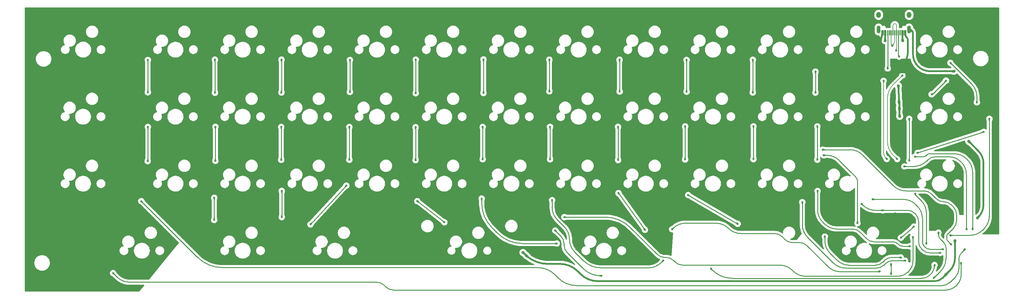
<source format=gbr>
%TF.GenerationSoftware,KiCad,Pcbnew,8.0.3*%
%TF.CreationDate,2024-06-22T11:54:46+09:00*%
%TF.ProjectId,Sherie,53686572-6965-42e6-9b69-6361645f7063,1.0*%
%TF.SameCoordinates,Original*%
%TF.FileFunction,Copper,L1,Top*%
%TF.FilePolarity,Positive*%
%FSLAX46Y46*%
G04 Gerber Fmt 4.6, Leading zero omitted, Abs format (unit mm)*
G04 Created by KiCad (PCBNEW 8.0.3) date 2024-06-22 11:54:46*
%MOMM*%
%LPD*%
G01*
G04 APERTURE LIST*
G04 Aperture macros list*
%AMRoundRect*
0 Rectangle with rounded corners*
0 $1 Rounding radius*
0 $2 $3 $4 $5 $6 $7 $8 $9 X,Y pos of 4 corners*
0 Add a 4 corners polygon primitive as box body*
4,1,4,$2,$3,$4,$5,$6,$7,$8,$9,$2,$3,0*
0 Add four circle primitives for the rounded corners*
1,1,$1+$1,$2,$3*
1,1,$1+$1,$4,$5*
1,1,$1+$1,$6,$7*
1,1,$1+$1,$8,$9*
0 Add four rect primitives between the rounded corners*
20,1,$1+$1,$2,$3,$4,$5,0*
20,1,$1+$1,$4,$5,$6,$7,0*
20,1,$1+$1,$6,$7,$8,$9,0*
20,1,$1+$1,$8,$9,$2,$3,0*%
G04 Aperture macros list end*
%TA.AperFunction,SMDPad,CuDef*%
%ADD10RoundRect,0.060000X0.240000X0.665000X-0.240000X0.665000X-0.240000X-0.665000X0.240000X-0.665000X0*%
%TD*%
%TA.AperFunction,SMDPad,CuDef*%
%ADD11RoundRect,0.060000X0.090000X0.665000X-0.090000X0.665000X-0.090000X-0.665000X0.090000X-0.665000X0*%
%TD*%
%TA.AperFunction,ComponentPad*%
%ADD12O,1.100000X2.200000*%
%TD*%
%TA.AperFunction,ComponentPad*%
%ADD13O,1.300000X1.700000*%
%TD*%
%TA.AperFunction,ViaPad*%
%ADD14C,0.600000*%
%TD*%
%TA.AperFunction,ViaPad*%
%ADD15C,0.800000*%
%TD*%
%TA.AperFunction,Conductor*%
%ADD16C,0.250000*%
%TD*%
%TA.AperFunction,Conductor*%
%ADD17C,0.500000*%
%TD*%
%TA.AperFunction,Conductor*%
%ADD18C,0.200000*%
%TD*%
G04 APERTURE END LIST*
D10*
%TO.P,J1,A1,GND*%
%TO.N,GND*%
X330585000Y-102670000D03*
%TO.P,J1,A4,VBUS*%
%TO.N,VBUS*%
X329810000Y-102670000D03*
D11*
%TO.P,J1,A5,CC1*%
%TO.N,Net-(J1-CC1)*%
X328610000Y-102670000D03*
%TO.P,J1,A6,D+*%
%TO.N,D+*%
X327610000Y-102670000D03*
%TO.P,J1,A7,D-*%
%TO.N,D-*%
X327110000Y-102670000D03*
%TO.P,J1,A8,SBU1*%
%TO.N,unconnected-(J1-SBU1-PadA8)*%
X326110000Y-102670000D03*
D10*
%TO.P,J1,B1,GND*%
%TO.N,GND*%
X324135000Y-102670000D03*
%TO.P,J1,B4,VBUS*%
%TO.N,VBUS*%
X324910000Y-102670000D03*
D11*
%TO.P,J1,B5,CC2*%
%TO.N,Net-(J1-CC2)*%
X325610000Y-102670000D03*
%TO.P,J1,B6,D+*%
%TO.N,D+*%
X326610000Y-102670000D03*
%TO.P,J1,B7,D-*%
%TO.N,D-*%
X328110000Y-102670000D03*
%TO.P,J1,B8,SBU2*%
%TO.N,unconnected-(J1-SBU2-PadB8)*%
X329110000Y-102670000D03*
D12*
%TO.P,J1,S1,SHIELD*%
%TO.N,GNDPWR*%
X331680000Y-101755000D03*
D13*
X331680000Y-97575000D03*
D12*
X323040000Y-101755000D03*
D13*
X323040000Y-97575000D03*
%TD*%
D14*
%TO.N,Net-(D13-A)*%
X343380000Y-111230000D03*
X350880000Y-122470000D03*
%TO.N,Net-(D47-A)*%
X326570000Y-168490000D03*
X326570000Y-171260000D03*
%TO.N,col1*%
X115800000Y-139180000D03*
X115840000Y-110390000D03*
X347520000Y-164190000D03*
X113980000Y-150550000D03*
X115840000Y-119610000D03*
X115850000Y-129430000D03*
%TO.N,col2*%
X134670000Y-149600000D03*
X134880000Y-119720000D03*
X135000000Y-129400000D03*
X134990000Y-139080000D03*
X346420000Y-168110000D03*
X105990000Y-170990000D03*
X134860000Y-110290000D03*
X134650000Y-155880000D03*
%TO.N,col3*%
X153730000Y-110300000D03*
X153810000Y-147610000D03*
X153820000Y-155090000D03*
X332760000Y-160790000D03*
X233910000Y-155090000D03*
X153720000Y-119670000D03*
X153660000Y-138790000D03*
X153660000Y-129420000D03*
%TO.N,col4*%
X173140000Y-119490000D03*
X172970000Y-129430000D03*
X173140000Y-110400000D03*
X343630000Y-162890000D03*
X307220000Y-135910000D03*
X172980000Y-138770000D03*
X172140000Y-146100000D03*
X161950000Y-157140000D03*
%TO.N,col5*%
X317040000Y-156800000D03*
X191800000Y-110300000D03*
X191750000Y-138880000D03*
X192240000Y-150540000D03*
X307440000Y-137510000D03*
X199900000Y-156560000D03*
X191740000Y-129510000D03*
X191790000Y-119860000D03*
%TO.N,col6*%
X307790000Y-160610000D03*
X211000000Y-110260000D03*
X210770000Y-138630000D03*
X329340000Y-166560000D03*
X231780000Y-162590000D03*
X329360000Y-160920000D03*
X333020000Y-157770000D03*
X210490000Y-149800000D03*
X210770000Y-129430000D03*
X211000000Y-119810000D03*
%TO.N,col7*%
X261950000Y-167420000D03*
X229880000Y-138660000D03*
X230460000Y-150240000D03*
X264500000Y-158530000D03*
X229680000Y-119320000D03*
X229870000Y-129400000D03*
X323340000Y-170530000D03*
X229680000Y-110320000D03*
%TO.N,col8*%
X249570000Y-110330000D03*
X275500000Y-169750000D03*
X249280000Y-148240000D03*
X338890000Y-168690000D03*
X249165000Y-138855000D03*
X249620000Y-119380000D03*
X256780000Y-158680000D03*
X249150000Y-129400000D03*
%TO.N,col9*%
X283070000Y-156990000D03*
X268180000Y-129290000D03*
X268590000Y-119430000D03*
X268170000Y-138690000D03*
X269020000Y-148810000D03*
X268580000Y-110380000D03*
%TO.N,col10*%
X330530000Y-167460000D03*
X287350000Y-119650000D03*
X287540000Y-129260000D03*
X287530000Y-138610000D03*
X287370000Y-110340000D03*
X301410000Y-150820000D03*
%TO.N,col11*%
X305650000Y-138760000D03*
X305130000Y-113710000D03*
X305660000Y-129290000D03*
X305130000Y-119700000D03*
X331907500Y-163387500D03*
X305720000Y-147650000D03*
%TO.N,col12*%
X331730000Y-139030000D03*
X333420000Y-148390000D03*
X342140000Y-116270000D03*
X336570000Y-162600000D03*
X338045272Y-120155272D03*
X331700000Y-127130000D03*
%TO.N,GND*%
X171000000Y-136000000D03*
X247000000Y-140000000D03*
X133000000Y-117000000D03*
D15*
X343250000Y-157750000D03*
D14*
X346500000Y-153000000D03*
D15*
X328240000Y-159800000D03*
D14*
X340000000Y-141000000D03*
X354000000Y-98000000D03*
X195000000Y-112000000D03*
X356000000Y-149000000D03*
D15*
X335560000Y-116100000D03*
D14*
X356000000Y-158000000D03*
X329000000Y-131000000D03*
X291000000Y-112000000D03*
X85000000Y-136000000D03*
X244000000Y-159500000D03*
X253000000Y-112000000D03*
D15*
X351070000Y-152161334D03*
D14*
X331000000Y-166000000D03*
X128000000Y-159000000D03*
X179600000Y-140800000D03*
X214000000Y-131000000D03*
X313000000Y-98000000D03*
X190000000Y-117000000D03*
X235000000Y-149900000D03*
X196000000Y-131000000D03*
X177000000Y-112000000D03*
X123500000Y-162000000D03*
X315000000Y-133000000D03*
X228000000Y-140000000D03*
X228000000Y-117000000D03*
X209000000Y-140000000D03*
X83343750Y-100012500D03*
D15*
X334830000Y-167230000D03*
D14*
X176000000Y-131000000D03*
D15*
X337950000Y-158210000D03*
D14*
X95000000Y-102500000D03*
X199050000Y-140650000D03*
X252000000Y-167500000D03*
X272000000Y-112000000D03*
D15*
X334810000Y-171360000D03*
D14*
X133000000Y-136000000D03*
X114000000Y-117000000D03*
X340000000Y-98000000D03*
X152000000Y-117000000D03*
D15*
X327730000Y-154140000D03*
D14*
X85000000Y-153250000D03*
D15*
X335500000Y-119520000D03*
D14*
X271000000Y-131000000D03*
X314000000Y-114000000D03*
X85000000Y-117000000D03*
X101000000Y-165250000D03*
X118000000Y-149500000D03*
X138000000Y-112000000D03*
X228500000Y-154000000D03*
X266000000Y-140000000D03*
X215350000Y-149850000D03*
X252000000Y-131000000D03*
X355000000Y-117000000D03*
X101675000Y-105600000D03*
X189000000Y-163000000D03*
X335000000Y-128950000D03*
X110000000Y-169500000D03*
X216000000Y-166500000D03*
X233000000Y-131000000D03*
X148000000Y-154000000D03*
X286000000Y-140000000D03*
X214000000Y-112000000D03*
X209000000Y-117000000D03*
X171000000Y-117000000D03*
X206000000Y-160500000D03*
D15*
X317140000Y-111320000D03*
D14*
X331500000Y-162000000D03*
X118000000Y-112000000D03*
X316000000Y-167000000D03*
X114000000Y-136000000D03*
X247000000Y-117000000D03*
X157000000Y-163000000D03*
X236350000Y-140125000D03*
X232500000Y-166000000D03*
X327000000Y-120000000D03*
X218075000Y-140725000D03*
X255650000Y-140300000D03*
X94000000Y-169000000D03*
D15*
X327580000Y-113960000D03*
D14*
X233000000Y-112000000D03*
X157000000Y-112000000D03*
X152000000Y-136000000D03*
D15*
X347320000Y-135390000D03*
D14*
X274675000Y-140200000D03*
D15*
%TO.N,+5V*%
X344660000Y-161800000D03*
X328827007Y-122370000D03*
X222195000Y-165125000D03*
X351060000Y-155310000D03*
X328904365Y-124190000D03*
X329000000Y-126440000D03*
X223194222Y-166065778D03*
X342100000Y-171420000D03*
X328630000Y-117735000D03*
X348560000Y-133520000D03*
D14*
%TO.N,Net-(U1-XTAL2)*%
X341318750Y-164220000D03*
X321330000Y-150035000D03*
%TO.N,Net-(U1-XTAL1)*%
X340518750Y-165258750D03*
X318210000Y-151330000D03*
X324180000Y-153140000D03*
%TO.N,row0*%
X354430000Y-127120000D03*
X343350000Y-160268750D03*
%TO.N,row1*%
X352850000Y-130840000D03*
X334050000Y-136830000D03*
%TO.N,row3*%
X340000000Y-159490000D03*
X338690000Y-172390000D03*
D15*
%TO.N,VBUS*%
X324885000Y-104930000D03*
X329830000Y-104940000D03*
%TO.N,GNDPWR*%
X344410000Y-113610000D03*
D14*
%TO.N,Net-(J1-CC2)*%
X325610000Y-112850000D03*
%TO.N,Net-(J1-CC1)*%
X328820000Y-109460000D03*
%TO.N,D+*%
X326900000Y-106430000D03*
X324450000Y-116320000D03*
X325350000Y-138560000D03*
%TO.N,D-*%
X329780000Y-114820000D03*
X328290000Y-138590000D03*
X327970000Y-107750000D03*
%TO.N,Net-(U1-D+)*%
X349680000Y-158520000D03*
X333310000Y-137910000D03*
%TO.N,Net-(U1-D-)*%
X347980000Y-158590000D03*
X330320000Y-140670000D03*
%TO.N,Net-(U1-~{RESET})*%
X244470000Y-171780000D03*
X231340000Y-158890000D03*
%TD*%
D16*
%TO.N,Net-(D13-A)*%
X350880000Y-122470000D02*
X350880000Y-120801068D01*
X349415534Y-117265534D02*
X343380000Y-111230000D01*
X350880000Y-120801068D02*
G75*
G03*
X349415518Y-117265550I-5000000J-32D01*
G01*
%TO.N,Net-(D47-A)*%
X326570000Y-168490000D02*
X326570000Y-171260000D01*
%TO.N,col1*%
X345760000Y-169867359D02*
X345760000Y-167192641D01*
X343228680Y-173641320D02*
X344881321Y-171988679D01*
X113980000Y-150550000D02*
X129931068Y-166501068D01*
X231300252Y-171480252D02*
X232289747Y-172469747D01*
X115800000Y-139180000D02*
X115850000Y-139130000D01*
X115840000Y-119610000D02*
X115840000Y-110390000D01*
X237239495Y-174520000D02*
X341107359Y-174520000D01*
X346638680Y-165071320D02*
X347520000Y-164190000D01*
X115850000Y-139130000D02*
X115850000Y-129430000D01*
X137002136Y-169430000D02*
X226350505Y-169430000D01*
X226350505Y-169430000D02*
G75*
G02*
X231300249Y-171480255I-5J-7000000D01*
G01*
X129931068Y-166501068D02*
G75*
G03*
X137002136Y-169429975I7071032J7071068D01*
G01*
X345760000Y-169867359D02*
G75*
G02*
X344881341Y-171988699I-3000000J-41D01*
G01*
X232289747Y-172469747D02*
G75*
G03*
X237239495Y-174520004I4949753J4949747D01*
G01*
X345760000Y-167192641D02*
G75*
G02*
X346638660Y-165071300I3000000J41D01*
G01*
X341107359Y-174520000D02*
G75*
G03*
X343228700Y-173641340I41J3000000D01*
G01*
%TO.N,col2*%
X134860000Y-110290000D02*
X134860000Y-119700000D01*
X135000000Y-139070000D02*
X134990000Y-139080000D01*
X180697359Y-173570000D02*
X110641068Y-173570000D01*
X135000000Y-129400000D02*
X135000000Y-139070000D01*
X346420000Y-168110000D02*
X346420000Y-171493146D01*
X134860000Y-119700000D02*
X134880000Y-119720000D01*
X345248427Y-174321573D02*
X344941573Y-174628427D01*
X134660000Y-149590000D02*
X134670000Y-149600000D01*
X107105534Y-172105534D02*
X105990000Y-170990000D01*
X342113146Y-175800000D02*
X185412641Y-175800000D01*
X134650000Y-155880000D02*
X134650000Y-149620000D01*
X183291320Y-174921320D02*
X182818679Y-174448679D01*
X110641068Y-173570000D02*
G75*
G02*
X107105550Y-172105518I32J5000000D01*
G01*
X344941573Y-174628427D02*
G75*
G02*
X342113146Y-175800032I-2828473J2828427D01*
G01*
X180697359Y-173570000D02*
G75*
G02*
X182818699Y-174448659I41J-3000000D01*
G01*
X346420000Y-171493146D02*
G75*
G02*
X345248404Y-174321550I-4000000J46D01*
G01*
X134650000Y-149620000D02*
G75*
G02*
X134670000Y-149600000I20000J0D01*
G01*
X185412641Y-175800000D02*
G75*
G02*
X183291300Y-174921340I-41J3000000D01*
G01*
%TO.N,col3*%
X262362641Y-166540000D02*
X262777359Y-166540000D01*
X264898680Y-167418680D02*
X265331321Y-167851321D01*
X153820000Y-155090000D02*
X153820000Y-147620000D01*
X153730000Y-110300000D02*
X153730000Y-119660000D01*
X331286573Y-170713427D02*
X331588427Y-170411573D01*
X153660000Y-138790000D02*
X153660000Y-129420000D01*
X298539466Y-170194466D02*
X298765534Y-170420534D01*
X267452641Y-168730000D02*
X295003932Y-168730000D01*
X332760000Y-167583146D02*
X332760000Y-160790000D01*
X233910000Y-155090000D02*
X245527864Y-155090000D01*
X302301068Y-171885000D02*
X328458146Y-171885000D01*
X153730000Y-119660000D02*
X153720000Y-119670000D01*
X252598932Y-158018932D02*
X260241321Y-165661321D01*
X153820000Y-147620000D02*
X153810000Y-147610000D01*
X328458146Y-171885000D02*
G75*
G03*
X331286550Y-170713404I-46J4000000D01*
G01*
X298539466Y-170194466D02*
G75*
G03*
X295003932Y-168729977I-3535566J-3535534D01*
G01*
X302301068Y-171885000D02*
G75*
G02*
X298765550Y-170420518I32J5000000D01*
G01*
X260241321Y-165661321D02*
G75*
G03*
X262362641Y-166539971I2121279J2121321D01*
G01*
X262777359Y-166540000D02*
G75*
G02*
X264898700Y-167418660I41J-3000000D01*
G01*
X265331321Y-167851321D02*
G75*
G03*
X267452641Y-168729971I2121279J2121321D01*
G01*
X245527864Y-155090000D02*
G75*
G02*
X252598950Y-158018914I36J-10000000D01*
G01*
X331588427Y-170411573D02*
G75*
G03*
X332760032Y-167583146I-2828427J2828473D01*
G01*
%TO.N,col4*%
X172970000Y-129430000D02*
X172970000Y-138760000D01*
X338003680Y-148503680D02*
X339321321Y-149821321D01*
X330746068Y-147625000D02*
X335882359Y-147625000D01*
X341442641Y-150700000D02*
X341467359Y-150700000D01*
X307220000Y-135910000D02*
X314888932Y-135910000D01*
X162040000Y-157050000D02*
X172140000Y-146100000D01*
X342627893Y-161887893D02*
X343630000Y-162890000D01*
X161950000Y-157140000D02*
X162040000Y-157050000D01*
X173140000Y-119490000D02*
X173140000Y-110400000D01*
X343588680Y-151578680D02*
X344251321Y-152241321D01*
X342335000Y-160549214D02*
X342335000Y-161180786D01*
X345130000Y-154362641D02*
X345130000Y-156097359D01*
X344251320Y-158218680D02*
X342627893Y-159842107D01*
X172970000Y-138760000D02*
X172980000Y-138770000D01*
X318424466Y-137374466D02*
X327210534Y-146160534D01*
X318424466Y-137374466D02*
G75*
G03*
X314888932Y-135909977I-3535566J-3535534D01*
G01*
X345130000Y-154362641D02*
G75*
G03*
X344251341Y-152241301I-3000000J41D01*
G01*
X344251320Y-158218680D02*
G75*
G03*
X345129971Y-156097359I-2121320J2121280D01*
G01*
X341467359Y-150700000D02*
G75*
G02*
X343588700Y-151578660I41J-3000000D01*
G01*
X341442641Y-150700000D02*
G75*
G02*
X339321301Y-149821341I-41J3000000D01*
G01*
X338003680Y-148503680D02*
G75*
G03*
X335882359Y-147625029I-2121280J-2121320D01*
G01*
X327210534Y-146160534D02*
G75*
G03*
X330746068Y-147625023I3535566J3535534D01*
G01*
X342335000Y-161180786D02*
G75*
G03*
X342627886Y-161887900I1000000J-14D01*
G01*
X342627893Y-159842107D02*
G75*
G03*
X342335010Y-160549214I707107J-707093D01*
G01*
%TO.N,col5*%
X317040000Y-156800000D02*
X317040000Y-144968427D01*
X191790000Y-119860000D02*
X191800000Y-119850000D01*
X191800000Y-119850000D02*
X191800000Y-110300000D01*
X315080000Y-142180000D02*
X311874466Y-138974466D01*
X308338932Y-137510000D02*
X307440000Y-137510000D01*
X316454213Y-143554213D02*
X315080000Y-142180000D01*
X199900000Y-156560000D02*
X192240000Y-150540000D01*
X191750000Y-138880000D02*
X191740000Y-138870000D01*
X191740000Y-138870000D02*
X191740000Y-129510000D01*
X308338932Y-137510000D02*
G75*
G02*
X311874450Y-138974482I-32J-5000000D01*
G01*
X317040000Y-144968427D02*
G75*
G03*
X316454227Y-143554199I-2000000J27D01*
G01*
%TO.N,col6*%
X211000000Y-110260000D02*
X211000000Y-119810000D01*
X310150000Y-166240000D02*
X311205534Y-167295534D01*
X329290000Y-166510000D02*
X329340000Y-166560000D01*
X309254466Y-165344466D02*
X310150000Y-166240000D01*
X319710000Y-168760000D02*
X322107359Y-168760000D01*
X326842641Y-166510000D02*
X329290000Y-166510000D01*
X324228680Y-167881320D02*
X324721321Y-167388679D01*
X210770000Y-138630000D02*
X210770000Y-129430000D01*
X214991068Y-159661068D02*
X213418932Y-158088932D01*
X307790000Y-160610000D02*
X307790000Y-161808932D01*
X314741068Y-168760000D02*
X319710000Y-168760000D01*
X210490000Y-151017864D02*
X210490000Y-149800000D01*
X231780000Y-162590000D02*
X222062136Y-162590000D01*
X329360000Y-160920000D02*
X333020000Y-157770000D01*
X322107359Y-168760000D02*
G75*
G03*
X324228700Y-167881340I41J3000000D01*
G01*
X307790000Y-161808932D02*
G75*
G03*
X309254482Y-165344450I5000000J32D01*
G01*
X222062136Y-162590000D02*
G75*
G02*
X214991050Y-159661086I-36J10000000D01*
G01*
X311205534Y-167295534D02*
G75*
G03*
X314741068Y-168760023I3535566J3535534D01*
G01*
X213418932Y-158088932D02*
G75*
G02*
X210490025Y-151017864I7071068J7071032D01*
G01*
X324721321Y-167388679D02*
G75*
G02*
X326842641Y-166510029I2121279J-2121321D01*
G01*
%TO.N,col7*%
X323260000Y-170610000D02*
X323340000Y-170530000D01*
X229880000Y-138660000D02*
X229870000Y-138650000D01*
X264500000Y-158530000D02*
X264755534Y-158274466D01*
X295628680Y-160618680D02*
X296441321Y-161431321D01*
X257798932Y-169500000D02*
X244269495Y-169500000D01*
X268291068Y-156810000D02*
X273900000Y-156810000D01*
X298562641Y-162310000D02*
X300597359Y-162310000D01*
X283991068Y-159740000D02*
X293507359Y-159740000D01*
X239319747Y-167449747D02*
X236844466Y-164974466D01*
X302718680Y-163188680D02*
X308675534Y-169145534D01*
X229870000Y-138650000D02*
X229870000Y-129400000D01*
X235380000Y-161438932D02*
X235380000Y-161371068D01*
X280454466Y-158274466D02*
X280455534Y-158275534D01*
X230460000Y-152308932D02*
X230460000Y-150240000D01*
X312211068Y-170610000D02*
X323260000Y-170610000D01*
X273900000Y-156810000D02*
X276918932Y-156810000D01*
X233915534Y-157835534D02*
X231924466Y-155844466D01*
X261950000Y-167420000D02*
X261334466Y-168035534D01*
X229680000Y-119320000D02*
X229680000Y-110320000D01*
X230460000Y-152308932D02*
G75*
G03*
X231924482Y-155844450I5000000J32D01*
G01*
X264755534Y-158274466D02*
G75*
G02*
X268291068Y-156809977I3535566J-3535534D01*
G01*
X296441321Y-161431321D02*
G75*
G03*
X298562641Y-162309971I2121279J2121321D01*
G01*
X239319747Y-167449747D02*
G75*
G03*
X244269495Y-169500004I4949753J4949747D01*
G01*
X235380000Y-161371068D02*
G75*
G03*
X233915518Y-157835550I-5000000J-32D01*
G01*
X302718680Y-163188680D02*
G75*
G03*
X300597359Y-162310029I-2121280J-2121320D01*
G01*
X283991068Y-159740000D02*
G75*
G02*
X280455550Y-158275518I32J5000000D01*
G01*
X261334466Y-168035534D02*
G75*
G02*
X257798932Y-169500023I-3535566J3535534D01*
G01*
X308675534Y-169145534D02*
G75*
G03*
X312211068Y-170610023I3535566J3535534D01*
G01*
X280454466Y-158274466D02*
G75*
G03*
X276918932Y-156809977I-3535566J-3535534D01*
G01*
X235380000Y-161438932D02*
G75*
G03*
X236844482Y-164974450I5000000J32D01*
G01*
X295628680Y-160618680D02*
G75*
G03*
X293507359Y-159740029I-2121280J-2121320D01*
G01*
%TO.N,col8*%
X275500000Y-169750000D02*
X275886854Y-170136854D01*
X281543708Y-172480000D02*
X311870000Y-172480000D01*
X249165000Y-138855000D02*
X249150000Y-138840000D01*
X249150000Y-138840000D02*
X249150000Y-129400000D01*
X256780000Y-158680000D02*
X249280000Y-148240000D01*
X311870000Y-172480000D02*
X335100000Y-172480000D01*
X249570000Y-110330000D02*
X249570000Y-119330000D01*
X249570000Y-119330000D02*
X249620000Y-119380000D01*
X335100000Y-172480000D02*
G75*
G03*
X338890000Y-168690000I0J3790000D01*
G01*
X281543708Y-172480000D02*
G75*
G02*
X275886850Y-170136858I-8J8000000D01*
G01*
%TO.N,col9*%
X268170000Y-138690000D02*
X268180000Y-138680000D01*
X268580000Y-110380000D02*
X268580000Y-119420000D01*
X269020000Y-148810000D02*
X283070000Y-156990000D01*
X268180000Y-138680000D02*
X268180000Y-129290000D01*
X268580000Y-119420000D02*
X268590000Y-119430000D01*
%TO.N,col10*%
X313721068Y-169580000D02*
X322417359Y-169580000D01*
X287540000Y-138600000D02*
X287530000Y-138610000D01*
X302874466Y-160804466D02*
X310185534Y-168115534D01*
X301410000Y-150820000D02*
X301410000Y-157268932D01*
X287370000Y-119630000D02*
X287350000Y-119650000D01*
X287540000Y-129260000D02*
X287540000Y-138600000D01*
X287370000Y-110340000D02*
X287370000Y-119630000D01*
X327022641Y-167460000D02*
X330530000Y-167460000D01*
X324538680Y-168701320D02*
X324901321Y-168338679D01*
X310185534Y-168115534D02*
G75*
G03*
X313721068Y-169580023I3535566J3535534D01*
G01*
X324901321Y-168338679D02*
G75*
G02*
X327022641Y-167460029I2121279J-2121321D01*
G01*
X301410000Y-157268932D02*
G75*
G03*
X302874482Y-160804450I5000000J32D01*
G01*
X324538680Y-168701320D02*
G75*
G02*
X322417359Y-169579971I-2121280J2121320D01*
G01*
%TO.N,col11*%
X307665534Y-156985534D02*
X307184466Y-156504466D01*
X305650000Y-138760000D02*
X305660000Y-138750000D01*
X315597359Y-158450000D02*
X311201068Y-158450000D01*
X331907500Y-163387500D02*
X329995927Y-163387500D01*
X305660000Y-138750000D02*
X305660000Y-129290000D01*
X319591320Y-161201320D02*
X317718679Y-159328679D01*
X305130000Y-119700000D02*
X305130000Y-113710000D01*
X327031573Y-162080000D02*
X321712641Y-162080000D01*
X305720000Y-152968932D02*
X305720000Y-147650000D01*
X328581713Y-162801713D02*
X328445786Y-162665786D01*
X327031573Y-162080000D02*
G75*
G02*
X328445800Y-162665772I27J-2000000D01*
G01*
X315597359Y-158450000D02*
G75*
G02*
X317718699Y-159328659I41J-3000000D01*
G01*
X329995927Y-163387500D02*
G75*
G02*
X328581699Y-162801727I-27J2000000D01*
G01*
X307665534Y-156985534D02*
G75*
G03*
X311201068Y-158450023I3535566J3535534D01*
G01*
X307184466Y-156504466D02*
G75*
G02*
X305719977Y-152968932I3535534J3535566D01*
G01*
X321712641Y-162080000D02*
G75*
G02*
X319591300Y-161201340I-41J3000000D01*
G01*
%TO.N,col12*%
X331700000Y-127130000D02*
X331700000Y-139000000D01*
X342140000Y-116270000D02*
X338254728Y-120155272D01*
X333420000Y-148390000D02*
X333420000Y-148710000D01*
X333420000Y-148710000D02*
X335105534Y-150395534D01*
X338254728Y-120155272D02*
X338045272Y-120155272D01*
X336570000Y-153931068D02*
X336570000Y-162600000D01*
X331700000Y-139000000D02*
X331730000Y-139030000D01*
X335105534Y-150395534D02*
G75*
G02*
X336570023Y-153931068I-3535534J-3535566D01*
G01*
D17*
%TO.N,GND*%
X328240000Y-159800000D02*
X328240000Y-154650000D01*
X334810000Y-171360000D02*
X334810000Y-167250000D01*
X331330000Y-104734214D02*
X331330000Y-108138932D01*
X349605534Y-137675534D02*
X347320000Y-135390000D01*
X330585000Y-102670000D02*
X330585000Y-103160786D01*
X334810000Y-167250000D02*
X334830000Y-167230000D01*
X351070000Y-152161334D02*
X351070000Y-141211068D01*
X334884466Y-115424466D02*
X335560000Y-116100000D01*
X317140000Y-111320000D02*
X317090000Y-111370000D01*
X329865534Y-111674466D02*
X327580000Y-113960000D01*
X324135000Y-102670000D02*
X323690000Y-104770000D01*
X337950000Y-158210000D02*
X343250000Y-157750000D01*
X328240000Y-154650000D02*
X327730000Y-154140000D01*
X335500000Y-119520000D02*
X335500000Y-116160000D01*
X330877893Y-103867893D02*
X331037107Y-104027107D01*
X327580000Y-113960000D02*
X331348932Y-113960000D01*
X327580000Y-113960000D02*
X319780000Y-113960000D01*
X335500000Y-116160000D02*
G75*
G02*
X335560000Y-116100000I60000J0D01*
G01*
X323690000Y-104770000D02*
G75*
G02*
X317140000Y-111320000I-6550000J0D01*
G01*
X319780000Y-113960000D02*
G75*
G02*
X317140000Y-111320000I0J2640000D01*
G01*
X331037107Y-104027107D02*
G75*
G02*
X331329990Y-104734214I-707107J-707093D01*
G01*
X331348932Y-113960000D02*
G75*
G02*
X334884450Y-115424482I-32J-5000000D01*
G01*
X329865534Y-111674466D02*
G75*
G03*
X331330023Y-108138932I-3535534J3535566D01*
G01*
X330585000Y-103160786D02*
G75*
G03*
X330877886Y-103867900I1000000J-14D01*
G01*
X351070000Y-141211068D02*
G75*
G03*
X349605518Y-137675550I-5000000J-32D01*
G01*
%TO.N,+5V*%
X328904365Y-122447358D02*
X328827007Y-122370000D01*
X352760000Y-151538932D02*
X352760000Y-139791068D01*
X344660000Y-161800000D02*
X344660000Y-166788932D01*
X328904365Y-124190000D02*
X328904365Y-126344365D01*
X328904365Y-126344365D02*
X329000000Y-126440000D01*
X351060000Y-155310000D02*
X351295534Y-155074466D01*
X243439495Y-173290000D02*
X338987359Y-173290000D01*
X328630000Y-117735000D02*
X328827007Y-122370000D01*
X343195534Y-170324466D02*
X342100000Y-171420000D01*
X351295534Y-136255534D02*
X348560000Y-133520000D01*
X222195000Y-165125000D02*
X222253444Y-165125000D01*
X237680252Y-170430252D02*
X238489747Y-171239747D01*
X229225950Y-168380000D02*
X232730505Y-168380000D01*
X328630000Y-117735000D02*
X328527500Y-117837500D01*
X341108680Y-172411320D02*
X342100000Y-171420000D01*
X222253444Y-165125000D02*
X223441214Y-166312770D01*
X328904365Y-124190000D02*
X328904365Y-122447358D01*
X338987359Y-173290000D02*
G75*
G03*
X341108700Y-172411340I41J3000000D01*
G01*
X351295534Y-155074466D02*
G75*
G03*
X352760023Y-151538932I-3535534J3535566D01*
G01*
X232730505Y-168380000D02*
G75*
G02*
X237680249Y-170430255I-5J-7000000D01*
G01*
X223441214Y-166312770D02*
G75*
G03*
X229225950Y-168379984I5788486J7070670D01*
G01*
X352760000Y-139791068D02*
G75*
G03*
X351295518Y-136255550I-5000000J-32D01*
G01*
X344660000Y-166788932D02*
G75*
G02*
X343195518Y-170324450I-5000000J32D01*
G01*
X238489747Y-171239747D02*
G75*
G03*
X243439495Y-173290004I4949753J4949747D01*
G01*
D16*
%TO.N,Net-(U1-XTAL2)*%
X333965534Y-151925534D02*
X333539466Y-151499466D01*
X335430000Y-162041573D02*
X335430000Y-155461068D01*
X330003932Y-150035000D02*
X321330000Y-150035000D01*
X336194213Y-163634213D02*
X336015786Y-163455786D01*
X341318750Y-164220000D02*
X337608427Y-164220000D01*
X333965534Y-151925534D02*
G75*
G02*
X335430023Y-155461068I-3535534J-3535566D01*
G01*
X335430000Y-162041573D02*
G75*
G03*
X336015772Y-163455800I2000000J-27D01*
G01*
X337608427Y-164220000D02*
G75*
G02*
X336194199Y-163634227I-27J2000000D01*
G01*
X333539466Y-151499466D02*
G75*
G03*
X330003932Y-150034977I-3535566J-3535534D01*
G01*
%TO.N,Net-(U1-XTAL1)*%
X333288680Y-154018680D02*
X333471321Y-154201321D01*
X337551391Y-165258750D02*
X340518750Y-165258750D01*
X324180000Y-153140000D02*
X331167359Y-153140000D01*
X335228680Y-164178680D02*
X335430071Y-164380071D01*
X322091068Y-153140000D02*
X324180000Y-153140000D01*
X318210000Y-151330000D02*
X318555534Y-151675534D01*
X334350000Y-156322641D02*
X334350000Y-162057359D01*
X333288680Y-154018680D02*
G75*
G03*
X331167359Y-153140029I-2121280J-2121320D01*
G01*
X335228680Y-164178680D02*
G75*
G02*
X334350029Y-162057359I2121320J2121280D01*
G01*
X333471321Y-154201321D02*
G75*
G02*
X334349971Y-156322641I-2121321J-2121279D01*
G01*
X335430071Y-164380071D02*
G75*
G03*
X337551391Y-165258771I2121329J2121271D01*
G01*
X318555534Y-151675534D02*
G75*
G03*
X322091068Y-153140023I3535566J3535534D01*
G01*
%TO.N,row0*%
X354410000Y-154788932D02*
X354410000Y-151100000D01*
X343350000Y-160268750D02*
X348930182Y-160268750D01*
X352465716Y-158804284D02*
X352945534Y-158324466D01*
X354410000Y-151100000D02*
X354410000Y-127140000D01*
X354410000Y-127140000D02*
X354430000Y-127120000D01*
X354410000Y-154788932D02*
G75*
G02*
X352945518Y-158324450I-5000000J32D01*
G01*
X348930182Y-160268750D02*
G75*
G03*
X352465715Y-158804283I18J4999950D01*
G01*
%TO.N,row1*%
X334050000Y-136830000D02*
X352850000Y-130840000D01*
%TO.N,row3*%
X340000000Y-159490000D02*
X340000000Y-159994274D01*
X340645534Y-170434466D02*
X338690000Y-172390000D01*
X342110000Y-163758427D02*
X342110000Y-166898932D01*
X340585787Y-161408488D02*
X341615467Y-162438168D01*
X341615467Y-162438168D02*
G75*
G02*
X342110006Y-163758427I-1524067J-1323632D01*
G01*
X340585787Y-161408488D02*
G75*
G02*
X340000018Y-159994274I1414213J1414188D01*
G01*
X342110000Y-166898932D02*
G75*
G02*
X340645518Y-170434450I-5000000J32D01*
G01*
D17*
%TO.N,VBUS*%
X324910000Y-104905000D02*
X324885000Y-104930000D01*
X329810000Y-104920000D02*
X329830000Y-104940000D01*
X329810000Y-102670000D02*
X329810000Y-104920000D01*
X324910000Y-102670000D02*
X324910000Y-104905000D01*
%TO.N,GNDPWR*%
X332770000Y-108760000D02*
X332770000Y-102845000D01*
X344410000Y-113610000D02*
X337620000Y-113610000D01*
X332770000Y-102845000D02*
G75*
G03*
X331680000Y-101755000I-1090000J0D01*
G01*
X337620000Y-113610000D02*
G75*
G02*
X332770000Y-108760000I0J4850000D01*
G01*
D16*
%TO.N,Net-(J1-CC2)*%
X325610000Y-112850000D02*
X325610000Y-102670000D01*
%TO.N,Net-(J1-CC1)*%
X328610000Y-102670000D02*
X328610000Y-108953016D01*
X328610000Y-108953016D02*
G75*
G03*
X328820004Y-109459996I717000J16D01*
G01*
X328800000Y-109411716D02*
G75*
G03*
X328820005Y-109459995I68300J16D01*
G01*
D18*
%TO.N,D+*%
X324450000Y-116320000D02*
X324450000Y-136831573D01*
X326610000Y-102670000D02*
X326610000Y-105729879D01*
X327610000Y-102670000D02*
X327610000Y-104715909D01*
X325035787Y-138245787D02*
X325350000Y-138560000D01*
X326900000Y-106430000D02*
X326921321Y-106408679D01*
X324450000Y-136831573D02*
G75*
G03*
X325035773Y-138245801I2000000J-27D01*
G01*
X327610000Y-104715909D02*
G75*
G02*
X326899998Y-106429998I-2424100J9D01*
G01*
X326610000Y-105729879D02*
G75*
G03*
X326899994Y-106430006I990100J-21D01*
G01*
%TO.N,D-*%
X329780000Y-114820000D02*
X327034466Y-117565534D01*
X327110000Y-102670000D02*
X327110000Y-100591351D01*
X327630000Y-100071351D02*
X327641351Y-100071351D01*
X325570000Y-121101068D02*
X325570000Y-133798932D01*
X327034466Y-137334466D02*
X328290000Y-138590000D01*
X328110000Y-102670000D02*
X328110000Y-107412011D01*
X328110000Y-102670000D02*
X328110000Y-100540000D01*
X327641351Y-100071351D02*
G75*
G02*
X328110049Y-100540000I49J-468649D01*
G01*
X327034466Y-117565534D02*
G75*
G03*
X325569977Y-121101068I3535534J-3535566D01*
G01*
X327034466Y-137334466D02*
G75*
G02*
X325569977Y-133798932I3535534J3535566D01*
G01*
X328110000Y-107412011D02*
G75*
G02*
X327969997Y-107749997I-478000J11D01*
G01*
X327110000Y-100591351D02*
G75*
G02*
X327630000Y-100071300I520000J51D01*
G01*
D16*
%TO.N,Net-(U1-D+)*%
X344438932Y-137070000D02*
X337404214Y-137070000D01*
X348215534Y-138775534D02*
X347974466Y-138534466D01*
X336697107Y-137362893D02*
X336442893Y-137617107D01*
X349680000Y-158520000D02*
X349680000Y-142311068D01*
X335735786Y-137910000D02*
X333310000Y-137910000D01*
X349680000Y-142311068D02*
G75*
G03*
X348215518Y-138775550I-5000000J-32D01*
G01*
X336697107Y-137362893D02*
G75*
G02*
X337404214Y-137070010I707093J-707107D01*
G01*
X336442893Y-137617107D02*
G75*
G02*
X335735786Y-137909990I-707093J707107D01*
G01*
X344438932Y-137070000D02*
G75*
G02*
X347974450Y-138534482I-32J-5000000D01*
G01*
%TO.N,Net-(U1-D-)*%
X339082641Y-137930000D02*
X342898932Y-137930000D01*
X330320000Y-140670000D02*
X333028932Y-140670000D01*
X336564466Y-139205534D02*
X336961321Y-138808679D01*
X347910000Y-158520000D02*
X347980000Y-158590000D01*
X346434466Y-139394466D02*
X346445534Y-139405534D01*
X347910000Y-142941068D02*
X347910000Y-158520000D01*
X333028932Y-140670000D02*
G75*
G03*
X336564450Y-139205518I-32J5000000D01*
G01*
X339082641Y-137930000D02*
G75*
G03*
X336961301Y-138808659I-41J-3000000D01*
G01*
X347910000Y-142941068D02*
G75*
G03*
X346445518Y-139405550I-5000000J-32D01*
G01*
X342898932Y-137930000D02*
G75*
G02*
X346434450Y-139394482I-32J-5000000D01*
G01*
%TO.N,Net-(U1-~{RESET})*%
X233836802Y-163024161D02*
X233836802Y-162629443D01*
X244249495Y-171780000D02*
X244470000Y-171780000D01*
X232958122Y-160508122D02*
X231340000Y-158890000D01*
X234715482Y-165145482D02*
X239299748Y-169729748D01*
X244249495Y-171780000D02*
G75*
G02*
X239299751Y-169729745I5J7000000D01*
G01*
X234715482Y-165145482D02*
G75*
G02*
X233836829Y-163024161I2121318J2121282D01*
G01*
X233836802Y-162629443D02*
G75*
G03*
X232958144Y-160508100I-3000002J43D01*
G01*
%TD*%
%TA.AperFunction,Conductor*%
%TO.N,GND*%
G36*
X357014162Y-95500496D02*
G01*
X357014206Y-95500500D01*
X357024108Y-95500500D01*
X357038500Y-95500500D01*
X357113000Y-95520462D01*
X357167538Y-95575000D01*
X357187500Y-95649500D01*
X357187500Y-159851000D01*
X357167538Y-159925500D01*
X357113000Y-159980038D01*
X357038500Y-160000000D01*
X352610433Y-160000000D01*
X352535933Y-159980038D01*
X352481395Y-159925500D01*
X352461433Y-159851000D01*
X352481395Y-159776500D01*
X352513663Y-159737701D01*
X352819657Y-159476356D01*
X352978724Y-159317288D01*
X353036526Y-159259486D01*
X353509066Y-158786946D01*
X353509067Y-158786943D01*
X353514184Y-158781827D01*
X353514479Y-158781501D01*
X353537320Y-158758661D01*
X353617590Y-158678392D01*
X353909785Y-158336279D01*
X354174237Y-157972296D01*
X354409316Y-157588686D01*
X354613573Y-157187814D01*
X354785748Y-156772152D01*
X354924781Y-156344263D01*
X355029813Y-155906785D01*
X355100197Y-155462414D01*
X355135499Y-155013892D01*
X355135500Y-154788937D01*
X355135501Y-154707192D01*
X355135500Y-154707191D01*
X355135501Y-154699843D01*
X355135500Y-154699823D01*
X355135500Y-127860903D01*
X355144208Y-127810711D01*
X355156360Y-127776744D01*
X355273535Y-127449228D01*
X355291742Y-127388476D01*
X355291743Y-127388463D01*
X355293096Y-127381776D01*
X355293732Y-127381904D01*
X355297573Y-127363960D01*
X355315674Y-127308256D01*
X355335460Y-127120000D01*
X355315674Y-126931744D01*
X355257179Y-126751716D01*
X355162533Y-126587784D01*
X355162532Y-126587783D01*
X355162530Y-126587779D01*
X355035872Y-126447113D01*
X355026076Y-126439996D01*
X354882730Y-126335849D01*
X354882729Y-126335848D01*
X354882727Y-126335847D01*
X354709805Y-126258857D01*
X354709803Y-126258856D01*
X354603360Y-126236231D01*
X354524648Y-126219500D01*
X354524646Y-126219500D01*
X354335354Y-126219500D01*
X354335352Y-126219500D01*
X354235392Y-126240747D01*
X354150197Y-126258856D01*
X354150195Y-126258856D01*
X354150194Y-126258857D01*
X353977272Y-126335847D01*
X353824127Y-126447113D01*
X353697469Y-126587779D01*
X353602822Y-126751714D01*
X353602819Y-126751721D01*
X353544325Y-126931745D01*
X353524540Y-127120000D01*
X353544325Y-127308256D01*
X353564565Y-127370549D01*
X353570457Y-127396215D01*
X353571681Y-127405083D01*
X353571682Y-127405089D01*
X353571683Y-127405091D01*
X353664614Y-127743458D01*
X353679180Y-127796492D01*
X353684500Y-127835953D01*
X353684500Y-130040791D01*
X353664538Y-130115291D01*
X353610000Y-130169829D01*
X353535500Y-130189791D01*
X353461000Y-130169829D01*
X353447921Y-130161335D01*
X353302729Y-130055848D01*
X353129805Y-129978857D01*
X353129803Y-129978856D01*
X353023360Y-129956231D01*
X352944648Y-129939500D01*
X352944646Y-129939500D01*
X352755354Y-129939500D01*
X352755352Y-129939500D01*
X352655392Y-129960747D01*
X352570197Y-129978856D01*
X352570195Y-129978856D01*
X352570194Y-129978857D01*
X352397272Y-130055847D01*
X352301289Y-130125582D01*
X352288097Y-130133720D01*
X352288206Y-130133900D01*
X352284022Y-130136422D01*
X351977777Y-130349509D01*
X351937909Y-130369171D01*
X334524385Y-135917416D01*
X334479170Y-135924448D01*
X334061603Y-135924497D01*
X334061586Y-135924498D01*
X333989324Y-135929187D01*
X333979676Y-135929500D01*
X333955352Y-135929500D01*
X333865118Y-135948680D01*
X333770197Y-135968856D01*
X333770195Y-135968856D01*
X333770194Y-135968857D01*
X333597272Y-136045847D01*
X333444127Y-136157113D01*
X333317469Y-136297779D01*
X333222822Y-136461714D01*
X333222819Y-136461721D01*
X333164325Y-136641745D01*
X333144540Y-136830000D01*
X333144540Y-136830001D01*
X333150517Y-136886878D01*
X333138450Y-136963056D01*
X333089911Y-137022995D01*
X333037572Y-137046298D01*
X333037620Y-137046444D01*
X333036233Y-137046894D01*
X333033317Y-137048192D01*
X333032398Y-137048387D01*
X333030195Y-137048856D01*
X332857272Y-137125847D01*
X332704127Y-137237113D01*
X332685227Y-137258104D01*
X332620542Y-137300110D01*
X332543519Y-137304146D01*
X332474798Y-137269129D01*
X332432792Y-137204444D01*
X332425500Y-137158402D01*
X332425500Y-127861476D01*
X332432328Y-127816889D01*
X332551723Y-127436182D01*
X332554441Y-127426023D01*
X332565020Y-127386478D01*
X332565020Y-127386473D01*
X332565085Y-127386232D01*
X332570036Y-127366381D01*
X332579129Y-127338397D01*
X332585674Y-127318256D01*
X332605460Y-127130000D01*
X332585674Y-126941744D01*
X332527179Y-126761716D01*
X332432533Y-126597784D01*
X332432532Y-126597783D01*
X332432530Y-126597779D01*
X332305872Y-126457113D01*
X332292108Y-126447113D01*
X332262130Y-126425333D01*
X334029500Y-126425333D01*
X334029500Y-126622167D01*
X334060291Y-126816576D01*
X334121116Y-127003775D01*
X334121119Y-127003780D01*
X334121121Y-127003786D01*
X334180335Y-127120000D01*
X334210476Y-127179155D01*
X334326172Y-127338396D01*
X334465354Y-127477578D01*
X334624595Y-127593274D01*
X334799975Y-127682634D01*
X334987174Y-127743459D01*
X335181583Y-127774250D01*
X335181588Y-127774250D01*
X335378412Y-127774250D01*
X335378417Y-127774250D01*
X335572826Y-127743459D01*
X335760025Y-127682634D01*
X335935405Y-127593274D01*
X336094646Y-127477578D01*
X336233828Y-127338396D01*
X336349524Y-127179155D01*
X336438884Y-127003775D01*
X336499709Y-126816576D01*
X336530500Y-126622167D01*
X336530500Y-126425333D01*
X336522724Y-126376238D01*
X338109500Y-126376238D01*
X338109500Y-126671261D01*
X338148004Y-126963727D01*
X338148007Y-126963744D01*
X338224359Y-127248698D01*
X338224359Y-127248699D01*
X338289136Y-127405083D01*
X338337257Y-127521257D01*
X338465544Y-127743458D01*
X338484764Y-127776747D01*
X338484764Y-127776748D01*
X338664354Y-128010792D01*
X338872958Y-128219396D01*
X339107006Y-128398988D01*
X339362493Y-128546493D01*
X339592556Y-128641788D01*
X339635050Y-128659390D01*
X339777527Y-128697566D01*
X339920007Y-128735743D01*
X340212489Y-128774249D01*
X340212492Y-128774250D01*
X340212494Y-128774250D01*
X340507508Y-128774250D01*
X340507509Y-128774249D01*
X340799993Y-128735743D01*
X341084948Y-128659390D01*
X341084949Y-128659390D01*
X341084950Y-128659389D01*
X341084952Y-128659389D01*
X341357507Y-128546493D01*
X341612994Y-128398988D01*
X341847042Y-128219396D01*
X342055646Y-128010792D01*
X342235238Y-127776744D01*
X342382743Y-127521257D01*
X342495639Y-127248702D01*
X342571993Y-126963743D01*
X342610500Y-126671256D01*
X342610500Y-126425333D01*
X344189500Y-126425333D01*
X344189500Y-126622167D01*
X344220291Y-126816576D01*
X344281116Y-127003775D01*
X344281119Y-127003780D01*
X344281121Y-127003786D01*
X344340335Y-127120000D01*
X344370476Y-127179155D01*
X344486172Y-127338396D01*
X344625354Y-127477578D01*
X344784595Y-127593274D01*
X344959975Y-127682634D01*
X345147174Y-127743459D01*
X345341583Y-127774250D01*
X345341588Y-127774250D01*
X345538412Y-127774250D01*
X345538417Y-127774250D01*
X345732826Y-127743459D01*
X345920025Y-127682634D01*
X346095405Y-127593274D01*
X346254646Y-127477578D01*
X346393828Y-127338396D01*
X346509524Y-127179155D01*
X346598884Y-127003775D01*
X346659709Y-126816576D01*
X346690500Y-126622167D01*
X346690500Y-126425333D01*
X346659709Y-126230924D01*
X346598884Y-126043725D01*
X346509524Y-125868345D01*
X346393828Y-125709104D01*
X346254646Y-125569922D01*
X346095405Y-125454226D01*
X346085010Y-125448929D01*
X345920036Y-125364871D01*
X345920030Y-125364869D01*
X345920025Y-125364866D01*
X345732826Y-125304041D01*
X345538417Y-125273250D01*
X345341583Y-125273250D01*
X345147174Y-125304041D01*
X344959975Y-125364866D01*
X344959972Y-125364867D01*
X344959963Y-125364871D01*
X344784598Y-125454224D01*
X344784593Y-125454227D01*
X344625363Y-125569915D01*
X344625352Y-125569924D01*
X344486174Y-125709102D01*
X344486165Y-125709113D01*
X344370477Y-125868343D01*
X344370474Y-125868348D01*
X344281121Y-126043713D01*
X344281117Y-126043722D01*
X344281116Y-126043725D01*
X344220291Y-126230924D01*
X344189500Y-126425333D01*
X342610500Y-126425333D01*
X342610500Y-126376244D01*
X342571993Y-126083757D01*
X342495639Y-125798798D01*
X342382743Y-125526243D01*
X342235238Y-125270756D01*
X342235235Y-125270752D01*
X342235235Y-125270751D01*
X342073007Y-125059333D01*
X342055646Y-125036708D01*
X341847042Y-124828104D01*
X341612994Y-124648512D01*
X341438266Y-124547633D01*
X341357511Y-124501009D01*
X341357509Y-124501008D01*
X341357507Y-124501007D01*
X341220795Y-124444379D01*
X341084949Y-124388109D01*
X340799994Y-124311757D01*
X340799977Y-124311754D01*
X340507511Y-124273250D01*
X340507506Y-124273250D01*
X340212494Y-124273250D01*
X340212488Y-124273250D01*
X339920022Y-124311754D01*
X339920005Y-124311757D01*
X339635051Y-124388109D01*
X339635050Y-124388109D01*
X339362488Y-124501009D01*
X339107002Y-124648514D01*
X339107001Y-124648514D01*
X338872957Y-124828104D01*
X338664354Y-125036707D01*
X338484764Y-125270751D01*
X338484764Y-125270752D01*
X338337259Y-125526238D01*
X338224359Y-125798800D01*
X338224359Y-125798801D01*
X338148007Y-126083755D01*
X338148004Y-126083772D01*
X338109500Y-126376238D01*
X336522724Y-126376238D01*
X336499709Y-126230924D01*
X336438884Y-126043725D01*
X336391585Y-125950894D01*
X336375549Y-125875451D01*
X336399383Y-125802098D01*
X336456701Y-125750490D01*
X336524345Y-125734250D01*
X336664736Y-125734250D01*
X336664736Y-125734249D01*
X336892230Y-125704299D01*
X336892232Y-125704299D01*
X336892233Y-125704298D01*
X336892238Y-125704298D01*
X337113883Y-125644909D01*
X337113884Y-125644909D01*
X337113885Y-125644908D01*
X337113887Y-125644908D01*
X337325888Y-125557094D01*
X337524612Y-125442361D01*
X337706661Y-125302669D01*
X337868919Y-125140411D01*
X338008611Y-124958362D01*
X338123344Y-124759638D01*
X338211158Y-124547637D01*
X338270548Y-124325988D01*
X338300500Y-124098484D01*
X338300500Y-123869016D01*
X338270548Y-123641512D01*
X338211158Y-123419863D01*
X338123344Y-123207862D01*
X338008611Y-123009138D01*
X338008608Y-123009134D01*
X338008608Y-123009133D01*
X337868918Y-122827088D01*
X337706661Y-122664831D01*
X337524615Y-122525141D01*
X337325892Y-122410408D01*
X337325890Y-122410407D01*
X337325888Y-122410406D01*
X337228335Y-122369998D01*
X337113884Y-122322590D01*
X336892231Y-122263200D01*
X336664737Y-122233250D01*
X336664734Y-122233250D01*
X336435266Y-122233250D01*
X336435262Y-122233250D01*
X336207770Y-122263200D01*
X336207767Y-122263200D01*
X335986116Y-122322590D01*
X335986115Y-122322590D01*
X335774107Y-122410408D01*
X335575384Y-122525141D01*
X335575383Y-122525141D01*
X335393338Y-122664831D01*
X335231081Y-122827088D01*
X335091391Y-123009133D01*
X335091391Y-123009134D01*
X334976658Y-123207857D01*
X334888840Y-123419865D01*
X334888840Y-123419866D01*
X334829450Y-123641517D01*
X334829450Y-123641520D01*
X334799500Y-123869012D01*
X334799500Y-124098487D01*
X334829450Y-124325979D01*
X334829450Y-124325982D01*
X334888840Y-124547633D01*
X334888840Y-124547634D01*
X334976658Y-124759642D01*
X335091391Y-124958365D01*
X335091391Y-124958366D01*
X335164139Y-125053171D01*
X335193655Y-125124428D01*
X335183588Y-125200896D01*
X335136636Y-125262086D01*
X335069239Y-125291042D01*
X334987184Y-125304038D01*
X334987175Y-125304040D01*
X334799981Y-125364864D01*
X334799975Y-125364866D01*
X334799972Y-125364867D01*
X334799963Y-125364871D01*
X334624598Y-125454224D01*
X334624593Y-125454227D01*
X334465363Y-125569915D01*
X334465352Y-125569924D01*
X334326174Y-125709102D01*
X334326165Y-125709113D01*
X334210477Y-125868343D01*
X334210474Y-125868348D01*
X334121121Y-126043713D01*
X334121117Y-126043722D01*
X334121116Y-126043725D01*
X334060291Y-126230924D01*
X334029500Y-126425333D01*
X332262130Y-126425333D01*
X332152730Y-126345849D01*
X332152729Y-126345848D01*
X332152727Y-126345847D01*
X331979805Y-126268857D01*
X331979803Y-126268856D01*
X331862229Y-126243865D01*
X331794648Y-126229500D01*
X331794646Y-126229500D01*
X331605354Y-126229500D01*
X331605352Y-126229500D01*
X331537771Y-126243865D01*
X331420197Y-126268856D01*
X331420195Y-126268856D01*
X331420194Y-126268857D01*
X331247272Y-126345847D01*
X331094127Y-126457113D01*
X330967469Y-126597779D01*
X330872822Y-126761714D01*
X330872819Y-126761721D01*
X330814325Y-126941745D01*
X330794540Y-127130000D01*
X330814325Y-127318256D01*
X330839939Y-127397088D01*
X330845006Y-127417478D01*
X330848272Y-127436170D01*
X330848276Y-127436184D01*
X330874958Y-127521261D01*
X330955082Y-127776747D01*
X330967672Y-127816889D01*
X330974500Y-127861477D01*
X330974500Y-138321694D01*
X330969883Y-138358499D01*
X330868591Y-138755849D01*
X330861987Y-138785282D01*
X330858312Y-138798696D01*
X330844325Y-138841744D01*
X330824540Y-139030000D01*
X330844325Y-139218254D01*
X330894227Y-139371834D01*
X330902821Y-139398284D01*
X330996477Y-139560500D01*
X330997468Y-139562217D01*
X331100251Y-139676369D01*
X331135266Y-139745091D01*
X331131229Y-139822113D01*
X331089223Y-139886799D01*
X331020501Y-139921814D01*
X330944936Y-139918242D01*
X330772460Y-139864151D01*
X330626170Y-139818272D01*
X330624438Y-139817809D01*
X330602369Y-139809998D01*
X330599807Y-139808857D01*
X330599798Y-139808854D01*
X330414648Y-139769500D01*
X330414646Y-139769500D01*
X330225354Y-139769500D01*
X330225352Y-139769500D01*
X330141531Y-139787317D01*
X330040197Y-139808856D01*
X330040195Y-139808856D01*
X330040194Y-139808857D01*
X329867272Y-139885847D01*
X329714127Y-139997113D01*
X329587469Y-140137779D01*
X329492822Y-140301714D01*
X329492819Y-140301721D01*
X329434325Y-140481745D01*
X329414540Y-140670000D01*
X329434325Y-140858254D01*
X329466683Y-140957840D01*
X329492821Y-141038284D01*
X329545086Y-141128810D01*
X329587469Y-141202220D01*
X329714127Y-141342886D01*
X329714129Y-141342888D01*
X329867270Y-141454151D01*
X330040197Y-141531144D01*
X330181315Y-141561139D01*
X330225352Y-141570500D01*
X330225354Y-141570500D01*
X330414648Y-141570500D01*
X330476365Y-141557381D01*
X330599803Y-141531144D01*
X330602366Y-141530002D01*
X330621600Y-141523442D01*
X330621520Y-141523185D01*
X331006889Y-141402328D01*
X331051476Y-141395500D01*
X332947188Y-141395500D01*
X332947192Y-141395501D01*
X332967195Y-141395500D01*
X332967275Y-141395521D01*
X333028937Y-141395521D01*
X333028937Y-141395522D01*
X333253892Y-141395521D01*
X333702417Y-141360219D01*
X333780516Y-141347848D01*
X334146773Y-141289837D01*
X334146778Y-141289835D01*
X334146789Y-141289834D01*
X334584269Y-141184802D01*
X335012160Y-141045769D01*
X335427823Y-140873593D01*
X335828696Y-140669335D01*
X336212308Y-140434255D01*
X336576293Y-140169802D01*
X336918407Y-139877606D01*
X337035556Y-139760456D01*
X337077474Y-139718538D01*
X337135276Y-139660736D01*
X337135276Y-139660735D01*
X337404252Y-139391757D01*
X337404257Y-139391754D01*
X337416518Y-139379492D01*
X337416520Y-139379492D01*
X337471376Y-139324635D01*
X337477434Y-139318909D01*
X337658270Y-139157308D01*
X337671333Y-139146891D01*
X337865709Y-139008977D01*
X337879858Y-139000087D01*
X338088444Y-138884809D01*
X338103487Y-138877563D01*
X338323713Y-138786346D01*
X338339438Y-138780844D01*
X338568478Y-138714862D01*
X338584754Y-138711147D01*
X338819719Y-138671228D01*
X338836316Y-138669358D01*
X339078992Y-138655733D01*
X339087319Y-138655500D01*
X339164375Y-138655501D01*
X339164379Y-138655500D01*
X342026866Y-138655500D01*
X342101366Y-138675462D01*
X342155904Y-138730000D01*
X342175866Y-138804500D01*
X342155904Y-138879000D01*
X342101366Y-138933538D01*
X341925385Y-139035140D01*
X341925383Y-139035141D01*
X341743338Y-139174831D01*
X341581081Y-139337088D01*
X341441391Y-139519133D01*
X341441391Y-139519134D01*
X341326658Y-139717857D01*
X341238840Y-139929865D01*
X341238840Y-139929866D01*
X341179450Y-140151517D01*
X341179450Y-140151520D01*
X341149500Y-140379012D01*
X341149500Y-140608487D01*
X341179450Y-140835979D01*
X341179450Y-140835982D01*
X341238840Y-141057633D01*
X341238840Y-141057634D01*
X341326658Y-141269642D01*
X341368946Y-141342886D01*
X341433184Y-141454151D01*
X341441391Y-141468365D01*
X341441391Y-141468366D01*
X341523418Y-141575264D01*
X341581081Y-141650411D01*
X341743339Y-141812669D01*
X341925388Y-141952361D01*
X342124112Y-142067094D01*
X342303062Y-142141217D01*
X342336115Y-142154909D01*
X342432095Y-142180626D01*
X342557762Y-142214298D01*
X342557766Y-142214298D01*
X342557768Y-142214299D01*
X342627692Y-142223504D01*
X342785263Y-142244249D01*
X342785264Y-142244250D01*
X342785266Y-142244250D01*
X343014736Y-142244250D01*
X343014736Y-142244249D01*
X343242230Y-142214299D01*
X343242232Y-142214299D01*
X343242233Y-142214298D01*
X343242238Y-142214298D01*
X343463883Y-142154909D01*
X343463884Y-142154909D01*
X343463885Y-142154908D01*
X343463887Y-142154908D01*
X343675888Y-142067094D01*
X343874612Y-141952361D01*
X344056661Y-141812669D01*
X344218919Y-141650411D01*
X344358611Y-141468362D01*
X344473344Y-141269638D01*
X344561158Y-141057637D01*
X344620548Y-140835988D01*
X344650500Y-140608484D01*
X344650500Y-140379016D01*
X344620548Y-140151512D01*
X344561158Y-139929863D01*
X344560139Y-139927404D01*
X344539512Y-139877606D01*
X344473344Y-139717862D01*
X344358611Y-139519138D01*
X344358608Y-139519134D01*
X344358608Y-139519133D01*
X344238714Y-139362886D01*
X344218919Y-139337089D01*
X344056661Y-139174831D01*
X343949001Y-139092220D01*
X343936264Y-139082446D01*
X343889312Y-139021256D01*
X343879245Y-138944788D01*
X343908761Y-138873531D01*
X343969951Y-138826579D01*
X344046419Y-138816512D01*
X344071776Y-138822134D01*
X344354686Y-138911338D01*
X344366900Y-138915783D01*
X344469506Y-138958284D01*
X344699402Y-139053511D01*
X344711171Y-139058999D01*
X345030395Y-139225179D01*
X345041650Y-139231676D01*
X345292917Y-139391754D01*
X345345184Y-139425052D01*
X345355832Y-139432508D01*
X345641360Y-139651604D01*
X345651286Y-139659931D01*
X345919447Y-139905658D01*
X345924116Y-139910128D01*
X345930224Y-139916236D01*
X345934700Y-139920911D01*
X346180083Y-140188697D01*
X346188414Y-140198627D01*
X346326830Y-140379012D01*
X346407506Y-140484151D01*
X346414962Y-140494798D01*
X346606902Y-140796079D01*
X346608343Y-140798340D01*
X346614840Y-140809595D01*
X346692013Y-140957840D01*
X346781015Y-141128810D01*
X346786509Y-141140590D01*
X346924239Y-141473094D01*
X346928685Y-141485309D01*
X347036910Y-141828548D01*
X347040274Y-141841104D01*
X347118170Y-142192463D01*
X347120427Y-142205264D01*
X347167404Y-142562073D01*
X347168537Y-142575022D01*
X347184358Y-142937317D01*
X347184500Y-142943817D01*
X347184500Y-154351000D01*
X347164538Y-154425500D01*
X347110000Y-154480038D01*
X347035500Y-154500000D01*
X346004500Y-154500000D01*
X345930000Y-154480038D01*
X345875462Y-154425500D01*
X345855500Y-154351000D01*
X345855500Y-154283959D01*
X345855471Y-154283386D01*
X345855471Y-154272806D01*
X345855473Y-154199993D01*
X345849151Y-154127726D01*
X345845493Y-154085907D01*
X345827124Y-153875913D01*
X345770638Y-153555538D01*
X345713845Y-153343574D01*
X345686445Y-153241312D01*
X345686442Y-153241302D01*
X345575182Y-152935606D01*
X345561972Y-152907276D01*
X345437701Y-152640768D01*
X345275046Y-152359033D01*
X345268681Y-152349942D01*
X345088466Y-152092564D01*
X345088458Y-152092555D01*
X345088454Y-152092548D01*
X344879347Y-151843338D01*
X344814855Y-151778844D01*
X344814855Y-151778843D01*
X344749925Y-151713913D01*
X344706531Y-151670517D01*
X344706530Y-151670516D01*
X344701340Y-151665326D01*
X344701317Y-151665305D01*
X344165950Y-151129938D01*
X344165934Y-151129920D01*
X344145342Y-151109328D01*
X344145288Y-151109235D01*
X343986681Y-150950631D01*
X343830997Y-150820000D01*
X343737471Y-150741524D01*
X343737465Y-150741520D01*
X343737459Y-150741515D01*
X343470980Y-150554929D01*
X343470971Y-150554924D01*
X343189251Y-150392276D01*
X343170896Y-150383717D01*
X342894405Y-150254791D01*
X342853766Y-150240000D01*
X342588706Y-150143529D01*
X342588691Y-150143524D01*
X342274491Y-150059339D01*
X342274469Y-150059334D01*
X342167675Y-150040505D01*
X341954091Y-150002847D01*
X341954083Y-150002846D01*
X341954072Y-150002845D01*
X341794846Y-149988917D01*
X341630009Y-149974498D01*
X341630005Y-149974498D01*
X341524376Y-149974499D01*
X341446814Y-149974499D01*
X341438462Y-149974265D01*
X341196318Y-149960670D01*
X341179714Y-149958799D01*
X340944753Y-149918881D01*
X340928462Y-149915163D01*
X340699448Y-149849188D01*
X340683677Y-149843670D01*
X340463485Y-149752466D01*
X340448430Y-149745216D01*
X340239836Y-149629933D01*
X340225689Y-149621044D01*
X340031315Y-149483132D01*
X340018250Y-149472713D01*
X339837781Y-149311438D01*
X339831725Y-149305713D01*
X339776520Y-149250508D01*
X339776517Y-149250506D01*
X338580950Y-148054938D01*
X338580934Y-148054920D01*
X338560342Y-148034328D01*
X338560288Y-148034235D01*
X338401681Y-147875631D01*
X338203558Y-147709390D01*
X338152471Y-147666524D01*
X338152465Y-147666520D01*
X338152459Y-147666515D01*
X337885980Y-147479929D01*
X337885971Y-147479924D01*
X337604251Y-147317276D01*
X337442218Y-147241721D01*
X337309405Y-147179791D01*
X337309400Y-147179789D01*
X337003706Y-147068529D01*
X337003691Y-147068524D01*
X336689491Y-146984339D01*
X336689469Y-146984334D01*
X336582675Y-146965505D01*
X336369091Y-146927847D01*
X336369083Y-146927846D01*
X336369072Y-146927845D01*
X336045012Y-146899498D01*
X336041316Y-146899498D01*
X335966816Y-146879536D01*
X335912278Y-146824998D01*
X335892316Y-146750498D01*
X335912278Y-146675998D01*
X335953731Y-146629958D01*
X336094646Y-146527578D01*
X336233828Y-146388396D01*
X336349524Y-146229155D01*
X336438884Y-146053775D01*
X336499709Y-145866576D01*
X336530500Y-145672167D01*
X336530500Y-145475333D01*
X336522724Y-145426238D01*
X338109500Y-145426238D01*
X338109500Y-145721261D01*
X338148004Y-146013727D01*
X338148007Y-146013744D01*
X338224359Y-146298698D01*
X338224359Y-146298699D01*
X338337259Y-146571261D01*
X338372454Y-146632220D01*
X338484245Y-146825849D01*
X338484764Y-146826747D01*
X338484764Y-146826748D01*
X338605685Y-146984334D01*
X338664354Y-147060792D01*
X338872958Y-147269396D01*
X339107006Y-147448988D01*
X339362493Y-147596493D01*
X339531563Y-147666524D01*
X339635050Y-147709390D01*
X339777527Y-147747566D01*
X339920007Y-147785743D01*
X340212489Y-147824249D01*
X340212492Y-147824250D01*
X340212494Y-147824250D01*
X340507508Y-147824250D01*
X340507509Y-147824249D01*
X340799993Y-147785743D01*
X341084948Y-147709390D01*
X341084949Y-147709390D01*
X341084950Y-147709389D01*
X341084952Y-147709389D01*
X341357507Y-147596493D01*
X341612994Y-147448988D01*
X341847042Y-147269396D01*
X342055646Y-147060792D01*
X342235238Y-146826744D01*
X342382743Y-146571257D01*
X342495639Y-146298702D01*
X342571993Y-146013743D01*
X342610500Y-145721256D01*
X342610500Y-145475333D01*
X344189500Y-145475333D01*
X344189500Y-145672167D01*
X344220291Y-145866576D01*
X344281116Y-146053775D01*
X344281119Y-146053780D01*
X344281121Y-146053786D01*
X344319927Y-146129947D01*
X344370476Y-146229155D01*
X344486172Y-146388396D01*
X344625354Y-146527578D01*
X344784595Y-146643274D01*
X344914572Y-146709500D01*
X344953537Y-146729354D01*
X344959975Y-146732634D01*
X345147174Y-146793459D01*
X345341583Y-146824250D01*
X345341588Y-146824250D01*
X345538412Y-146824250D01*
X345538417Y-146824250D01*
X345732826Y-146793459D01*
X345920025Y-146732634D01*
X346095405Y-146643274D01*
X346254646Y-146527578D01*
X346393828Y-146388396D01*
X346509524Y-146229155D01*
X346598884Y-146053775D01*
X346659709Y-145866576D01*
X346690500Y-145672167D01*
X346690500Y-145475333D01*
X346659709Y-145280924D01*
X346598884Y-145093725D01*
X346509524Y-144918345D01*
X346393828Y-144759104D01*
X346254646Y-144619922D01*
X346095405Y-144504226D01*
X346085010Y-144498929D01*
X345920036Y-144414871D01*
X345920030Y-144414869D01*
X345920025Y-144414866D01*
X345732826Y-144354041D01*
X345538417Y-144323250D01*
X345341583Y-144323250D01*
X345147174Y-144354041D01*
X344959975Y-144414866D01*
X344959972Y-144414867D01*
X344959963Y-144414871D01*
X344784598Y-144504224D01*
X344784593Y-144504227D01*
X344625363Y-144619915D01*
X344625352Y-144619924D01*
X344486174Y-144759102D01*
X344486165Y-144759113D01*
X344370477Y-144918343D01*
X344370474Y-144918348D01*
X344281121Y-145093713D01*
X344281117Y-145093722D01*
X344281116Y-145093725D01*
X344220291Y-145280924D01*
X344189500Y-145475333D01*
X342610500Y-145475333D01*
X342610500Y-145426244D01*
X342571993Y-145133757D01*
X342495639Y-144848798D01*
X342382743Y-144576243D01*
X342235238Y-144320756D01*
X342235235Y-144320752D01*
X342235235Y-144320751D01*
X342094721Y-144137631D01*
X342055646Y-144086708D01*
X341847042Y-143878104D01*
X341612994Y-143698512D01*
X341438266Y-143597633D01*
X341357511Y-143551009D01*
X341357509Y-143551008D01*
X341357507Y-143551007D01*
X341272524Y-143515805D01*
X341084949Y-143438109D01*
X340799994Y-143361757D01*
X340799977Y-143361754D01*
X340507511Y-143323250D01*
X340507506Y-143323250D01*
X340212494Y-143323250D01*
X340212488Y-143323250D01*
X339920022Y-143361754D01*
X339920005Y-143361757D01*
X339635051Y-143438109D01*
X339635050Y-143438109D01*
X339362488Y-143551009D01*
X339107002Y-143698514D01*
X339107001Y-143698514D01*
X338872957Y-143878104D01*
X338664354Y-144086707D01*
X338484764Y-144320751D01*
X338484764Y-144320752D01*
X338337259Y-144576238D01*
X338224359Y-144848800D01*
X338224359Y-144848801D01*
X338148007Y-145133755D01*
X338148004Y-145133772D01*
X338109500Y-145426238D01*
X336522724Y-145426238D01*
X336499709Y-145280924D01*
X336438884Y-145093725D01*
X336391585Y-145000894D01*
X336375549Y-144925451D01*
X336399383Y-144852098D01*
X336456701Y-144800490D01*
X336524345Y-144784250D01*
X336664736Y-144784250D01*
X336664736Y-144784249D01*
X336892230Y-144754299D01*
X336892232Y-144754299D01*
X336892233Y-144754298D01*
X336892238Y-144754298D01*
X337113883Y-144694909D01*
X337113884Y-144694909D01*
X337113885Y-144694908D01*
X337113887Y-144694908D01*
X337325888Y-144607094D01*
X337524612Y-144492361D01*
X337706661Y-144352669D01*
X337868919Y-144190411D01*
X338008611Y-144008362D01*
X338123344Y-143809638D01*
X338211158Y-143597637D01*
X338270548Y-143375988D01*
X338300500Y-143148484D01*
X338300500Y-142919016D01*
X338270548Y-142691512D01*
X338211158Y-142469863D01*
X338123344Y-142257862D01*
X338008611Y-142059138D01*
X338008608Y-142059134D01*
X338008608Y-142059133D01*
X337868918Y-141877088D01*
X337706661Y-141714831D01*
X337524615Y-141575141D01*
X337325892Y-141460408D01*
X337325890Y-141460407D01*
X337325888Y-141460406D01*
X337259786Y-141433025D01*
X337113884Y-141372590D01*
X336892231Y-141313200D01*
X336664737Y-141283250D01*
X336664734Y-141283250D01*
X336435266Y-141283250D01*
X336435262Y-141283250D01*
X336207770Y-141313200D01*
X336207767Y-141313200D01*
X335986116Y-141372590D01*
X335986115Y-141372590D01*
X335774107Y-141460408D01*
X335575384Y-141575141D01*
X335575383Y-141575141D01*
X335393338Y-141714831D01*
X335231081Y-141877088D01*
X335091391Y-142059133D01*
X335091391Y-142059134D01*
X334976658Y-142257857D01*
X334888840Y-142469865D01*
X334888840Y-142469866D01*
X334829450Y-142691517D01*
X334829450Y-142691520D01*
X334799500Y-142919012D01*
X334799500Y-143148487D01*
X334829450Y-143375979D01*
X334829450Y-143375982D01*
X334888840Y-143597633D01*
X334888840Y-143597634D01*
X334976658Y-143809642D01*
X335091391Y-144008365D01*
X335091391Y-144008366D01*
X335164139Y-144103171D01*
X335193655Y-144174428D01*
X335183588Y-144250896D01*
X335136636Y-144312086D01*
X335069239Y-144341042D01*
X334987184Y-144354038D01*
X334987175Y-144354040D01*
X334799981Y-144414864D01*
X334799975Y-144414866D01*
X334799972Y-144414867D01*
X334799963Y-144414871D01*
X334624598Y-144504224D01*
X334624593Y-144504227D01*
X334465363Y-144619915D01*
X334465352Y-144619924D01*
X334326174Y-144759102D01*
X334326165Y-144759113D01*
X334210477Y-144918343D01*
X334210474Y-144918348D01*
X334121121Y-145093713D01*
X334121117Y-145093722D01*
X334121116Y-145093725D01*
X334060291Y-145280924D01*
X334029500Y-145475333D01*
X334029500Y-145672167D01*
X334060291Y-145866576D01*
X334121116Y-146053775D01*
X334121119Y-146053780D01*
X334121121Y-146053786D01*
X334159927Y-146129947D01*
X334210476Y-146229155D01*
X334326172Y-146388396D01*
X334465354Y-146527578D01*
X334606262Y-146629954D01*
X334606266Y-146629957D01*
X334654804Y-146689897D01*
X334666870Y-146766075D01*
X334639229Y-146838080D01*
X334579289Y-146886618D01*
X334518686Y-146899500D01*
X330749321Y-146899500D01*
X330742821Y-146899358D01*
X330380024Y-146883515D01*
X330367075Y-146882382D01*
X330010268Y-146835405D01*
X329997467Y-146833148D01*
X329646110Y-146755253D01*
X329633554Y-146751888D01*
X329290313Y-146643661D01*
X329278099Y-146639216D01*
X328945604Y-146501491D01*
X328933823Y-146495997D01*
X328614604Y-146329820D01*
X328603347Y-146323321D01*
X328299815Y-146129947D01*
X328289167Y-146122491D01*
X328134645Y-146003921D01*
X328003641Y-145903397D01*
X327993711Y-145895066D01*
X327725553Y-145649342D01*
X327720882Y-145644870D01*
X327660543Y-145584530D01*
X327660532Y-145584520D01*
X318882026Y-136806014D01*
X318881688Y-136805707D01*
X318778405Y-136702423D01*
X318778404Y-136702422D01*
X318778392Y-136702410D01*
X318778382Y-136702402D01*
X318778372Y-136702392D01*
X318436278Y-136410214D01*
X318072292Y-136145760D01*
X317783613Y-135968856D01*
X317688686Y-135910684D01*
X317287814Y-135706427D01*
X316872152Y-135534252D01*
X316872145Y-135534249D01*
X316872141Y-135534248D01*
X316872142Y-135534248D01*
X316444272Y-135395221D01*
X316444254Y-135395216D01*
X316006781Y-135290186D01*
X316006765Y-135290183D01*
X315562430Y-135219805D01*
X315562418Y-135219803D01*
X315113883Y-135184500D01*
X314960388Y-135184500D01*
X314960387Y-135184500D01*
X314888937Y-135184500D01*
X314807192Y-135184499D01*
X314807191Y-135184499D01*
X314798064Y-135184499D01*
X314798048Y-135184500D01*
X307951478Y-135184500D01*
X307906891Y-135177672D01*
X307526170Y-135058272D01*
X307524438Y-135057809D01*
X307502369Y-135049998D01*
X307499807Y-135048857D01*
X307499798Y-135048854D01*
X307314648Y-135009500D01*
X307314646Y-135009500D01*
X307125354Y-135009500D01*
X307125352Y-135009500D01*
X307025392Y-135030747D01*
X306940197Y-135048856D01*
X306940195Y-135048856D01*
X306940194Y-135048857D01*
X306767270Y-135125848D01*
X306622079Y-135231335D01*
X306550074Y-135258975D01*
X306473895Y-135246909D01*
X306413956Y-135198370D01*
X306386316Y-135126365D01*
X306385500Y-135110791D01*
X306385500Y-130021476D01*
X306392328Y-129976889D01*
X306511723Y-129596182D01*
X306513844Y-129588253D01*
X306525020Y-129546478D01*
X306525020Y-129546473D01*
X306525085Y-129546232D01*
X306530036Y-129526381D01*
X306539784Y-129496381D01*
X306545674Y-129478256D01*
X306565460Y-129290000D01*
X306545674Y-129101744D01*
X306487179Y-128921716D01*
X306392533Y-128757784D01*
X306392532Y-128757783D01*
X306392530Y-128757779D01*
X306265872Y-128617113D01*
X306264132Y-128615849D01*
X306112730Y-128505849D01*
X306112729Y-128505848D01*
X306112727Y-128505847D01*
X305939805Y-128428857D01*
X305939803Y-128428856D01*
X305833360Y-128406231D01*
X305754648Y-128389500D01*
X305754646Y-128389500D01*
X305565354Y-128389500D01*
X305565352Y-128389500D01*
X305465392Y-128410747D01*
X305380197Y-128428856D01*
X305380195Y-128428856D01*
X305380194Y-128428857D01*
X305207272Y-128505847D01*
X305054127Y-128617113D01*
X304927469Y-128757779D01*
X304832822Y-128921714D01*
X304832819Y-128921721D01*
X304774325Y-129101745D01*
X304754540Y-129290000D01*
X304774325Y-129478256D01*
X304799939Y-129557088D01*
X304805006Y-129577478D01*
X304808272Y-129596170D01*
X304808276Y-129596184D01*
X304877268Y-129816170D01*
X304925091Y-129968661D01*
X304927672Y-129976889D01*
X304934500Y-130021477D01*
X304934500Y-138023862D01*
X304926757Y-138071268D01*
X304802264Y-138442221D01*
X304802262Y-138442228D01*
X304786585Y-138497510D01*
X304785746Y-138501940D01*
X304781059Y-138520244D01*
X304764325Y-138571744D01*
X304744540Y-138760000D01*
X304764325Y-138948254D01*
X304804052Y-139070519D01*
X304822821Y-139128284D01*
X304874765Y-139218254D01*
X304917469Y-139292220D01*
X305037073Y-139425052D01*
X305044129Y-139432888D01*
X305197270Y-139544151D01*
X305370197Y-139621144D01*
X305511315Y-139651139D01*
X305555352Y-139660500D01*
X305555354Y-139660500D01*
X305744648Y-139660500D01*
X305788672Y-139651142D01*
X305929803Y-139621144D01*
X306102730Y-139544151D01*
X306255871Y-139432888D01*
X306328195Y-139352563D01*
X306382530Y-139292220D01*
X306382531Y-139292218D01*
X306382533Y-139292216D01*
X306477179Y-139128284D01*
X306535674Y-138948256D01*
X306555460Y-138760000D01*
X306535674Y-138571744D01*
X306512786Y-138501306D01*
X306507286Y-138478302D01*
X306505086Y-138464237D01*
X306394149Y-138087171D01*
X306392273Y-138010067D01*
X306429201Y-137942353D01*
X306495037Y-137902175D01*
X306572142Y-137900298D01*
X306639856Y-137937226D01*
X306666127Y-137970614D01*
X306683826Y-138001268D01*
X306707469Y-138042220D01*
X306834127Y-138182886D01*
X306834129Y-138182888D01*
X306987270Y-138294151D01*
X307160197Y-138371144D01*
X307291086Y-138398965D01*
X307345352Y-138410500D01*
X307345354Y-138410500D01*
X307534648Y-138410500D01*
X307611158Y-138394237D01*
X307719803Y-138371144D01*
X307722366Y-138370002D01*
X307741600Y-138363442D01*
X307741520Y-138363185D01*
X308126889Y-138242328D01*
X308171476Y-138235500D01*
X308257183Y-138235500D01*
X308335679Y-138235500D01*
X308342178Y-138235641D01*
X308704979Y-138251484D01*
X308717919Y-138252616D01*
X309074739Y-138299595D01*
X309087524Y-138301849D01*
X309438903Y-138379749D01*
X309451445Y-138383111D01*
X309794686Y-138491338D01*
X309806900Y-138495783D01*
X309946506Y-138553610D01*
X310139402Y-138633511D01*
X310151171Y-138638999D01*
X310470395Y-138805179D01*
X310481650Y-138811676D01*
X310739116Y-138975703D01*
X310785184Y-139005052D01*
X310795832Y-139012508D01*
X311081360Y-139231604D01*
X311091286Y-139239931D01*
X311359447Y-139485658D01*
X311364115Y-139490127D01*
X311395131Y-139521144D01*
X311427748Y-139553761D01*
X311427754Y-139553766D01*
X315080042Y-143206054D01*
X315118606Y-143272849D01*
X315118606Y-143349977D01*
X315080042Y-143416772D01*
X315013247Y-143455336D01*
X314936119Y-143455336D01*
X314917665Y-143449072D01*
X314891197Y-143438109D01*
X314891198Y-143438109D01*
X314606244Y-143361757D01*
X314606227Y-143361754D01*
X314313761Y-143323250D01*
X314313756Y-143323250D01*
X314018744Y-143323250D01*
X314018738Y-143323250D01*
X313726272Y-143361754D01*
X313726255Y-143361757D01*
X313441301Y-143438109D01*
X313441300Y-143438109D01*
X313168738Y-143551009D01*
X312913252Y-143698514D01*
X312913251Y-143698514D01*
X312679207Y-143878104D01*
X312470604Y-144086707D01*
X312291014Y-144320751D01*
X312291014Y-144320752D01*
X312143509Y-144576238D01*
X312030609Y-144848800D01*
X312030609Y-144848801D01*
X311954257Y-145133755D01*
X311954254Y-145133772D01*
X311915750Y-145426238D01*
X311915750Y-145721261D01*
X311954254Y-146013727D01*
X311954257Y-146013744D01*
X312030609Y-146298698D01*
X312030609Y-146298699D01*
X312143509Y-146571261D01*
X312178704Y-146632220D01*
X312290495Y-146825849D01*
X312291014Y-146826747D01*
X312291014Y-146826748D01*
X312411935Y-146984334D01*
X312470604Y-147060792D01*
X312679208Y-147269396D01*
X312913256Y-147448988D01*
X313168743Y-147596493D01*
X313337813Y-147666524D01*
X313441300Y-147709390D01*
X313583777Y-147747566D01*
X313726257Y-147785743D01*
X314018739Y-147824249D01*
X314018742Y-147824250D01*
X314018744Y-147824250D01*
X314313758Y-147824250D01*
X314313759Y-147824249D01*
X314606243Y-147785743D01*
X314891198Y-147709390D01*
X314891199Y-147709390D01*
X314891200Y-147709389D01*
X314891202Y-147709389D01*
X315163757Y-147596493D01*
X315419244Y-147448988D01*
X315653292Y-147269396D01*
X315861896Y-147060792D01*
X316041488Y-146826744D01*
X316041499Y-146826724D01*
X316041601Y-146826574D01*
X316041655Y-146826526D01*
X316044458Y-146822874D01*
X316045183Y-146823431D01*
X316099583Y-146775713D01*
X316175227Y-146760657D01*
X316248265Y-146785440D01*
X316299126Y-146843422D01*
X316314500Y-146909339D01*
X316314500Y-156068521D01*
X316307672Y-156113108D01*
X316188281Y-156493800D01*
X316188277Y-156493812D01*
X316188275Y-156493821D01*
X316174978Y-156543525D01*
X316174919Y-156543746D01*
X316169964Y-156563610D01*
X316154326Y-156611740D01*
X316154325Y-156611743D01*
X316134540Y-156800000D01*
X316154325Y-156988254D01*
X316206335Y-157148321D01*
X316212821Y-157168284D01*
X316267196Y-157262464D01*
X316307469Y-157332220D01*
X316428564Y-157466708D01*
X316434129Y-157472888D01*
X316534713Y-157545966D01*
X316583250Y-157605905D01*
X316595316Y-157682083D01*
X316567676Y-157754089D01*
X316507736Y-157802627D01*
X316431558Y-157814693D01*
X316408577Y-157810434D01*
X316404492Y-157809339D01*
X316404469Y-157809334D01*
X316275397Y-157786577D01*
X316084090Y-157752847D01*
X316084082Y-157752846D01*
X316084071Y-157752845D01*
X315924847Y-157738917D01*
X315760009Y-157724498D01*
X315760005Y-157724498D01*
X315597349Y-157724500D01*
X311204321Y-157724500D01*
X311197821Y-157724358D01*
X310835024Y-157708515D01*
X310822075Y-157707382D01*
X310465268Y-157660405D01*
X310452467Y-157658148D01*
X310101110Y-157580253D01*
X310088554Y-157576888D01*
X309745313Y-157468661D01*
X309733099Y-157464216D01*
X309400604Y-157326491D01*
X309388823Y-157320997D01*
X309069604Y-157154820D01*
X309058347Y-157148321D01*
X308754815Y-156954947D01*
X308744167Y-156947491D01*
X308565878Y-156810684D01*
X308458641Y-156728397D01*
X308448711Y-156720066D01*
X308180553Y-156474342D01*
X308175882Y-156469870D01*
X308115543Y-156409530D01*
X308115532Y-156409520D01*
X307763766Y-156057754D01*
X307763761Y-156057748D01*
X307726895Y-156020883D01*
X307699774Y-155993762D01*
X307695301Y-155989090D01*
X307449914Y-155721300D01*
X307441587Y-155711375D01*
X307222492Y-155425847D01*
X307215037Y-155415201D01*
X307198510Y-155389259D01*
X307021650Y-155111649D01*
X307015163Y-155100411D01*
X306848980Y-154781182D01*
X306843490Y-154769409D01*
X306842015Y-154765848D01*
X306705756Y-154436895D01*
X306701317Y-154424700D01*
X306593085Y-154081438D01*
X306589728Y-154068909D01*
X306511827Y-153717528D01*
X306509572Y-153704735D01*
X306505660Y-153675025D01*
X306462594Y-153347921D01*
X306461462Y-153334977D01*
X306459610Y-153292575D01*
X306445642Y-152972681D01*
X306445500Y-152966181D01*
X306445500Y-148381476D01*
X306452328Y-148336889D01*
X306571723Y-147956182D01*
X306572785Y-147952208D01*
X306585020Y-147906478D01*
X306585020Y-147906473D01*
X306585085Y-147906232D01*
X306590036Y-147886381D01*
X306593529Y-147875631D01*
X306605674Y-147838256D01*
X306625460Y-147650000D01*
X306605674Y-147461744D01*
X306547179Y-147281716D01*
X306452533Y-147117784D01*
X306452532Y-147117783D01*
X306452530Y-147117779D01*
X306325872Y-146977113D01*
X306270815Y-146937112D01*
X306172730Y-146865849D01*
X306172729Y-146865848D01*
X306172727Y-146865847D01*
X305999805Y-146788857D01*
X305999803Y-146788856D01*
X305892626Y-146766075D01*
X305814648Y-146749500D01*
X305814646Y-146749500D01*
X305625354Y-146749500D01*
X305625352Y-146749500D01*
X305547374Y-146766075D01*
X305440197Y-146788856D01*
X305440195Y-146788856D01*
X305440194Y-146788857D01*
X305267272Y-146865847D01*
X305114127Y-146977113D01*
X304987469Y-147117779D01*
X304892822Y-147281714D01*
X304892819Y-147281721D01*
X304834325Y-147461745D01*
X304814540Y-147650000D01*
X304834325Y-147838256D01*
X304859939Y-147917088D01*
X304865006Y-147937478D01*
X304868272Y-147956170D01*
X304868276Y-147956184D01*
X304925855Y-148139781D01*
X304980868Y-148315196D01*
X304987672Y-148336889D01*
X304994500Y-148381477D01*
X304994500Y-152879823D01*
X304994499Y-152879845D01*
X304994499Y-152907198D01*
X304994478Y-152907276D01*
X304994478Y-153193884D01*
X305029781Y-153642421D01*
X305029782Y-153642429D01*
X305100162Y-154086773D01*
X305100165Y-154086785D01*
X305205195Y-154524260D01*
X305205200Y-154524278D01*
X305330965Y-154911333D01*
X305344231Y-154952160D01*
X305516407Y-155367823D01*
X305720665Y-155768696D01*
X305843020Y-155968359D01*
X305955746Y-156152310D01*
X306220189Y-156516282D01*
X306220194Y-156516288D01*
X306220198Y-156516293D01*
X306310237Y-156621714D01*
X306512391Y-156858404D01*
X306612437Y-156958448D01*
X306612441Y-156958453D01*
X307208039Y-157554051D01*
X307208371Y-157554352D01*
X307311608Y-157657590D01*
X307311617Y-157657598D01*
X307311627Y-157657607D01*
X307575049Y-157882592D01*
X307653721Y-157949785D01*
X308017131Y-158213821D01*
X308017707Y-158214239D01*
X308047526Y-158232512D01*
X308401314Y-158449316D01*
X308802186Y-158653573D01*
X309217848Y-158825748D01*
X309217857Y-158825751D01*
X309645727Y-158964778D01*
X309645732Y-158964779D01*
X309645737Y-158964781D01*
X310083215Y-159069813D01*
X310527586Y-159140197D01*
X310976108Y-159175499D01*
X311112260Y-159175499D01*
X311112268Y-159175500D01*
X311201063Y-159175500D01*
X311282808Y-159175501D01*
X311282812Y-159175500D01*
X315515621Y-159175500D01*
X315515625Y-159175501D01*
X315593184Y-159175500D01*
X315601536Y-159175733D01*
X315740375Y-159183529D01*
X315843681Y-159189329D01*
X315860285Y-159191200D01*
X315929070Y-159202886D01*
X316095252Y-159231119D01*
X316111529Y-159234834D01*
X316287247Y-159285455D01*
X316340551Y-159300811D01*
X316356322Y-159306329D01*
X316576514Y-159397533D01*
X316591569Y-159404783D01*
X316800163Y-159520066D01*
X316814310Y-159528955D01*
X317008685Y-159666867D01*
X317021747Y-159677284D01*
X317176039Y-159815165D01*
X317202199Y-159838543D01*
X317208273Y-159844285D01*
X319015304Y-161651316D01*
X319015325Y-161651339D01*
X319020515Y-161656529D01*
X319020516Y-161656530D01*
X319034655Y-161670669D01*
X319034709Y-161670762D01*
X319145091Y-161781142D01*
X319193318Y-161829368D01*
X319442529Y-162038476D01*
X319659634Y-162190491D01*
X319709210Y-162249573D01*
X319722604Y-162325530D01*
X319696226Y-162398007D01*
X319637143Y-162447584D01*
X319561186Y-162460978D01*
X319535609Y-162456468D01*
X319394282Y-162418600D01*
X319368740Y-162411756D01*
X319368727Y-162411754D01*
X319076261Y-162373250D01*
X319076256Y-162373250D01*
X318781244Y-162373250D01*
X318781238Y-162373250D01*
X318488772Y-162411754D01*
X318488755Y-162411757D01*
X318203801Y-162488109D01*
X318203800Y-162488109D01*
X317931238Y-162601009D01*
X317675752Y-162748514D01*
X317675751Y-162748514D01*
X317441707Y-162928104D01*
X317233104Y-163136707D01*
X317053514Y-163370751D01*
X317053514Y-163370752D01*
X316906009Y-163626238D01*
X316793109Y-163898800D01*
X316793109Y-163898801D01*
X316716757Y-164183755D01*
X316716754Y-164183772D01*
X316678250Y-164476238D01*
X316678250Y-164771261D01*
X316716754Y-165063727D01*
X316716757Y-165063744D01*
X316793109Y-165348698D01*
X316793109Y-165348699D01*
X316859229Y-165508325D01*
X316898342Y-165602753D01*
X316906009Y-165621261D01*
X316960872Y-165716286D01*
X317049252Y-165869366D01*
X317053514Y-165876747D01*
X317053514Y-165876748D01*
X317206377Y-166075961D01*
X317233104Y-166110792D01*
X317441708Y-166319396D01*
X317675756Y-166498988D01*
X317931243Y-166646493D01*
X318132591Y-166729894D01*
X318203800Y-166759390D01*
X318307262Y-166787112D01*
X318488757Y-166835743D01*
X318781239Y-166874249D01*
X318781242Y-166874250D01*
X318781244Y-166874250D01*
X319076258Y-166874250D01*
X319076259Y-166874249D01*
X319368743Y-166835743D01*
X319653698Y-166759390D01*
X319653699Y-166759390D01*
X319653700Y-166759389D01*
X319653702Y-166759389D01*
X319926257Y-166646493D01*
X320181744Y-166498988D01*
X320415792Y-166319396D01*
X320624396Y-166110792D01*
X320803988Y-165876744D01*
X320951493Y-165621257D01*
X321064389Y-165348702D01*
X321140743Y-165063743D01*
X321179250Y-164771256D01*
X321179250Y-164525333D01*
X322758250Y-164525333D01*
X322758250Y-164722167D01*
X322789041Y-164916576D01*
X322849866Y-165103775D01*
X322849869Y-165103780D01*
X322849871Y-165103786D01*
X322871234Y-165145713D01*
X322939226Y-165279155D01*
X323054922Y-165438396D01*
X323194104Y-165577578D01*
X323353345Y-165693274D01*
X323474810Y-165755163D01*
X323525855Y-165781172D01*
X323528725Y-165782634D01*
X323715924Y-165843459D01*
X323910333Y-165874250D01*
X323910338Y-165874250D01*
X324107162Y-165874250D01*
X324107167Y-165874250D01*
X324301576Y-165843459D01*
X324488775Y-165782634D01*
X324664155Y-165693274D01*
X324823396Y-165577578D01*
X324962578Y-165438396D01*
X325078274Y-165279155D01*
X325167634Y-165103775D01*
X325228459Y-164916576D01*
X325259250Y-164722167D01*
X325259250Y-164525333D01*
X325228459Y-164330924D01*
X325167634Y-164143725D01*
X325078274Y-163968345D01*
X324962578Y-163809104D01*
X324823396Y-163669922D01*
X324664155Y-163554226D01*
X324653760Y-163548929D01*
X324488786Y-163464871D01*
X324488780Y-163464869D01*
X324488775Y-163464866D01*
X324301576Y-163404041D01*
X324107167Y-163373250D01*
X323910333Y-163373250D01*
X323715924Y-163404041D01*
X323528725Y-163464866D01*
X323528722Y-163464867D01*
X323528713Y-163464871D01*
X323353348Y-163554224D01*
X323353343Y-163554227D01*
X323194113Y-163669915D01*
X323194102Y-163669924D01*
X323054924Y-163809102D01*
X323054915Y-163809113D01*
X322939227Y-163968343D01*
X322939224Y-163968348D01*
X322849871Y-164143713D01*
X322849864Y-164143731D01*
X322849290Y-164145498D01*
X322789041Y-164330924D01*
X322758250Y-164525333D01*
X321179250Y-164525333D01*
X321179250Y-164476244D01*
X321140743Y-164183757D01*
X321077085Y-163946180D01*
X321064390Y-163898801D01*
X321064390Y-163898800D01*
X321027240Y-163809113D01*
X320951493Y-163626243D01*
X320803988Y-163370756D01*
X320803985Y-163370752D01*
X320803985Y-163370751D01*
X320642863Y-163160775D01*
X320624396Y-163136708D01*
X320415792Y-162928104D01*
X320337299Y-162867874D01*
X320302436Y-162841122D01*
X320255484Y-162779932D01*
X320245417Y-162703464D01*
X320274933Y-162632207D01*
X320336123Y-162585255D01*
X320412591Y-162575188D01*
X320444095Y-162582896D01*
X320591296Y-162636471D01*
X320591300Y-162636472D01*
X320591308Y-162636475D01*
X320905508Y-162720660D01*
X320905518Y-162720662D01*
X320905532Y-162720666D01*
X321225909Y-162777153D01*
X321549991Y-162805502D01*
X321712651Y-162805500D01*
X326949835Y-162805500D01*
X326949839Y-162805501D01*
X327025726Y-162805500D01*
X327037415Y-162805959D01*
X327053842Y-162807251D01*
X327219276Y-162820269D01*
X327242360Y-162823926D01*
X327414027Y-162865138D01*
X327436263Y-162872362D01*
X327599365Y-162939919D01*
X327620194Y-162950531D01*
X327770731Y-163042778D01*
X327789631Y-163056509D01*
X327911714Y-163160775D01*
X327928153Y-163174815D01*
X327936746Y-163182758D01*
X328005697Y-163251709D01*
X328005718Y-163251732D01*
X328010908Y-163256922D01*
X328010909Y-163256923D01*
X328023907Y-163269921D01*
X328023943Y-163269983D01*
X328068698Y-163314737D01*
X328176930Y-163422967D01*
X328416269Y-163613829D01*
X328675473Y-163776694D01*
X328675475Y-163776695D01*
X328951277Y-163909511D01*
X328951290Y-163909516D01*
X329204594Y-163998147D01*
X329240227Y-164010615D01*
X329538676Y-164078731D01*
X329842875Y-164113002D01*
X329995937Y-164113000D01*
X331176023Y-164113000D01*
X331220610Y-164119828D01*
X331601303Y-164239219D01*
X331601310Y-164239220D01*
X331601320Y-164239224D01*
X331603034Y-164239682D01*
X331625137Y-164247504D01*
X331627697Y-164248644D01*
X331658546Y-164255201D01*
X331812852Y-164288000D01*
X331885500Y-164288000D01*
X331960000Y-164307962D01*
X332014538Y-164362500D01*
X332034500Y-164437000D01*
X332034500Y-167579488D01*
X332034320Y-167586801D01*
X332019088Y-167896779D01*
X332017655Y-167911331D01*
X332016084Y-167921921D01*
X331985406Y-167992685D01*
X331923455Y-168038629D01*
X331846832Y-168047443D01*
X331786047Y-168024031D01*
X331584389Y-167889592D01*
X331475207Y-167816804D01*
X331424293Y-167758871D01*
X331409167Y-167683240D01*
X331414394Y-167655960D01*
X331414052Y-167655888D01*
X331415674Y-167648258D01*
X331422518Y-167583138D01*
X331435460Y-167460000D01*
X331415674Y-167271744D01*
X331357179Y-167091716D01*
X331262533Y-166927784D01*
X331262532Y-166927783D01*
X331262530Y-166927779D01*
X331135872Y-166787113D01*
X331108940Y-166767546D01*
X330982730Y-166675849D01*
X330982729Y-166675848D01*
X330982727Y-166675847D01*
X330834281Y-166609754D01*
X330809803Y-166598856D01*
X330703360Y-166576231D01*
X330624648Y-166559500D01*
X330624646Y-166559500D01*
X330435354Y-166559500D01*
X330435350Y-166559500D01*
X330411418Y-166564586D01*
X330334395Y-166560547D01*
X330269712Y-166518537D01*
X330234699Y-166449815D01*
X330232261Y-166434424D01*
X330225674Y-166371744D01*
X330167179Y-166191716D01*
X330072533Y-166027784D01*
X330072532Y-166027783D01*
X330072530Y-166027779D01*
X329945872Y-165887113D01*
X329931604Y-165876747D01*
X329792730Y-165775849D01*
X329792729Y-165775848D01*
X329792727Y-165775847D01*
X329619805Y-165698857D01*
X329619803Y-165698856D01*
X329513360Y-165676231D01*
X329434648Y-165659500D01*
X329434646Y-165659500D01*
X329245354Y-165659500D01*
X329245352Y-165659500D01*
X329054167Y-165700137D01*
X329051733Y-165700791D01*
X328677819Y-165781172D01*
X328646504Y-165784500D01*
X326764215Y-165784500D01*
X326763642Y-165784527D01*
X326679989Y-165784527D01*
X326355931Y-165812874D01*
X326355910Y-165812876D01*
X326035536Y-165869362D01*
X326035520Y-165869366D01*
X325721312Y-165953554D01*
X325721302Y-165953557D01*
X325415606Y-166064817D01*
X325120767Y-166202299D01*
X324839031Y-166364955D01*
X324839024Y-166364959D01*
X324572564Y-166551533D01*
X324572545Y-166551548D01*
X324323338Y-166760652D01*
X324323327Y-166760663D01*
X324258844Y-166825144D01*
X324208320Y-166875668D01*
X324147601Y-166936385D01*
X324147594Y-166936392D01*
X323741984Y-167342004D01*
X323741982Y-167342006D01*
X323718639Y-167365348D01*
X323712566Y-167371089D01*
X323531725Y-167532695D01*
X323518662Y-167543112D01*
X323324298Y-167681019D01*
X323310149Y-167689909D01*
X323101556Y-167805190D01*
X323086503Y-167812440D01*
X322963192Y-167863516D01*
X322866308Y-167903644D01*
X322850542Y-167909161D01*
X322621530Y-167975135D01*
X322605239Y-167978853D01*
X322370282Y-168018770D01*
X322353679Y-168020641D01*
X322111032Y-168034265D01*
X322102679Y-168034499D01*
X322016497Y-168034499D01*
X322016481Y-168034500D01*
X314744321Y-168034500D01*
X314737821Y-168034358D01*
X314375024Y-168018515D01*
X314362075Y-168017382D01*
X314005268Y-167970405D01*
X313992467Y-167968148D01*
X313641110Y-167890253D01*
X313628554Y-167886888D01*
X313285313Y-167778661D01*
X313273099Y-167774216D01*
X312940604Y-167636491D01*
X312928823Y-167630997D01*
X312609604Y-167464820D01*
X312598347Y-167458321D01*
X312294815Y-167264947D01*
X312284167Y-167257491D01*
X312136364Y-167144077D01*
X311998641Y-167038397D01*
X311988711Y-167030066D01*
X311720553Y-166784342D01*
X311715882Y-166779870D01*
X311695401Y-166759389D01*
X311660741Y-166724728D01*
X311660740Y-166724727D01*
X311655543Y-166719530D01*
X311655532Y-166719520D01*
X309833766Y-164897754D01*
X309833761Y-164897748D01*
X309769775Y-164833763D01*
X309765301Y-164829090D01*
X309519914Y-164561300D01*
X309511587Y-164551375D01*
X309491604Y-164525333D01*
X312598250Y-164525333D01*
X312598250Y-164722167D01*
X312629041Y-164916576D01*
X312689866Y-165103775D01*
X312689869Y-165103780D01*
X312689871Y-165103786D01*
X312711234Y-165145713D01*
X312779226Y-165279155D01*
X312894922Y-165438396D01*
X313034104Y-165577578D01*
X313193345Y-165693274D01*
X313314810Y-165755163D01*
X313365855Y-165781172D01*
X313368725Y-165782634D01*
X313555924Y-165843459D01*
X313750333Y-165874250D01*
X313750338Y-165874250D01*
X313947162Y-165874250D01*
X313947167Y-165874250D01*
X314141576Y-165843459D01*
X314328775Y-165782634D01*
X314504155Y-165693274D01*
X314663396Y-165577578D01*
X314802578Y-165438396D01*
X314918274Y-165279155D01*
X315007634Y-165103775D01*
X315068459Y-164916576D01*
X315099250Y-164722167D01*
X315099250Y-164525333D01*
X315068459Y-164330924D01*
X315007634Y-164143725D01*
X314991980Y-164113002D01*
X314960335Y-164050894D01*
X314944299Y-163975451D01*
X314968133Y-163902098D01*
X315025451Y-163850490D01*
X315093095Y-163834250D01*
X315233486Y-163834250D01*
X315233486Y-163834249D01*
X315460980Y-163804299D01*
X315460982Y-163804299D01*
X315460983Y-163804298D01*
X315460988Y-163804298D01*
X315682633Y-163744909D01*
X315682634Y-163744909D01*
X315682635Y-163744908D01*
X315682637Y-163744908D01*
X315894638Y-163657094D01*
X316093362Y-163542361D01*
X316275411Y-163402669D01*
X316437669Y-163240411D01*
X316577361Y-163058362D01*
X316692094Y-162859638D01*
X316779908Y-162647637D01*
X316839298Y-162425988D01*
X316869250Y-162198484D01*
X316869250Y-161969016D01*
X316839298Y-161741512D01*
X316800560Y-161596938D01*
X316779909Y-161519866D01*
X316779909Y-161519865D01*
X316762724Y-161478378D01*
X316692094Y-161307862D01*
X316577361Y-161109138D01*
X316577358Y-161109134D01*
X316577358Y-161109133D01*
X316437668Y-160927088D01*
X316275411Y-160764831D01*
X316093365Y-160625141D01*
X316052840Y-160601744D01*
X315927121Y-160529160D01*
X315894642Y-160510408D01*
X315894640Y-160510407D01*
X315894638Y-160510406D01*
X315828536Y-160483025D01*
X315682634Y-160422590D01*
X315460981Y-160363200D01*
X315233487Y-160333250D01*
X315233484Y-160333250D01*
X315004016Y-160333250D01*
X315004012Y-160333250D01*
X314776520Y-160363200D01*
X314776517Y-160363200D01*
X314554866Y-160422590D01*
X314554865Y-160422590D01*
X314342857Y-160510408D01*
X314144134Y-160625141D01*
X314144133Y-160625141D01*
X313962088Y-160764831D01*
X313799831Y-160927088D01*
X313660141Y-161109133D01*
X313660141Y-161109134D01*
X313545408Y-161307857D01*
X313457590Y-161519865D01*
X313457590Y-161519866D01*
X313398200Y-161741517D01*
X313398200Y-161741520D01*
X313368250Y-161969012D01*
X313368250Y-162198487D01*
X313398200Y-162425979D01*
X313398200Y-162425982D01*
X313457590Y-162647633D01*
X313457590Y-162647634D01*
X313511696Y-162778256D01*
X313537736Y-162841122D01*
X313545408Y-162859642D01*
X313660141Y-163058365D01*
X313660141Y-163058366D01*
X313732889Y-163153171D01*
X313762405Y-163224428D01*
X313752338Y-163300896D01*
X313705386Y-163362086D01*
X313637989Y-163391042D01*
X313555934Y-163404038D01*
X313555925Y-163404040D01*
X313407208Y-163452362D01*
X313368725Y-163464866D01*
X313368722Y-163464867D01*
X313368713Y-163464871D01*
X313193348Y-163554224D01*
X313193343Y-163554227D01*
X313034113Y-163669915D01*
X313034102Y-163669924D01*
X312894924Y-163809102D01*
X312894915Y-163809113D01*
X312779227Y-163968343D01*
X312779224Y-163968348D01*
X312689871Y-164143713D01*
X312689864Y-164143731D01*
X312689290Y-164145498D01*
X312629041Y-164330924D01*
X312598250Y-164525333D01*
X309491604Y-164525333D01*
X309292492Y-164265847D01*
X309285037Y-164255201D01*
X309275149Y-164239680D01*
X309091650Y-163951649D01*
X309085163Y-163940411D01*
X308918980Y-163621182D01*
X308913490Y-163609409D01*
X308905132Y-163589231D01*
X308775756Y-163276895D01*
X308771317Y-163264700D01*
X308663085Y-162921438D01*
X308659728Y-162908909D01*
X308581827Y-162557528D01*
X308579572Y-162544735D01*
X308578803Y-162538895D01*
X308532594Y-162187921D01*
X308531462Y-162174977D01*
X308531451Y-162174735D01*
X308516471Y-161831660D01*
X308515642Y-161812681D01*
X308515500Y-161806181D01*
X308515500Y-161341476D01*
X308522328Y-161296889D01*
X308641723Y-160916182D01*
X308646151Y-160899629D01*
X308655020Y-160866478D01*
X308655020Y-160866473D01*
X308655085Y-160866232D01*
X308660036Y-160846381D01*
X308675674Y-160798256D01*
X308695460Y-160610000D01*
X308675674Y-160421744D01*
X308617179Y-160241716D01*
X308522533Y-160077784D01*
X308522532Y-160077783D01*
X308522530Y-160077779D01*
X308395872Y-159937113D01*
X308375760Y-159922501D01*
X308242730Y-159825849D01*
X308242729Y-159825848D01*
X308242727Y-159825847D01*
X308069805Y-159748857D01*
X308069803Y-159748856D01*
X307937254Y-159720682D01*
X307884648Y-159709500D01*
X307884646Y-159709500D01*
X307695354Y-159709500D01*
X307695352Y-159709500D01*
X307618442Y-159725848D01*
X307510197Y-159748856D01*
X307510195Y-159748856D01*
X307510194Y-159748857D01*
X307337272Y-159825847D01*
X307184127Y-159937113D01*
X307057469Y-160077779D01*
X306962822Y-160241714D01*
X306962819Y-160241721D01*
X306904325Y-160421745D01*
X306884540Y-160610000D01*
X306904325Y-160798256D01*
X306929939Y-160877088D01*
X306935006Y-160897478D01*
X306938272Y-160916170D01*
X306938276Y-160916184D01*
X307003945Y-161125576D01*
X307056725Y-161293871D01*
X307057672Y-161296889D01*
X307064500Y-161341477D01*
X307064500Y-161719823D01*
X307064499Y-161719845D01*
X307064499Y-161747198D01*
X307064478Y-161747276D01*
X307064478Y-162033884D01*
X307099781Y-162482421D01*
X307099782Y-162482429D01*
X307170162Y-162926773D01*
X307170165Y-162926785D01*
X307275195Y-163364260D01*
X307275200Y-163364278D01*
X307414227Y-163792149D01*
X307414231Y-163792160D01*
X307478029Y-163946180D01*
X307499555Y-163998147D01*
X307509622Y-164074615D01*
X307480107Y-164145872D01*
X307418917Y-164192825D01*
X307342449Y-164202892D01*
X307271192Y-164173377D01*
X307256538Y-164160526D01*
X303453766Y-160357754D01*
X303453761Y-160357748D01*
X303389775Y-160293763D01*
X303385301Y-160289090D01*
X303139914Y-160021300D01*
X303131587Y-160011375D01*
X302912492Y-159725847D01*
X302905037Y-159715201D01*
X302900933Y-159708759D01*
X302711650Y-159411649D01*
X302705163Y-159400411D01*
X302538980Y-159081182D01*
X302533490Y-159069409D01*
X302395756Y-158736895D01*
X302391317Y-158724700D01*
X302283085Y-158381438D01*
X302279728Y-158368909D01*
X302201827Y-158017528D01*
X302199572Y-158004735D01*
X302199099Y-158001144D01*
X302152594Y-157647921D01*
X302151462Y-157634977D01*
X302150389Y-157610414D01*
X302135642Y-157272681D01*
X302135500Y-157266181D01*
X302135500Y-151551476D01*
X302142328Y-151506889D01*
X302261723Y-151126182D01*
X302266232Y-151109328D01*
X302275020Y-151076478D01*
X302275020Y-151076473D01*
X302275085Y-151076232D01*
X302280036Y-151056381D01*
X302291603Y-151020783D01*
X302295674Y-151008256D01*
X302315460Y-150820000D01*
X302295674Y-150631744D01*
X302237179Y-150451716D01*
X302142533Y-150287784D01*
X302142532Y-150287783D01*
X302142530Y-150287779D01*
X302015872Y-150147113D01*
X302010932Y-150143524D01*
X301862730Y-150035849D01*
X301862729Y-150035848D01*
X301862727Y-150035847D01*
X301689805Y-149958857D01*
X301689803Y-149958856D01*
X301555852Y-149930384D01*
X301504648Y-149919500D01*
X301504646Y-149919500D01*
X301315354Y-149919500D01*
X301315352Y-149919500D01*
X301215392Y-149940747D01*
X301130197Y-149958856D01*
X301130195Y-149958856D01*
X301130194Y-149958857D01*
X300957272Y-150035847D01*
X300804127Y-150147113D01*
X300677469Y-150287779D01*
X300582822Y-150451714D01*
X300582819Y-150451721D01*
X300524325Y-150631745D01*
X300504540Y-150820000D01*
X300524325Y-151008256D01*
X300549939Y-151087088D01*
X300555006Y-151107478D01*
X300558272Y-151126170D01*
X300558276Y-151126184D01*
X300599138Y-151256475D01*
X300670755Y-151484836D01*
X300677672Y-151506889D01*
X300684500Y-151551477D01*
X300684500Y-157179823D01*
X300684499Y-157179845D01*
X300684499Y-157207198D01*
X300684478Y-157207276D01*
X300684478Y-157493884D01*
X300719781Y-157942421D01*
X300719782Y-157942429D01*
X300790162Y-158386773D01*
X300790165Y-158386785D01*
X300895195Y-158824260D01*
X300895200Y-158824278D01*
X301028602Y-159234836D01*
X301034231Y-159252160D01*
X301107488Y-159429016D01*
X301206405Y-159667819D01*
X301224759Y-159703841D01*
X301240794Y-159779283D01*
X301216959Y-159852636D01*
X301208348Y-159864563D01*
X300411931Y-160860086D01*
X299882819Y-161521477D01*
X299877137Y-161528579D01*
X299815009Y-161574284D01*
X299760787Y-161584500D01*
X298653519Y-161584500D01*
X298653503Y-161584499D01*
X298566814Y-161584499D01*
X298558462Y-161584265D01*
X298316318Y-161570670D01*
X298299714Y-161568799D01*
X298092446Y-161533586D01*
X298022342Y-161501428D01*
X297977709Y-161438526D01*
X297970507Y-161361735D01*
X298002665Y-161291631D01*
X298065567Y-161246998D01*
X298078833Y-161242769D01*
X298220133Y-161204909D01*
X298220134Y-161204909D01*
X298220135Y-161204908D01*
X298220137Y-161204908D01*
X298432138Y-161117094D01*
X298630862Y-161002361D01*
X298812911Y-160862669D01*
X298975169Y-160700411D01*
X299114861Y-160518362D01*
X299229594Y-160319638D01*
X299317408Y-160107637D01*
X299376798Y-159885988D01*
X299406750Y-159658484D01*
X299406750Y-159429016D01*
X299376798Y-159201512D01*
X299334500Y-159043652D01*
X299317409Y-158979866D01*
X299317409Y-158979865D01*
X299279475Y-158888285D01*
X299229594Y-158767862D01*
X299114861Y-158569138D01*
X299114858Y-158569134D01*
X299114858Y-158569133D01*
X299005562Y-158426698D01*
X298975169Y-158387089D01*
X298812911Y-158224831D01*
X298730665Y-158161721D01*
X298630865Y-158085141D01*
X298615266Y-158076135D01*
X298495708Y-158007108D01*
X298432142Y-157970408D01*
X298432140Y-157970407D01*
X298432138Y-157970406D01*
X298359642Y-157940377D01*
X298220134Y-157882590D01*
X297998481Y-157823200D01*
X297770987Y-157793250D01*
X297770984Y-157793250D01*
X297541516Y-157793250D01*
X297541512Y-157793250D01*
X297314020Y-157823200D01*
X297314017Y-157823200D01*
X297092366Y-157882590D01*
X297092365Y-157882590D01*
X296880357Y-157970408D01*
X296681634Y-158085141D01*
X296681633Y-158085141D01*
X296499588Y-158224831D01*
X296337331Y-158387088D01*
X296197641Y-158569133D01*
X296197641Y-158569134D01*
X296082908Y-158767857D01*
X295995090Y-158979865D01*
X295995090Y-158979866D01*
X295935700Y-159201517D01*
X295935700Y-159201520D01*
X295905750Y-159429012D01*
X295905750Y-159585121D01*
X295885788Y-159659621D01*
X295831250Y-159714159D01*
X295756750Y-159734121D01*
X295682250Y-159714159D01*
X295671289Y-159707176D01*
X295629977Y-159678250D01*
X295510983Y-159594931D01*
X295455478Y-159562886D01*
X295229251Y-159432276D01*
X295229247Y-159432274D01*
X294934405Y-159294791D01*
X294908754Y-159285455D01*
X294628706Y-159183529D01*
X294628691Y-159183524D01*
X294314491Y-159099339D01*
X294314469Y-159099334D01*
X294194909Y-159078254D01*
X293994091Y-159042847D01*
X293994083Y-159042846D01*
X293994072Y-159042845D01*
X293829392Y-159028440D01*
X293670009Y-159014498D01*
X293670005Y-159014498D01*
X293507349Y-159014500D01*
X283994321Y-159014500D01*
X283987821Y-159014358D01*
X283625024Y-158998515D01*
X283612075Y-158997382D01*
X283255268Y-158950405D01*
X283242467Y-158948148D01*
X282891110Y-158870253D01*
X282878554Y-158866888D01*
X282535313Y-158758661D01*
X282523099Y-158754216D01*
X282190604Y-158616491D01*
X282178823Y-158610997D01*
X281859604Y-158444820D01*
X281848347Y-158438321D01*
X281544815Y-158244947D01*
X281534167Y-158237491D01*
X281410079Y-158142274D01*
X281248641Y-158018397D01*
X281238711Y-158010066D01*
X280970553Y-157764342D01*
X280965883Y-157759871D01*
X280940890Y-157734878D01*
X280910741Y-157704728D01*
X280910738Y-157704726D01*
X280905032Y-157699020D01*
X280904737Y-157698756D01*
X280808405Y-157602423D01*
X280808404Y-157602422D01*
X280808392Y-157602410D01*
X280808382Y-157602402D01*
X280808372Y-157602392D01*
X280466278Y-157310214D01*
X280102292Y-157045760D01*
X279796557Y-156858404D01*
X279718686Y-156810684D01*
X279317814Y-156606427D01*
X278902152Y-156434252D01*
X278902145Y-156434249D01*
X278902141Y-156434248D01*
X278902142Y-156434248D01*
X278474272Y-156295221D01*
X278474254Y-156295216D01*
X278036781Y-156190186D01*
X278036765Y-156190183D01*
X277592430Y-156119805D01*
X277592418Y-156119803D01*
X277143883Y-156084500D01*
X276990388Y-156084500D01*
X276990387Y-156084500D01*
X276918937Y-156084500D01*
X276837192Y-156084499D01*
X276837191Y-156084499D01*
X276828064Y-156084499D01*
X276828048Y-156084500D01*
X268381952Y-156084500D01*
X268381936Y-156084499D01*
X268352801Y-156084499D01*
X268352722Y-156084478D01*
X268066115Y-156084478D01*
X267617578Y-156119781D01*
X267617570Y-156119782D01*
X267173226Y-156190162D01*
X267173214Y-156190165D01*
X266735739Y-156295195D01*
X266735721Y-156295200D01*
X266307850Y-156434227D01*
X266307841Y-156434230D01*
X266307840Y-156434231D01*
X266268412Y-156450563D01*
X265892181Y-156606405D01*
X265892177Y-156606406D01*
X265892177Y-156606407D01*
X265491304Y-156810665D01*
X265491299Y-156810667D01*
X265491297Y-156810669D01*
X265107689Y-157045746D01*
X264743712Y-157310193D01*
X264743698Y-157310204D01*
X264522713Y-157498944D01*
X264493489Y-157518455D01*
X264176900Y-157679463D01*
X264166545Y-157684729D01*
X264147987Y-157694167D01*
X264120344Y-157708225D01*
X264120336Y-157708229D01*
X264120335Y-157708230D01*
X264120273Y-157708265D01*
X264084772Y-157728388D01*
X264071908Y-157734878D01*
X264047273Y-157745847D01*
X264047270Y-157745848D01*
X264047270Y-157745849D01*
X264008314Y-157774152D01*
X263894127Y-157857113D01*
X263767469Y-157997779D01*
X263672822Y-158161714D01*
X263672819Y-158161721D01*
X263614325Y-158341745D01*
X263594540Y-158530000D01*
X263614325Y-158718254D01*
X263636614Y-158786851D01*
X263672821Y-158898284D01*
X263707173Y-158957784D01*
X263767469Y-159062220D01*
X263892897Y-159201520D01*
X263894129Y-159202888D01*
X264047270Y-159314151D01*
X264220197Y-159391144D01*
X264358307Y-159420500D01*
X264405352Y-159430500D01*
X264573520Y-159430500D01*
X264648020Y-159450462D01*
X264702558Y-159505000D01*
X264722520Y-159579500D01*
X264722268Y-159588156D01*
X264352374Y-165944602D01*
X264328118Y-166017816D01*
X264270504Y-166069094D01*
X264194970Y-166084694D01*
X264152670Y-166075962D01*
X263946965Y-166001094D01*
X263898699Y-165983527D01*
X263898691Y-165983524D01*
X263584491Y-165899339D01*
X263584469Y-165899334D01*
X263442199Y-165874250D01*
X263264091Y-165842847D01*
X263264083Y-165842846D01*
X263264072Y-165842845D01*
X263104846Y-165828917D01*
X262940009Y-165814498D01*
X262940005Y-165814498D01*
X262777349Y-165814500D01*
X262453519Y-165814500D01*
X262453503Y-165814499D01*
X262366814Y-165814499D01*
X262358462Y-165814265D01*
X262116318Y-165800670D01*
X262099714Y-165798799D01*
X261864753Y-165758881D01*
X261848462Y-165755163D01*
X261619448Y-165689188D01*
X261603677Y-165683670D01*
X261383485Y-165592466D01*
X261368430Y-165585216D01*
X261159836Y-165469933D01*
X261145689Y-165461044D01*
X260951314Y-165323132D01*
X260938249Y-165312713D01*
X260938130Y-165312607D01*
X260757799Y-165151455D01*
X260751725Y-165145713D01*
X253178233Y-157572221D01*
X253178231Y-157572218D01*
X253154716Y-157548703D01*
X253154669Y-157548622D01*
X252899163Y-157293116D01*
X252450400Y-156892079D01*
X252408176Y-156858407D01*
X251979841Y-156516823D01*
X251488989Y-156168546D01*
X251488976Y-156168538D01*
X251488968Y-156168532D01*
X250979388Y-155848344D01*
X250452610Y-155557207D01*
X250179837Y-155425848D01*
X249910363Y-155296077D01*
X249748566Y-155229059D01*
X249354336Y-155065765D01*
X249354328Y-155065762D01*
X249354318Y-155065758D01*
X249029640Y-154952149D01*
X248786250Y-154866983D01*
X248786241Y-154866980D01*
X248786234Y-154866978D01*
X248207898Y-154700365D01*
X248207886Y-154700362D01*
X248207871Y-154700358D01*
X247621138Y-154566442D01*
X247621123Y-154566439D01*
X247027788Y-154465630D01*
X247027778Y-154465628D01*
X247027775Y-154465628D01*
X247027772Y-154465627D01*
X247027761Y-154465626D01*
X246429723Y-154398245D01*
X246429710Y-154398244D01*
X246429709Y-154398243D01*
X246429701Y-154398243D01*
X245828790Y-154364499D01*
X245828786Y-154364499D01*
X245527861Y-154364500D01*
X234641478Y-154364500D01*
X234596891Y-154357672D01*
X234216170Y-154238272D01*
X234214438Y-154237809D01*
X234192369Y-154229998D01*
X234189807Y-154228857D01*
X234189798Y-154228854D01*
X234004648Y-154189500D01*
X234004646Y-154189500D01*
X233815354Y-154189500D01*
X233815352Y-154189500D01*
X233718612Y-154210063D01*
X233630197Y-154228856D01*
X233630195Y-154228856D01*
X233630194Y-154228857D01*
X233457272Y-154305847D01*
X233304127Y-154417113D01*
X233177469Y-154557779D01*
X233082822Y-154721714D01*
X233082819Y-154721721D01*
X233024325Y-154901745D01*
X233004540Y-155090000D01*
X233024325Y-155278254D01*
X233063153Y-155397754D01*
X233082821Y-155458284D01*
X233085208Y-155462418D01*
X233177469Y-155622220D01*
X233304127Y-155762886D01*
X233304129Y-155762888D01*
X233457270Y-155874151D01*
X233457271Y-155874151D01*
X233457272Y-155874152D01*
X233481748Y-155885049D01*
X233630197Y-155951144D01*
X233771315Y-155981139D01*
X233815352Y-155990500D01*
X233815354Y-155990500D01*
X234004648Y-155990500D01*
X234066365Y-155977381D01*
X234189803Y-155951144D01*
X234192366Y-155950002D01*
X234211600Y-155943442D01*
X234211520Y-155943185D01*
X234596889Y-155822328D01*
X234641476Y-155815500D01*
X245446118Y-155815500D01*
X245446122Y-155815501D01*
X245525617Y-155815500D01*
X245530117Y-155815567D01*
X246083368Y-155832283D01*
X246092298Y-155832823D01*
X246641327Y-155882712D01*
X246650215Y-155883792D01*
X247195207Y-155966736D01*
X247204054Y-155968358D01*
X247707000Y-156076320D01*
X247743002Y-156084048D01*
X247751740Y-156086201D01*
X248282722Y-156234222D01*
X248291304Y-156236896D01*
X248812422Y-156416721D01*
X248820811Y-156419903D01*
X249330100Y-156630855D01*
X249338282Y-156634537D01*
X249833908Y-156875856D01*
X249841860Y-156880030D01*
X250322017Y-157150839D01*
X250329719Y-157155495D01*
X250792618Y-157454779D01*
X250800025Y-157459892D01*
X251180870Y-157740122D01*
X251244005Y-157786577D01*
X251251089Y-157792126D01*
X251674567Y-158145049D01*
X251681288Y-158151004D01*
X252003651Y-158454455D01*
X252083677Y-158529786D01*
X252086908Y-158532920D01*
X259665305Y-166111317D01*
X259665326Y-166111340D01*
X259670516Y-166116530D01*
X259670517Y-166116531D01*
X259684656Y-166130670D01*
X259684710Y-166130763D01*
X259843319Y-166289369D01*
X260092530Y-166498477D01*
X260092537Y-166498482D01*
X260092541Y-166498485D01*
X260121179Y-166518537D01*
X260359018Y-166685070D01*
X260640754Y-166847726D01*
X260640767Y-166847732D01*
X260935581Y-166985203D01*
X260935586Y-166985205D01*
X260935595Y-166985209D01*
X260961596Y-166994672D01*
X261024776Y-167038910D01*
X261057373Y-167108811D01*
X261050652Y-167185646D01*
X261042696Y-167203690D01*
X260946456Y-167387874D01*
X260919757Y-167424229D01*
X260885666Y-167458321D01*
X260879261Y-167464726D01*
X260879259Y-167464728D01*
X260850945Y-167493041D01*
X260823762Y-167520225D01*
X260819068Y-167524719D01*
X260551313Y-167770073D01*
X260541364Y-167778421D01*
X260255848Y-167997506D01*
X260245201Y-168004962D01*
X259941659Y-168198343D01*
X259930401Y-168204842D01*
X259611189Y-168371015D01*
X259599409Y-168376509D01*
X259266905Y-168514239D01*
X259254690Y-168518685D01*
X258911451Y-168626910D01*
X258898895Y-168630274D01*
X258547536Y-168708170D01*
X258534735Y-168710427D01*
X258177926Y-168757404D01*
X258164977Y-168758537D01*
X257802683Y-168774358D01*
X257796183Y-168774500D01*
X244272154Y-168774500D01*
X244266837Y-168774405D01*
X244245030Y-168773626D01*
X243827191Y-168758702D01*
X243816583Y-168757943D01*
X243381844Y-168711204D01*
X243371315Y-168709691D01*
X242940990Y-168632051D01*
X242930597Y-168629790D01*
X242506914Y-168521651D01*
X242496709Y-168518654D01*
X242081834Y-168380571D01*
X242071868Y-168376854D01*
X241667896Y-168209522D01*
X241658221Y-168205104D01*
X241402908Y-168077304D01*
X241267191Y-168009369D01*
X241257872Y-168004279D01*
X240881827Y-167781161D01*
X240872879Y-167775411D01*
X240680982Y-167642175D01*
X240513692Y-167526023D01*
X240505178Y-167519649D01*
X240164716Y-167245286D01*
X240156678Y-167238321D01*
X239834637Y-166938490D01*
X239830808Y-166934796D01*
X239769754Y-166873741D01*
X239769743Y-166873731D01*
X237423766Y-164527754D01*
X237423761Y-164527748D01*
X237421346Y-164525333D01*
X238779500Y-164525333D01*
X238779500Y-164722167D01*
X238810291Y-164916576D01*
X238871116Y-165103775D01*
X238871119Y-165103780D01*
X238871121Y-165103786D01*
X238892484Y-165145713D01*
X238960476Y-165279155D01*
X239076172Y-165438396D01*
X239215354Y-165577578D01*
X239374595Y-165693274D01*
X239496060Y-165755163D01*
X239547105Y-165781172D01*
X239549975Y-165782634D01*
X239737174Y-165843459D01*
X239931583Y-165874250D01*
X239931588Y-165874250D01*
X240128412Y-165874250D01*
X240128417Y-165874250D01*
X240322826Y-165843459D01*
X240510025Y-165782634D01*
X240685405Y-165693274D01*
X240844646Y-165577578D01*
X240983828Y-165438396D01*
X241099524Y-165279155D01*
X241188884Y-165103775D01*
X241249709Y-164916576D01*
X241280500Y-164722167D01*
X241280500Y-164525333D01*
X241272724Y-164476238D01*
X242859500Y-164476238D01*
X242859500Y-164771261D01*
X242898004Y-165063727D01*
X242898007Y-165063744D01*
X242974359Y-165348698D01*
X242974359Y-165348699D01*
X243040479Y-165508325D01*
X243079592Y-165602753D01*
X243087259Y-165621261D01*
X243142122Y-165716286D01*
X243230502Y-165869366D01*
X243234764Y-165876747D01*
X243234764Y-165876748D01*
X243387627Y-166075961D01*
X243414354Y-166110792D01*
X243622958Y-166319396D01*
X243857006Y-166498988D01*
X244112493Y-166646493D01*
X244313841Y-166729894D01*
X244385050Y-166759390D01*
X244488512Y-166787112D01*
X244670007Y-166835743D01*
X244962489Y-166874249D01*
X244962492Y-166874250D01*
X244962494Y-166874250D01*
X245257508Y-166874250D01*
X245257509Y-166874249D01*
X245549993Y-166835743D01*
X245834948Y-166759390D01*
X245834949Y-166759390D01*
X245834950Y-166759389D01*
X245834952Y-166759389D01*
X246107507Y-166646493D01*
X246362994Y-166498988D01*
X246597042Y-166319396D01*
X246805646Y-166110792D01*
X246985238Y-165876744D01*
X247132743Y-165621257D01*
X247245639Y-165348702D01*
X247321993Y-165063743D01*
X247360500Y-164771256D01*
X247360500Y-164525333D01*
X248939500Y-164525333D01*
X248939500Y-164722167D01*
X248970291Y-164916576D01*
X249031116Y-165103775D01*
X249031119Y-165103780D01*
X249031121Y-165103786D01*
X249052484Y-165145713D01*
X249120476Y-165279155D01*
X249236172Y-165438396D01*
X249375354Y-165577578D01*
X249534595Y-165693274D01*
X249656060Y-165755163D01*
X249707105Y-165781172D01*
X249709975Y-165782634D01*
X249897174Y-165843459D01*
X250091583Y-165874250D01*
X250091588Y-165874250D01*
X250288412Y-165874250D01*
X250288417Y-165874250D01*
X250482826Y-165843459D01*
X250670025Y-165782634D01*
X250845405Y-165693274D01*
X251004646Y-165577578D01*
X251143828Y-165438396D01*
X251259524Y-165279155D01*
X251348884Y-165103775D01*
X251409709Y-164916576D01*
X251440500Y-164722167D01*
X251440500Y-164525333D01*
X251409709Y-164330924D01*
X251348884Y-164143725D01*
X251259524Y-163968345D01*
X251143828Y-163809104D01*
X251004646Y-163669922D01*
X250845405Y-163554226D01*
X250835010Y-163548929D01*
X250670036Y-163464871D01*
X250670030Y-163464869D01*
X250670025Y-163464866D01*
X250482826Y-163404041D01*
X250288417Y-163373250D01*
X250091583Y-163373250D01*
X249897174Y-163404041D01*
X249709975Y-163464866D01*
X249709972Y-163464867D01*
X249709963Y-163464871D01*
X249534598Y-163554224D01*
X249534593Y-163554227D01*
X249375363Y-163669915D01*
X249375352Y-163669924D01*
X249236174Y-163809102D01*
X249236165Y-163809113D01*
X249120477Y-163968343D01*
X249120474Y-163968348D01*
X249031121Y-164143713D01*
X249031114Y-164143731D01*
X249030540Y-164145498D01*
X248970291Y-164330924D01*
X248939500Y-164525333D01*
X247360500Y-164525333D01*
X247360500Y-164476244D01*
X247321993Y-164183757D01*
X247258335Y-163946180D01*
X247245640Y-163898801D01*
X247245640Y-163898800D01*
X247208490Y-163809113D01*
X247132743Y-163626243D01*
X246985238Y-163370756D01*
X246985235Y-163370752D01*
X246985235Y-163370751D01*
X246824113Y-163160775D01*
X246805646Y-163136708D01*
X246597042Y-162928104D01*
X246518549Y-162867874D01*
X246362997Y-162748514D01*
X246314752Y-162720660D01*
X246168940Y-162636475D01*
X246107511Y-162601009D01*
X246107509Y-162601008D01*
X246107507Y-162601007D01*
X246002559Y-162557536D01*
X245834949Y-162488109D01*
X245549994Y-162411757D01*
X245549977Y-162411754D01*
X245257511Y-162373250D01*
X245257506Y-162373250D01*
X244962494Y-162373250D01*
X244962488Y-162373250D01*
X244670022Y-162411754D01*
X244670005Y-162411757D01*
X244385051Y-162488109D01*
X244385050Y-162488109D01*
X244112488Y-162601009D01*
X243857002Y-162748514D01*
X243857001Y-162748514D01*
X243622957Y-162928104D01*
X243414354Y-163136707D01*
X243234764Y-163370751D01*
X243234764Y-163370752D01*
X243087259Y-163626238D01*
X242974359Y-163898800D01*
X242974359Y-163898801D01*
X242898007Y-164183755D01*
X242898004Y-164183772D01*
X242859500Y-164476238D01*
X241272724Y-164476238D01*
X241249709Y-164330924D01*
X241188884Y-164143725D01*
X241173230Y-164113002D01*
X241141585Y-164050894D01*
X241125549Y-163975451D01*
X241149383Y-163902098D01*
X241206701Y-163850490D01*
X241274345Y-163834250D01*
X241414736Y-163834250D01*
X241414736Y-163834249D01*
X241642230Y-163804299D01*
X241642232Y-163804299D01*
X241642233Y-163804298D01*
X241642238Y-163804298D01*
X241863883Y-163744909D01*
X241863884Y-163744909D01*
X241863885Y-163744908D01*
X241863887Y-163744908D01*
X242075888Y-163657094D01*
X242274612Y-163542361D01*
X242456661Y-163402669D01*
X242618919Y-163240411D01*
X242758611Y-163058362D01*
X242873344Y-162859638D01*
X242961158Y-162647637D01*
X243020548Y-162425988D01*
X243050500Y-162198484D01*
X243050500Y-161969016D01*
X243020548Y-161741512D01*
X242981810Y-161596938D01*
X242961159Y-161519866D01*
X242961159Y-161519865D01*
X242943974Y-161478378D01*
X242873344Y-161307862D01*
X242758611Y-161109138D01*
X242758608Y-161109134D01*
X242758608Y-161109133D01*
X242618918Y-160927088D01*
X242456661Y-160764831D01*
X242274615Y-160625141D01*
X242234090Y-160601744D01*
X242108371Y-160529160D01*
X242075892Y-160510408D01*
X242075890Y-160510407D01*
X242075888Y-160510406D01*
X242009786Y-160483025D01*
X241863884Y-160422590D01*
X241642231Y-160363200D01*
X241414737Y-160333250D01*
X241414734Y-160333250D01*
X241185266Y-160333250D01*
X241185262Y-160333250D01*
X240957770Y-160363200D01*
X240957767Y-160363200D01*
X240736116Y-160422590D01*
X240736115Y-160422590D01*
X240524107Y-160510408D01*
X240325384Y-160625141D01*
X240325383Y-160625141D01*
X240143338Y-160764831D01*
X239981081Y-160927088D01*
X239841391Y-161109133D01*
X239841391Y-161109134D01*
X239726658Y-161307857D01*
X239638840Y-161519865D01*
X239638840Y-161519866D01*
X239579450Y-161741517D01*
X239579450Y-161741520D01*
X239549500Y-161969012D01*
X239549500Y-162198487D01*
X239579450Y-162425979D01*
X239579450Y-162425982D01*
X239638840Y-162647633D01*
X239638840Y-162647634D01*
X239692946Y-162778256D01*
X239718986Y-162841122D01*
X239726658Y-162859642D01*
X239841391Y-163058365D01*
X239841391Y-163058366D01*
X239914139Y-163153171D01*
X239943655Y-163224428D01*
X239933588Y-163300896D01*
X239886636Y-163362086D01*
X239819239Y-163391042D01*
X239737184Y-163404038D01*
X239737175Y-163404040D01*
X239588458Y-163452362D01*
X239549975Y-163464866D01*
X239549972Y-163464867D01*
X239549963Y-163464871D01*
X239374598Y-163554224D01*
X239374593Y-163554227D01*
X239215363Y-163669915D01*
X239215352Y-163669924D01*
X239076174Y-163809102D01*
X239076165Y-163809113D01*
X238960477Y-163968343D01*
X238960474Y-163968348D01*
X238871121Y-164143713D01*
X238871114Y-164143731D01*
X238870540Y-164145498D01*
X238810291Y-164330924D01*
X238779500Y-164525333D01*
X237421346Y-164525333D01*
X237359775Y-164463763D01*
X237355301Y-164459090D01*
X237109914Y-164191300D01*
X237101587Y-164181375D01*
X236882492Y-163895847D01*
X236875037Y-163885201D01*
X236868060Y-163874249D01*
X236681650Y-163581649D01*
X236675163Y-163570411D01*
X236508980Y-163251182D01*
X236503490Y-163239409D01*
X236493120Y-163214373D01*
X236365756Y-162906895D01*
X236361317Y-162894700D01*
X236253085Y-162551438D01*
X236249728Y-162538909D01*
X236171827Y-162187528D01*
X236169572Y-162174735D01*
X236165356Y-162142716D01*
X236122594Y-161817923D01*
X236121462Y-161804976D01*
X236118474Y-161736562D01*
X236106058Y-161452216D01*
X236105642Y-161442700D01*
X236105500Y-161436200D01*
X236105500Y-161432802D01*
X236105521Y-161432719D01*
X236105521Y-161371063D01*
X236105522Y-161371063D01*
X236105521Y-161146108D01*
X236070219Y-160697583D01*
X236058745Y-160625141D01*
X235999837Y-160253226D01*
X235999834Y-160253214D01*
X235999834Y-160253211D01*
X235894802Y-159815731D01*
X235879472Y-159768552D01*
X235801621Y-159528955D01*
X235769147Y-159429012D01*
X245899500Y-159429012D01*
X245899500Y-159658487D01*
X245929450Y-159885979D01*
X245929450Y-159885982D01*
X245988840Y-160107633D01*
X245988840Y-160107634D01*
X246044382Y-160241721D01*
X246064983Y-160291458D01*
X246076658Y-160319642D01*
X246191391Y-160518365D01*
X246191391Y-160518366D01*
X246322075Y-160688674D01*
X246331081Y-160700411D01*
X246493339Y-160862669D01*
X246563073Y-160916178D01*
X246670387Y-160998524D01*
X246675388Y-161002361D01*
X246874112Y-161117094D01*
X247015138Y-161175509D01*
X247086115Y-161204909D01*
X247182095Y-161230626D01*
X247307762Y-161264298D01*
X247307766Y-161264298D01*
X247307768Y-161264299D01*
X247377692Y-161273504D01*
X247535263Y-161294249D01*
X247535264Y-161294250D01*
X247535266Y-161294250D01*
X247764736Y-161294250D01*
X247764736Y-161294249D01*
X247992230Y-161264299D01*
X247992232Y-161264299D01*
X247992233Y-161264298D01*
X247992238Y-161264298D01*
X248213883Y-161204909D01*
X248213884Y-161204909D01*
X248213885Y-161204908D01*
X248213887Y-161204908D01*
X248425888Y-161117094D01*
X248624612Y-161002361D01*
X248806661Y-160862669D01*
X248968919Y-160700411D01*
X249108611Y-160518362D01*
X249223344Y-160319638D01*
X249311158Y-160107637D01*
X249370548Y-159885988D01*
X249400500Y-159658484D01*
X249400500Y-159429016D01*
X249370548Y-159201512D01*
X249328250Y-159043652D01*
X249311159Y-158979866D01*
X249311159Y-158979865D01*
X249273225Y-158888285D01*
X249223344Y-158767862D01*
X249108611Y-158569138D01*
X249108608Y-158569134D01*
X249108608Y-158569133D01*
X248999312Y-158426698D01*
X248968919Y-158387089D01*
X248806661Y-158224831D01*
X248724415Y-158161721D01*
X248624615Y-158085141D01*
X248609016Y-158076135D01*
X248489458Y-158007108D01*
X248425892Y-157970408D01*
X248425890Y-157970407D01*
X248425888Y-157970406D01*
X248353392Y-157940377D01*
X248213884Y-157882590D01*
X247992231Y-157823200D01*
X247764737Y-157793250D01*
X247764734Y-157793250D01*
X247535266Y-157793250D01*
X247535262Y-157793250D01*
X247307770Y-157823200D01*
X247307767Y-157823200D01*
X247086116Y-157882590D01*
X247086115Y-157882590D01*
X246874107Y-157970408D01*
X246675384Y-158085141D01*
X246675383Y-158085141D01*
X246493338Y-158224831D01*
X246331081Y-158387088D01*
X246191391Y-158569133D01*
X246191391Y-158569134D01*
X246076658Y-158767857D01*
X245988840Y-158979865D01*
X245988840Y-158979866D01*
X245929450Y-159201517D01*
X245929450Y-159201520D01*
X245899500Y-159429012D01*
X235769147Y-159429012D01*
X235755769Y-159387840D01*
X235583593Y-158972177D01*
X235379335Y-158571304D01*
X235144255Y-158187692D01*
X235125381Y-158161714D01*
X234879810Y-157823717D01*
X234879803Y-157823709D01*
X234879802Y-157823707D01*
X234697630Y-157610413D01*
X234587623Y-157481612D01*
X234587614Y-157481602D01*
X234587606Y-157481593D01*
X234469445Y-157363433D01*
X232503766Y-155397754D01*
X232503761Y-155397748D01*
X232439775Y-155333763D01*
X232435301Y-155329090D01*
X232189914Y-155061300D01*
X232181587Y-155051375D01*
X231962492Y-154765847D01*
X231955037Y-154755201D01*
X231933708Y-154721721D01*
X231761650Y-154451649D01*
X231755163Y-154440411D01*
X231588980Y-154121182D01*
X231583490Y-154109409D01*
X231582894Y-154107970D01*
X231445756Y-153776895D01*
X231441317Y-153764700D01*
X231333085Y-153421438D01*
X231329728Y-153408909D01*
X231251827Y-153057528D01*
X231249572Y-153044735D01*
X231241367Y-152982417D01*
X231202594Y-152687921D01*
X231201462Y-152674977D01*
X231198473Y-152606536D01*
X231185642Y-152312681D01*
X231185500Y-152306181D01*
X231185500Y-150971476D01*
X231192328Y-150926889D01*
X231311723Y-150546182D01*
X231315657Y-150531476D01*
X231325020Y-150496478D01*
X231325020Y-150496473D01*
X231325085Y-150496232D01*
X231330036Y-150476381D01*
X231333537Y-150465607D01*
X231345674Y-150428256D01*
X231365460Y-150240000D01*
X231345674Y-150051744D01*
X231287179Y-149871716D01*
X231192533Y-149707784D01*
X231192532Y-149707783D01*
X231192530Y-149707779D01*
X231065872Y-149567113D01*
X231001330Y-149520221D01*
X230912730Y-149455849D01*
X230912729Y-149455848D01*
X230912727Y-149455847D01*
X230739805Y-149378857D01*
X230739803Y-149378856D01*
X230633360Y-149356231D01*
X230554648Y-149339500D01*
X230554646Y-149339500D01*
X230365354Y-149339500D01*
X230365352Y-149339500D01*
X230272973Y-149359136D01*
X230180197Y-149378856D01*
X230180195Y-149378856D01*
X230180194Y-149378857D01*
X230007272Y-149455847D01*
X229854127Y-149567113D01*
X229727469Y-149707779D01*
X229632822Y-149871714D01*
X229632819Y-149871721D01*
X229574325Y-150051745D01*
X229554540Y-150240000D01*
X229574325Y-150428256D01*
X229599939Y-150507088D01*
X229605006Y-150527478D01*
X229608272Y-150546170D01*
X229608276Y-150546184D01*
X229665377Y-150728256D01*
X229726351Y-150922679D01*
X229727672Y-150926889D01*
X229734500Y-150971477D01*
X229734500Y-152219823D01*
X229734499Y-152219845D01*
X229734499Y-152247198D01*
X229734478Y-152247276D01*
X229734478Y-152533884D01*
X229769781Y-152982421D01*
X229769782Y-152982429D01*
X229840162Y-153426773D01*
X229840165Y-153426785D01*
X229945195Y-153864260D01*
X229945200Y-153864278D01*
X230084227Y-154292149D01*
X230084231Y-154292160D01*
X230256407Y-154707823D01*
X230460665Y-155108696D01*
X230499052Y-155171337D01*
X230695746Y-155492310D01*
X230960189Y-155856282D01*
X230960194Y-155856288D01*
X230960198Y-155856293D01*
X231073599Y-155989067D01*
X231252391Y-156198404D01*
X231352437Y-156298448D01*
X231352441Y-156298453D01*
X233339520Y-158285532D01*
X233339530Y-158285543D01*
X233400224Y-158346236D01*
X233404699Y-158350910D01*
X233650083Y-158618697D01*
X233658414Y-158628627D01*
X233787563Y-158796936D01*
X233877506Y-158914151D01*
X233884962Y-158924798D01*
X233945452Y-159019746D01*
X234072752Y-159219565D01*
X234078343Y-159228340D01*
X234084840Y-159239595D01*
X234119580Y-159306329D01*
X234251015Y-159558810D01*
X234256509Y-159570590D01*
X234394239Y-159903094D01*
X234398685Y-159915309D01*
X234506910Y-160258548D01*
X234510274Y-160271104D01*
X234588170Y-160622463D01*
X234590427Y-160635264D01*
X234637404Y-160992073D01*
X234638537Y-161005022D01*
X234654357Y-161367299D01*
X234654499Y-161373799D01*
X234654499Y-161377198D01*
X234654478Y-161377276D01*
X234654478Y-161380817D01*
X234634516Y-161455317D01*
X234623799Y-161466033D01*
X234613279Y-161480079D01*
X234613258Y-161480101D01*
X234611454Y-161478378D01*
X234579978Y-161509855D01*
X234505478Y-161529817D01*
X234430978Y-161509855D01*
X234376440Y-161455317D01*
X234365463Y-161431776D01*
X234281983Y-161202408D01*
X234243778Y-161120474D01*
X234144502Y-160907570D01*
X233981847Y-160625835D01*
X233815166Y-160387784D01*
X233795264Y-160359360D01*
X233795261Y-160359356D01*
X233795256Y-160359349D01*
X233586149Y-160110140D01*
X233528121Y-160052111D01*
X233528105Y-160052093D01*
X233443083Y-159967071D01*
X233443082Y-159967069D01*
X233408147Y-159932133D01*
X233408124Y-159932112D01*
X232370239Y-158894227D01*
X232343539Y-158857871D01*
X232325986Y-158824278D01*
X232158761Y-158504240D01*
X232133054Y-158459750D01*
X232133053Y-158459748D01*
X232129349Y-158454455D01*
X232129684Y-158454220D01*
X232121258Y-158442179D01*
X232072533Y-158357784D01*
X232072532Y-158357783D01*
X232072530Y-158357779D01*
X231945872Y-158217113D01*
X231941916Y-158214239D01*
X231792730Y-158105849D01*
X231792729Y-158105848D01*
X231792727Y-158105847D01*
X231619805Y-158028857D01*
X231619803Y-158028856D01*
X231506322Y-158004735D01*
X231434648Y-157989500D01*
X231434646Y-157989500D01*
X231245354Y-157989500D01*
X231245352Y-157989500D01*
X231148678Y-158010049D01*
X231060197Y-158028856D01*
X231060195Y-158028856D01*
X231060194Y-158028857D01*
X230887272Y-158105847D01*
X230734127Y-158217113D01*
X230607469Y-158357779D01*
X230512822Y-158521714D01*
X230512819Y-158521721D01*
X230454325Y-158701745D01*
X230434540Y-158890000D01*
X230454325Y-159078254D01*
X230510828Y-159252149D01*
X230512821Y-159258284D01*
X230546887Y-159317288D01*
X230607469Y-159422220D01*
X230730457Y-159558810D01*
X230734129Y-159562888D01*
X230887270Y-159674151D01*
X230887273Y-159674152D01*
X230887274Y-159674153D01*
X230922399Y-159689792D01*
X230947447Y-159703989D01*
X230954237Y-159708759D01*
X230954238Y-159708760D01*
X230954240Y-159708761D01*
X231293402Y-159885979D01*
X231307871Y-159893539D01*
X231344227Y-159920239D01*
X232442148Y-161018160D01*
X232447891Y-161024235D01*
X232609492Y-161205071D01*
X232619910Y-161218134D01*
X232757826Y-161412513D01*
X232766715Y-161426662D01*
X232881987Y-161635238D01*
X232889237Y-161650292D01*
X232980444Y-161870492D01*
X232985962Y-161886263D01*
X233051935Y-162115271D01*
X233055653Y-162131562D01*
X233095570Y-162366518D01*
X233097441Y-162383121D01*
X233111067Y-162625804D01*
X233111301Y-162634159D01*
X233111300Y-162720294D01*
X233111302Y-162720327D01*
X233111302Y-163102656D01*
X233111327Y-163103183D01*
X233111327Y-163186813D01*
X233138861Y-163501579D01*
X233139676Y-163510890D01*
X233165454Y-163657094D01*
X233196163Y-163831266D01*
X233196167Y-163831282D01*
X233280355Y-164145490D01*
X233280358Y-164145500D01*
X233391620Y-164451202D01*
X233391624Y-164451209D01*
X233529096Y-164746026D01*
X233529101Y-164746036D01*
X233691757Y-165027770D01*
X233691760Y-165027774D01*
X233878336Y-165294239D01*
X233878345Y-165294251D01*
X233878349Y-165294256D01*
X233970247Y-165403778D01*
X234087455Y-165543464D01*
X234146743Y-165602753D01*
X234146753Y-165602764D01*
X234151948Y-165607959D01*
X234151950Y-165607962D01*
X234202472Y-165658484D01*
X234233948Y-165689961D01*
X234268762Y-165724775D01*
X234268768Y-165724780D01*
X236966330Y-168422342D01*
X237004894Y-168489137D01*
X237004894Y-168566265D01*
X236966330Y-168633060D01*
X236899535Y-168671624D01*
X236822407Y-168671624D01*
X236786471Y-168656739D01*
X236433182Y-168452767D01*
X235972186Y-168225429D01*
X235497329Y-168028737D01*
X235086120Y-167889150D01*
X235010605Y-167863516D01*
X235010603Y-167863515D01*
X235010593Y-167863512D01*
X234514129Y-167730486D01*
X234514122Y-167730484D01*
X234310138Y-167689909D01*
X234010000Y-167630207D01*
X233500403Y-167563116D01*
X233015596Y-167531341D01*
X232987504Y-167529500D01*
X232987503Y-167529500D01*
X229228692Y-167529500D01*
X229223988Y-167529426D01*
X228714749Y-167513341D01*
X228705482Y-167512759D01*
X228200540Y-167465205D01*
X228191327Y-167464046D01*
X227690348Y-167385134D01*
X227681230Y-167383405D01*
X227186119Y-167273439D01*
X227177148Y-167271151D01*
X226689844Y-167130557D01*
X226681007Y-167127706D01*
X226203421Y-166957037D01*
X226194790Y-166953646D01*
X225728740Y-166753552D01*
X225720349Y-166749635D01*
X225267697Y-166520914D01*
X225259545Y-166516471D01*
X224821987Y-166259984D01*
X224814126Y-166255040D01*
X224758483Y-166217580D01*
X224403745Y-165978763D01*
X224369118Y-165946351D01*
X224038305Y-165518827D01*
X224032261Y-165510426D01*
X224030132Y-165507239D01*
X224017614Y-165491986D01*
X224014953Y-165488647D01*
X223993594Y-165461044D01*
X223964053Y-165422867D01*
X223940319Y-165394074D01*
X223939360Y-165392981D01*
X223933365Y-165387354D01*
X223920158Y-165373237D01*
X223905108Y-165354898D01*
X223905103Y-165354893D01*
X223858658Y-165316777D01*
X223855142Y-165313690D01*
X223849972Y-165309648D01*
X223752764Y-165229871D01*
X223752763Y-165229870D01*
X223752760Y-165229868D01*
X223706261Y-165205014D01*
X223692371Y-165196584D01*
X223326350Y-164946149D01*
X223291781Y-164913232D01*
X223173012Y-164756673D01*
X223123709Y-164691683D01*
X223043277Y-164585660D01*
X223032495Y-164568833D01*
X223030910Y-164566462D01*
X223003654Y-164533251D01*
X223000155Y-164528818D01*
X222968326Y-164486861D01*
X222942835Y-164455492D01*
X222942823Y-164455478D01*
X222941812Y-164454315D01*
X222938518Y-164451209D01*
X222935731Y-164448580D01*
X222922785Y-164434711D01*
X222905883Y-164414117D01*
X222753538Y-164289090D01*
X222753532Y-164289087D01*
X222753526Y-164289083D01*
X222579731Y-164196187D01*
X222391134Y-164138976D01*
X222195000Y-164119659D01*
X221998865Y-164138976D01*
X221810268Y-164196187D01*
X221636473Y-164289083D01*
X221636465Y-164289088D01*
X221636463Y-164289089D01*
X221636462Y-164289090D01*
X221484117Y-164414117D01*
X221363309Y-164561322D01*
X221359088Y-164566465D01*
X221359083Y-164566473D01*
X221266187Y-164740268D01*
X221208976Y-164928865D01*
X221189659Y-165125000D01*
X221208976Y-165321134D01*
X221266187Y-165509731D01*
X221359083Y-165683526D01*
X221359087Y-165683532D01*
X221359090Y-165683538D01*
X221484117Y-165835883D01*
X221636462Y-165960910D01*
X221715569Y-166003193D01*
X221737797Y-166017763D01*
X221739973Y-166019485D01*
X221739976Y-166019487D01*
X221739979Y-166019489D01*
X221849092Y-166084694D01*
X222071461Y-166217580D01*
X222117999Y-166261345D01*
X222325028Y-166563928D01*
X222333458Y-166577817D01*
X222358312Y-166624316D01*
X222358314Y-166624319D01*
X222358315Y-166624320D01*
X222408288Y-166685212D01*
X222412104Y-166690063D01*
X222437053Y-166723170D01*
X222438412Y-166724812D01*
X222443674Y-166729894D01*
X222455331Y-166742534D01*
X222483339Y-166776661D01*
X222635684Y-166901688D01*
X222635690Y-166901691D01*
X222635694Y-166901694D01*
X222661743Y-166915617D01*
X222719529Y-166946504D01*
X222740492Y-166960084D01*
X222744949Y-166963534D01*
X223019945Y-167123884D01*
X223339437Y-167310180D01*
X223339349Y-167310330D01*
X223353752Y-167319310D01*
X223553667Y-167464730D01*
X223584918Y-167487462D01*
X223584932Y-167487472D01*
X224064934Y-167796324D01*
X224064949Y-167796332D01*
X224064962Y-167796341D01*
X224561860Y-168077304D01*
X225073992Y-168329434D01*
X225283936Y-168418283D01*
X225344764Y-168465701D01*
X225373734Y-168537182D01*
X225363082Y-168613571D01*
X225315663Y-168674400D01*
X225244182Y-168703370D01*
X225225864Y-168704500D01*
X137093022Y-168704500D01*
X137093006Y-168704499D01*
X137004381Y-168704499D01*
X136999881Y-168704431D01*
X136446658Y-168687717D01*
X136437674Y-168687174D01*
X135888695Y-168637289D01*
X135879760Y-168636204D01*
X135334795Y-168553263D01*
X135325942Y-168551640D01*
X134786997Y-168435951D01*
X134778258Y-168433797D01*
X134247282Y-168285778D01*
X134238689Y-168283101D01*
X133717590Y-168103283D01*
X133709175Y-168100091D01*
X133199912Y-167889150D01*
X133191704Y-167885456D01*
X133075458Y-167828856D01*
X132696103Y-167644149D01*
X132688139Y-167639969D01*
X132207982Y-167369160D01*
X132200280Y-167364504D01*
X131737381Y-167065220D01*
X131729974Y-167060107D01*
X131285994Y-166733422D01*
X131278909Y-166727872D01*
X131077476Y-166560000D01*
X130855434Y-166374951D01*
X130848703Y-166368988D01*
X130839659Y-166360475D01*
X130446304Y-165990196D01*
X130443106Y-165987094D01*
X130386271Y-165930259D01*
X130386268Y-165930257D01*
X128981344Y-164525333D01*
X136385750Y-164525333D01*
X136385750Y-164722167D01*
X136416541Y-164916576D01*
X136477366Y-165103775D01*
X136477369Y-165103780D01*
X136477371Y-165103786D01*
X136498734Y-165145713D01*
X136566726Y-165279155D01*
X136682422Y-165438396D01*
X136821604Y-165577578D01*
X136980845Y-165693274D01*
X137102310Y-165755163D01*
X137153355Y-165781172D01*
X137156225Y-165782634D01*
X137343424Y-165843459D01*
X137537833Y-165874250D01*
X137537838Y-165874250D01*
X137734662Y-165874250D01*
X137734667Y-165874250D01*
X137929076Y-165843459D01*
X138116275Y-165782634D01*
X138291655Y-165693274D01*
X138450896Y-165577578D01*
X138590078Y-165438396D01*
X138705774Y-165279155D01*
X138795134Y-165103775D01*
X138855959Y-164916576D01*
X138886750Y-164722167D01*
X138886750Y-164525333D01*
X138878974Y-164476238D01*
X140465750Y-164476238D01*
X140465750Y-164771261D01*
X140504254Y-165063727D01*
X140504257Y-165063744D01*
X140580609Y-165348698D01*
X140580609Y-165348699D01*
X140646729Y-165508325D01*
X140685842Y-165602753D01*
X140693509Y-165621261D01*
X140748372Y-165716286D01*
X140836752Y-165869366D01*
X140841014Y-165876747D01*
X140841014Y-165876748D01*
X140993877Y-166075961D01*
X141020604Y-166110792D01*
X141229208Y-166319396D01*
X141463256Y-166498988D01*
X141718743Y-166646493D01*
X141920091Y-166729894D01*
X141991300Y-166759390D01*
X142094762Y-166787112D01*
X142276257Y-166835743D01*
X142568739Y-166874249D01*
X142568742Y-166874250D01*
X142568744Y-166874250D01*
X142863758Y-166874250D01*
X142863759Y-166874249D01*
X143156243Y-166835743D01*
X143441198Y-166759390D01*
X143441199Y-166759390D01*
X143441200Y-166759389D01*
X143441202Y-166759389D01*
X143713757Y-166646493D01*
X143969244Y-166498988D01*
X144203292Y-166319396D01*
X144411896Y-166110792D01*
X144591488Y-165876744D01*
X144738993Y-165621257D01*
X144851889Y-165348702D01*
X144928243Y-165063743D01*
X144966750Y-164771256D01*
X144966750Y-164525333D01*
X146545750Y-164525333D01*
X146545750Y-164722167D01*
X146576541Y-164916576D01*
X146637366Y-165103775D01*
X146637369Y-165103780D01*
X146637371Y-165103786D01*
X146658734Y-165145713D01*
X146726726Y-165279155D01*
X146842422Y-165438396D01*
X146981604Y-165577578D01*
X147140845Y-165693274D01*
X147262310Y-165755163D01*
X147313355Y-165781172D01*
X147316225Y-165782634D01*
X147503424Y-165843459D01*
X147697833Y-165874250D01*
X147697838Y-165874250D01*
X147894662Y-165874250D01*
X147894667Y-165874250D01*
X148089076Y-165843459D01*
X148276275Y-165782634D01*
X148451655Y-165693274D01*
X148610896Y-165577578D01*
X148750078Y-165438396D01*
X148865774Y-165279155D01*
X148955134Y-165103775D01*
X149015959Y-164916576D01*
X149046750Y-164722167D01*
X149046750Y-164525333D01*
X162579500Y-164525333D01*
X162579500Y-164722167D01*
X162610291Y-164916576D01*
X162671116Y-165103775D01*
X162671119Y-165103780D01*
X162671121Y-165103786D01*
X162692484Y-165145713D01*
X162760476Y-165279155D01*
X162876172Y-165438396D01*
X163015354Y-165577578D01*
X163174595Y-165693274D01*
X163296060Y-165755163D01*
X163347105Y-165781172D01*
X163349975Y-165782634D01*
X163537174Y-165843459D01*
X163731583Y-165874250D01*
X163731588Y-165874250D01*
X163928412Y-165874250D01*
X163928417Y-165874250D01*
X164122826Y-165843459D01*
X164310025Y-165782634D01*
X164485405Y-165693274D01*
X164644646Y-165577578D01*
X164783828Y-165438396D01*
X164899524Y-165279155D01*
X164988884Y-165103775D01*
X165049709Y-164916576D01*
X165080500Y-164722167D01*
X165080500Y-164525333D01*
X165072724Y-164476238D01*
X166659500Y-164476238D01*
X166659500Y-164771261D01*
X166698004Y-165063727D01*
X166698007Y-165063744D01*
X166774359Y-165348698D01*
X166774359Y-165348699D01*
X166840479Y-165508325D01*
X166879592Y-165602753D01*
X166887259Y-165621261D01*
X166942122Y-165716286D01*
X167030502Y-165869366D01*
X167034764Y-165876747D01*
X167034764Y-165876748D01*
X167187627Y-166075961D01*
X167214354Y-166110792D01*
X167422958Y-166319396D01*
X167657006Y-166498988D01*
X167912493Y-166646493D01*
X168113841Y-166729894D01*
X168185050Y-166759390D01*
X168288512Y-166787112D01*
X168470007Y-166835743D01*
X168762489Y-166874249D01*
X168762492Y-166874250D01*
X168762494Y-166874250D01*
X169057508Y-166874250D01*
X169057509Y-166874249D01*
X169349993Y-166835743D01*
X169634948Y-166759390D01*
X169634949Y-166759390D01*
X169634950Y-166759389D01*
X169634952Y-166759389D01*
X169907507Y-166646493D01*
X170162994Y-166498988D01*
X170397042Y-166319396D01*
X170605646Y-166110792D01*
X170785238Y-165876744D01*
X170932743Y-165621257D01*
X171045639Y-165348702D01*
X171121993Y-165063743D01*
X171160500Y-164771256D01*
X171160500Y-164525333D01*
X172739500Y-164525333D01*
X172739500Y-164722167D01*
X172770291Y-164916576D01*
X172831116Y-165103775D01*
X172831119Y-165103780D01*
X172831121Y-165103786D01*
X172852484Y-165145713D01*
X172920476Y-165279155D01*
X173036172Y-165438396D01*
X173175354Y-165577578D01*
X173334595Y-165693274D01*
X173456060Y-165755163D01*
X173507105Y-165781172D01*
X173509975Y-165782634D01*
X173697174Y-165843459D01*
X173891583Y-165874250D01*
X173891588Y-165874250D01*
X174088412Y-165874250D01*
X174088417Y-165874250D01*
X174282826Y-165843459D01*
X174470025Y-165782634D01*
X174645405Y-165693274D01*
X174804646Y-165577578D01*
X174943828Y-165438396D01*
X175059524Y-165279155D01*
X175148884Y-165103775D01*
X175209709Y-164916576D01*
X175240500Y-164722167D01*
X175240500Y-164533204D01*
X200779500Y-164533204D01*
X200779500Y-164714296D01*
X200807829Y-164893159D01*
X200863789Y-165065389D01*
X200941137Y-165217193D01*
X200946005Y-165226745D01*
X200946005Y-165226746D01*
X200999225Y-165299997D01*
X201052447Y-165373251D01*
X201180499Y-165501303D01*
X201327006Y-165607746D01*
X201488361Y-165689961D01*
X201660591Y-165745921D01*
X201839454Y-165774250D01*
X201839458Y-165774250D01*
X202020542Y-165774250D01*
X202020546Y-165774250D01*
X202199409Y-165745921D01*
X202371639Y-165689961D01*
X202532994Y-165607746D01*
X202679501Y-165501303D01*
X202807553Y-165373251D01*
X202913996Y-165226744D01*
X202996211Y-165065389D01*
X203052171Y-164893159D01*
X203080500Y-164714296D01*
X203080500Y-164533204D01*
X203071478Y-164476238D01*
X204759500Y-164476238D01*
X204759500Y-164771261D01*
X204798004Y-165063727D01*
X204798007Y-165063744D01*
X204874359Y-165348698D01*
X204874359Y-165348699D01*
X204940479Y-165508325D01*
X204979592Y-165602753D01*
X204987259Y-165621261D01*
X205042122Y-165716286D01*
X205130502Y-165869366D01*
X205134764Y-165876747D01*
X205134764Y-165876748D01*
X205287627Y-166075961D01*
X205314354Y-166110792D01*
X205522958Y-166319396D01*
X205757006Y-166498988D01*
X206012493Y-166646493D01*
X206213841Y-166729894D01*
X206285050Y-166759390D01*
X206388512Y-166787112D01*
X206570007Y-166835743D01*
X206862489Y-166874249D01*
X206862492Y-166874250D01*
X206862494Y-166874250D01*
X207157508Y-166874250D01*
X207157509Y-166874249D01*
X207449993Y-166835743D01*
X207734948Y-166759390D01*
X207734949Y-166759390D01*
X207734950Y-166759389D01*
X207734952Y-166759389D01*
X208007507Y-166646493D01*
X208262994Y-166498988D01*
X208497042Y-166319396D01*
X208705646Y-166110792D01*
X208885238Y-165876744D01*
X209032743Y-165621257D01*
X209145639Y-165348702D01*
X209221993Y-165063743D01*
X209260500Y-164771256D01*
X209260500Y-164533204D01*
X210939500Y-164533204D01*
X210939500Y-164714296D01*
X210967829Y-164893159D01*
X211023789Y-165065389D01*
X211101137Y-165217193D01*
X211106005Y-165226745D01*
X211106005Y-165226746D01*
X211159225Y-165299997D01*
X211212447Y-165373251D01*
X211340499Y-165501303D01*
X211487006Y-165607746D01*
X211648361Y-165689961D01*
X211820591Y-165745921D01*
X211999454Y-165774250D01*
X211999458Y-165774250D01*
X212180542Y-165774250D01*
X212180546Y-165774250D01*
X212359409Y-165745921D01*
X212531639Y-165689961D01*
X212692994Y-165607746D01*
X212839501Y-165501303D01*
X212967553Y-165373251D01*
X213073996Y-165226744D01*
X213156211Y-165065389D01*
X213212171Y-164893159D01*
X213240500Y-164714296D01*
X213240500Y-164533204D01*
X213212171Y-164354341D01*
X213156211Y-164182111D01*
X213073996Y-164020756D01*
X213072254Y-164018359D01*
X213039708Y-163973563D01*
X212967553Y-163874249D01*
X212839501Y-163746197D01*
X212692994Y-163639754D01*
X212531639Y-163557539D01*
X212359409Y-163501579D01*
X212180546Y-163473250D01*
X211999454Y-163473250D01*
X211854831Y-163496156D01*
X211820591Y-163501579D01*
X211648360Y-163557539D01*
X211487004Y-163639755D01*
X211487003Y-163639755D01*
X211340500Y-163746196D01*
X211340497Y-163746198D01*
X211212448Y-163874247D01*
X211212446Y-163874250D01*
X211106005Y-164020753D01*
X211106005Y-164020754D01*
X211023789Y-164182110D01*
X210967829Y-164354341D01*
X210939500Y-164533204D01*
X209260500Y-164533204D01*
X209260500Y-164476244D01*
X209221993Y-164183757D01*
X209158335Y-163946180D01*
X209145640Y-163898801D01*
X209145640Y-163898800D01*
X209108490Y-163809113D01*
X209032743Y-163626243D01*
X208885238Y-163370756D01*
X208885235Y-163370752D01*
X208885235Y-163370751D01*
X208724113Y-163160775D01*
X208705646Y-163136708D01*
X208497042Y-162928104D01*
X208418549Y-162867874D01*
X208262997Y-162748514D01*
X208214752Y-162720660D01*
X208068940Y-162636475D01*
X208007511Y-162601009D01*
X208007509Y-162601008D01*
X208007507Y-162601007D01*
X207902559Y-162557536D01*
X207734949Y-162488109D01*
X207449994Y-162411757D01*
X207449977Y-162411754D01*
X207157511Y-162373250D01*
X207157506Y-162373250D01*
X206862494Y-162373250D01*
X206862488Y-162373250D01*
X206570022Y-162411754D01*
X206570005Y-162411757D01*
X206285051Y-162488109D01*
X206285050Y-162488109D01*
X206012488Y-162601009D01*
X205757002Y-162748514D01*
X205757001Y-162748514D01*
X205522957Y-162928104D01*
X205314354Y-163136707D01*
X205134764Y-163370751D01*
X205134764Y-163370752D01*
X204987259Y-163626238D01*
X204874359Y-163898800D01*
X204874359Y-163898801D01*
X204798007Y-164183755D01*
X204798004Y-164183772D01*
X204759500Y-164476238D01*
X203071478Y-164476238D01*
X203052171Y-164354341D01*
X202996211Y-164182111D01*
X202928389Y-164049005D01*
X202912353Y-163973563D01*
X202936186Y-163900210D01*
X202993503Y-163848601D01*
X203068946Y-163832564D01*
X203080586Y-163833633D01*
X203085266Y-163834250D01*
X203085270Y-163834250D01*
X203314736Y-163834250D01*
X203314736Y-163834249D01*
X203542230Y-163804299D01*
X203542232Y-163804299D01*
X203542233Y-163804298D01*
X203542238Y-163804298D01*
X203763883Y-163744909D01*
X203763884Y-163744909D01*
X203763885Y-163744908D01*
X203763887Y-163744908D01*
X203975888Y-163657094D01*
X204174612Y-163542361D01*
X204356661Y-163402669D01*
X204518919Y-163240411D01*
X204658611Y-163058362D01*
X204773344Y-162859638D01*
X204861158Y-162647637D01*
X204920548Y-162425988D01*
X204950500Y-162198484D01*
X204950500Y-161969016D01*
X204920548Y-161741512D01*
X204881810Y-161596938D01*
X204861159Y-161519866D01*
X204861159Y-161519865D01*
X204843974Y-161478378D01*
X204773344Y-161307862D01*
X204658611Y-161109138D01*
X204658608Y-161109134D01*
X204658608Y-161109133D01*
X204518918Y-160927088D01*
X204356661Y-160764831D01*
X204174615Y-160625141D01*
X204134090Y-160601744D01*
X204008371Y-160529160D01*
X203975892Y-160510408D01*
X203975890Y-160510407D01*
X203975888Y-160510406D01*
X203909786Y-160483025D01*
X203763884Y-160422590D01*
X203542231Y-160363200D01*
X203314737Y-160333250D01*
X203314734Y-160333250D01*
X203085266Y-160333250D01*
X203085262Y-160333250D01*
X202857770Y-160363200D01*
X202857767Y-160363200D01*
X202636116Y-160422590D01*
X202636115Y-160422590D01*
X202424107Y-160510408D01*
X202225384Y-160625141D01*
X202225383Y-160625141D01*
X202043338Y-160764831D01*
X201881081Y-160927088D01*
X201741391Y-161109133D01*
X201741391Y-161109134D01*
X201626658Y-161307857D01*
X201538840Y-161519865D01*
X201538840Y-161519866D01*
X201479450Y-161741517D01*
X201479450Y-161741520D01*
X201449500Y-161969012D01*
X201449500Y-162198487D01*
X201479450Y-162425979D01*
X201479450Y-162425982D01*
X201538840Y-162647633D01*
X201538840Y-162647634D01*
X201592946Y-162778256D01*
X201618986Y-162841122D01*
X201626658Y-162859642D01*
X201741391Y-163058365D01*
X201741391Y-163058366D01*
X201883410Y-163243447D01*
X201912926Y-163314704D01*
X201902859Y-163391172D01*
X201855907Y-163452362D01*
X201788511Y-163481318D01*
X201705163Y-163494519D01*
X201660590Y-163501579D01*
X201488360Y-163557539D01*
X201327004Y-163639755D01*
X201327003Y-163639755D01*
X201180500Y-163746196D01*
X201180497Y-163746198D01*
X201052448Y-163874247D01*
X201052446Y-163874250D01*
X200946005Y-164020753D01*
X200946005Y-164020754D01*
X200863789Y-164182110D01*
X200807829Y-164354341D01*
X200779500Y-164533204D01*
X175240500Y-164533204D01*
X175240500Y-164525333D01*
X175209709Y-164330924D01*
X175148884Y-164143725D01*
X175059524Y-163968345D01*
X174943828Y-163809104D01*
X174804646Y-163669922D01*
X174645405Y-163554226D01*
X174635010Y-163548929D01*
X174470036Y-163464871D01*
X174470030Y-163464869D01*
X174470025Y-163464866D01*
X174282826Y-163404041D01*
X174088417Y-163373250D01*
X173891583Y-163373250D01*
X173697174Y-163404041D01*
X173509975Y-163464866D01*
X173509972Y-163464867D01*
X173509963Y-163464871D01*
X173334598Y-163554224D01*
X173334593Y-163554227D01*
X173175363Y-163669915D01*
X173175352Y-163669924D01*
X173036174Y-163809102D01*
X173036165Y-163809113D01*
X172920477Y-163968343D01*
X172920474Y-163968348D01*
X172831121Y-164143713D01*
X172831114Y-164143731D01*
X172830540Y-164145498D01*
X172770291Y-164330924D01*
X172739500Y-164525333D01*
X171160500Y-164525333D01*
X171160500Y-164476244D01*
X171121993Y-164183757D01*
X171058335Y-163946180D01*
X171045640Y-163898801D01*
X171045640Y-163898800D01*
X171008490Y-163809113D01*
X170932743Y-163626243D01*
X170785238Y-163370756D01*
X170785235Y-163370752D01*
X170785235Y-163370751D01*
X170624113Y-163160775D01*
X170605646Y-163136708D01*
X170397042Y-162928104D01*
X170318549Y-162867874D01*
X170162997Y-162748514D01*
X170114752Y-162720660D01*
X169968940Y-162636475D01*
X169907511Y-162601009D01*
X169907509Y-162601008D01*
X169907507Y-162601007D01*
X169802559Y-162557536D01*
X169634949Y-162488109D01*
X169349994Y-162411757D01*
X169349977Y-162411754D01*
X169057511Y-162373250D01*
X169057506Y-162373250D01*
X168762494Y-162373250D01*
X168762488Y-162373250D01*
X168470022Y-162411754D01*
X168470005Y-162411757D01*
X168185051Y-162488109D01*
X168185050Y-162488109D01*
X167912488Y-162601009D01*
X167657002Y-162748514D01*
X167657001Y-162748514D01*
X167422957Y-162928104D01*
X167214354Y-163136707D01*
X167034764Y-163370751D01*
X167034764Y-163370752D01*
X166887259Y-163626238D01*
X166774359Y-163898800D01*
X166774359Y-163898801D01*
X166698007Y-164183755D01*
X166698004Y-164183772D01*
X166659500Y-164476238D01*
X165072724Y-164476238D01*
X165049709Y-164330924D01*
X164988884Y-164143725D01*
X164973230Y-164113002D01*
X164941585Y-164050894D01*
X164925549Y-163975451D01*
X164949383Y-163902098D01*
X165006701Y-163850490D01*
X165074345Y-163834250D01*
X165214736Y-163834250D01*
X165214736Y-163834249D01*
X165442230Y-163804299D01*
X165442232Y-163804299D01*
X165442233Y-163804298D01*
X165442238Y-163804298D01*
X165663883Y-163744909D01*
X165663884Y-163744909D01*
X165663885Y-163744908D01*
X165663887Y-163744908D01*
X165875888Y-163657094D01*
X166074612Y-163542361D01*
X166256661Y-163402669D01*
X166418919Y-163240411D01*
X166558611Y-163058362D01*
X166673344Y-162859638D01*
X166761158Y-162647637D01*
X166820548Y-162425988D01*
X166850500Y-162198484D01*
X166850500Y-161969016D01*
X166820548Y-161741512D01*
X166781810Y-161596938D01*
X166761159Y-161519866D01*
X166761159Y-161519865D01*
X166743974Y-161478378D01*
X166673344Y-161307862D01*
X166558611Y-161109138D01*
X166558608Y-161109134D01*
X166558608Y-161109133D01*
X166418918Y-160927088D01*
X166256661Y-160764831D01*
X166074615Y-160625141D01*
X166034090Y-160601744D01*
X165908371Y-160529160D01*
X165875892Y-160510408D01*
X165875890Y-160510407D01*
X165875888Y-160510406D01*
X165809786Y-160483025D01*
X165663884Y-160422590D01*
X165442231Y-160363200D01*
X165214737Y-160333250D01*
X165214734Y-160333250D01*
X164985266Y-160333250D01*
X164985262Y-160333250D01*
X164757770Y-160363200D01*
X164757767Y-160363200D01*
X164536116Y-160422590D01*
X164536115Y-160422590D01*
X164324107Y-160510408D01*
X164125384Y-160625141D01*
X164125383Y-160625141D01*
X163943338Y-160764831D01*
X163781081Y-160927088D01*
X163641391Y-161109133D01*
X163641391Y-161109134D01*
X163526658Y-161307857D01*
X163438840Y-161519865D01*
X163438840Y-161519866D01*
X163379450Y-161741517D01*
X163379450Y-161741520D01*
X163349500Y-161969012D01*
X163349500Y-162198487D01*
X163379450Y-162425979D01*
X163379450Y-162425982D01*
X163438840Y-162647633D01*
X163438840Y-162647634D01*
X163492946Y-162778256D01*
X163518986Y-162841122D01*
X163526658Y-162859642D01*
X163641391Y-163058365D01*
X163641391Y-163058366D01*
X163714139Y-163153171D01*
X163743655Y-163224428D01*
X163733588Y-163300896D01*
X163686636Y-163362086D01*
X163619239Y-163391042D01*
X163537184Y-163404038D01*
X163537175Y-163404040D01*
X163388458Y-163452362D01*
X163349975Y-163464866D01*
X163349972Y-163464867D01*
X163349963Y-163464871D01*
X163174598Y-163554224D01*
X163174593Y-163554227D01*
X163015363Y-163669915D01*
X163015352Y-163669924D01*
X162876174Y-163809102D01*
X162876165Y-163809113D01*
X162760477Y-163968343D01*
X162760474Y-163968348D01*
X162671121Y-164143713D01*
X162671114Y-164143731D01*
X162670540Y-164145498D01*
X162610291Y-164330924D01*
X162579500Y-164525333D01*
X149046750Y-164525333D01*
X149015959Y-164330924D01*
X148955134Y-164143725D01*
X148865774Y-163968345D01*
X148750078Y-163809104D01*
X148610896Y-163669922D01*
X148451655Y-163554226D01*
X148441260Y-163548929D01*
X148276286Y-163464871D01*
X148276280Y-163464869D01*
X148276275Y-163464866D01*
X148089076Y-163404041D01*
X147894667Y-163373250D01*
X147697833Y-163373250D01*
X147503424Y-163404041D01*
X147316225Y-163464866D01*
X147316222Y-163464867D01*
X147316213Y-163464871D01*
X147140848Y-163554224D01*
X147140843Y-163554227D01*
X146981613Y-163669915D01*
X146981602Y-163669924D01*
X146842424Y-163809102D01*
X146842415Y-163809113D01*
X146726727Y-163968343D01*
X146726724Y-163968348D01*
X146637371Y-164143713D01*
X146637364Y-164143731D01*
X146636790Y-164145498D01*
X146576541Y-164330924D01*
X146545750Y-164525333D01*
X144966750Y-164525333D01*
X144966750Y-164476244D01*
X144928243Y-164183757D01*
X144864585Y-163946180D01*
X144851890Y-163898801D01*
X144851890Y-163898800D01*
X144814740Y-163809113D01*
X144738993Y-163626243D01*
X144591488Y-163370756D01*
X144591485Y-163370752D01*
X144591485Y-163370751D01*
X144430363Y-163160775D01*
X144411896Y-163136708D01*
X144203292Y-162928104D01*
X144124799Y-162867874D01*
X143969247Y-162748514D01*
X143921002Y-162720660D01*
X143775190Y-162636475D01*
X143713761Y-162601009D01*
X143713759Y-162601008D01*
X143713757Y-162601007D01*
X143608809Y-162557536D01*
X143441199Y-162488109D01*
X143156244Y-162411757D01*
X143156227Y-162411754D01*
X142863761Y-162373250D01*
X142863756Y-162373250D01*
X142568744Y-162373250D01*
X142568738Y-162373250D01*
X142276272Y-162411754D01*
X142276255Y-162411757D01*
X141991301Y-162488109D01*
X141991300Y-162488109D01*
X141718738Y-162601009D01*
X141463252Y-162748514D01*
X141463251Y-162748514D01*
X141229207Y-162928104D01*
X141020604Y-163136707D01*
X140841014Y-163370751D01*
X140841014Y-163370752D01*
X140693509Y-163626238D01*
X140580609Y-163898800D01*
X140580609Y-163898801D01*
X140504257Y-164183755D01*
X140504254Y-164183772D01*
X140465750Y-164476238D01*
X138878974Y-164476238D01*
X138855959Y-164330924D01*
X138795134Y-164143725D01*
X138779480Y-164113002D01*
X138747835Y-164050894D01*
X138731799Y-163975451D01*
X138755633Y-163902098D01*
X138812951Y-163850490D01*
X138880595Y-163834250D01*
X139020986Y-163834250D01*
X139020986Y-163834249D01*
X139248480Y-163804299D01*
X139248482Y-163804299D01*
X139248483Y-163804298D01*
X139248488Y-163804298D01*
X139470133Y-163744909D01*
X139470134Y-163744909D01*
X139470135Y-163744908D01*
X139470137Y-163744908D01*
X139682138Y-163657094D01*
X139880862Y-163542361D01*
X140062911Y-163402669D01*
X140225169Y-163240411D01*
X140364861Y-163058362D01*
X140479594Y-162859638D01*
X140567408Y-162647637D01*
X140626798Y-162425988D01*
X140656750Y-162198484D01*
X140656750Y-161969016D01*
X140626798Y-161741512D01*
X140588060Y-161596938D01*
X140567409Y-161519866D01*
X140567409Y-161519865D01*
X140550224Y-161478378D01*
X140479594Y-161307862D01*
X140364861Y-161109138D01*
X140364858Y-161109134D01*
X140364858Y-161109133D01*
X140225168Y-160927088D01*
X140062911Y-160764831D01*
X139880865Y-160625141D01*
X139840340Y-160601744D01*
X139714621Y-160529160D01*
X139682142Y-160510408D01*
X139682140Y-160510407D01*
X139682138Y-160510406D01*
X139616036Y-160483025D01*
X139470134Y-160422590D01*
X139248481Y-160363200D01*
X139020987Y-160333250D01*
X139020984Y-160333250D01*
X138791516Y-160333250D01*
X138791512Y-160333250D01*
X138564020Y-160363200D01*
X138564017Y-160363200D01*
X138342366Y-160422590D01*
X138342365Y-160422590D01*
X138130357Y-160510408D01*
X137931634Y-160625141D01*
X137931633Y-160625141D01*
X137749588Y-160764831D01*
X137587331Y-160927088D01*
X137447641Y-161109133D01*
X137447641Y-161109134D01*
X137332908Y-161307857D01*
X137245090Y-161519865D01*
X137245090Y-161519866D01*
X137185700Y-161741517D01*
X137185700Y-161741520D01*
X137155750Y-161969012D01*
X137155750Y-162198487D01*
X137185700Y-162425979D01*
X137185700Y-162425982D01*
X137245090Y-162647633D01*
X137245090Y-162647634D01*
X137299196Y-162778256D01*
X137325236Y-162841122D01*
X137332908Y-162859642D01*
X137447641Y-163058365D01*
X137447641Y-163058366D01*
X137520389Y-163153171D01*
X137549905Y-163224428D01*
X137539838Y-163300896D01*
X137492886Y-163362086D01*
X137425489Y-163391042D01*
X137343434Y-163404038D01*
X137343425Y-163404040D01*
X137194708Y-163452362D01*
X137156225Y-163464866D01*
X137156222Y-163464867D01*
X137156213Y-163464871D01*
X136980848Y-163554224D01*
X136980843Y-163554227D01*
X136821613Y-163669915D01*
X136821602Y-163669924D01*
X136682424Y-163809102D01*
X136682415Y-163809113D01*
X136566727Y-163968343D01*
X136566724Y-163968348D01*
X136477371Y-164143713D01*
X136477364Y-164143731D01*
X136476790Y-164145498D01*
X136416541Y-164330924D01*
X136385750Y-164525333D01*
X128981344Y-164525333D01*
X123885023Y-159429012D01*
X143505750Y-159429012D01*
X143505750Y-159658487D01*
X143535700Y-159885979D01*
X143535700Y-159885982D01*
X143595090Y-160107633D01*
X143595090Y-160107634D01*
X143650632Y-160241721D01*
X143671233Y-160291458D01*
X143682908Y-160319642D01*
X143797641Y-160518365D01*
X143797641Y-160518366D01*
X143928325Y-160688674D01*
X143937331Y-160700411D01*
X144099589Y-160862669D01*
X144169323Y-160916178D01*
X144276637Y-160998524D01*
X144281638Y-161002361D01*
X144480362Y-161117094D01*
X144621388Y-161175509D01*
X144692365Y-161204909D01*
X144788345Y-161230626D01*
X144914012Y-161264298D01*
X144914016Y-161264298D01*
X144914018Y-161264299D01*
X144983942Y-161273504D01*
X145141513Y-161294249D01*
X145141514Y-161294250D01*
X145141516Y-161294250D01*
X145370986Y-161294250D01*
X145370986Y-161294249D01*
X145598480Y-161264299D01*
X145598482Y-161264299D01*
X145598483Y-161264298D01*
X145598488Y-161264298D01*
X145820133Y-161204909D01*
X145820134Y-161204909D01*
X145820135Y-161204908D01*
X145820137Y-161204908D01*
X146032138Y-161117094D01*
X146230862Y-161002361D01*
X146412911Y-160862669D01*
X146575169Y-160700411D01*
X146714861Y-160518362D01*
X146829594Y-160319638D01*
X146917408Y-160107637D01*
X146976798Y-159885988D01*
X147006750Y-159658484D01*
X147006750Y-159429016D01*
X147006749Y-159429012D01*
X169699500Y-159429012D01*
X169699500Y-159658487D01*
X169729450Y-159885979D01*
X169729450Y-159885982D01*
X169788840Y-160107633D01*
X169788840Y-160107634D01*
X169844382Y-160241721D01*
X169864983Y-160291458D01*
X169876658Y-160319642D01*
X169991391Y-160518365D01*
X169991391Y-160518366D01*
X170122075Y-160688674D01*
X170131081Y-160700411D01*
X170293339Y-160862669D01*
X170363073Y-160916178D01*
X170470387Y-160998524D01*
X170475388Y-161002361D01*
X170674112Y-161117094D01*
X170815138Y-161175509D01*
X170886115Y-161204909D01*
X170982095Y-161230626D01*
X171107762Y-161264298D01*
X171107766Y-161264298D01*
X171107768Y-161264299D01*
X171177692Y-161273504D01*
X171335263Y-161294249D01*
X171335264Y-161294250D01*
X171335266Y-161294250D01*
X171564736Y-161294250D01*
X171564736Y-161294249D01*
X171792230Y-161264299D01*
X171792232Y-161264299D01*
X171792233Y-161264298D01*
X171792238Y-161264298D01*
X172013883Y-161204909D01*
X172013884Y-161204909D01*
X172013885Y-161204908D01*
X172013887Y-161204908D01*
X172225888Y-161117094D01*
X172424612Y-161002361D01*
X172606661Y-160862669D01*
X172768919Y-160700411D01*
X172908611Y-160518362D01*
X173023344Y-160319638D01*
X173111158Y-160107637D01*
X173170548Y-159885988D01*
X173200500Y-159658484D01*
X173200500Y-159429016D01*
X173200499Y-159429012D01*
X207799500Y-159429012D01*
X207799500Y-159658487D01*
X207829450Y-159885979D01*
X207829450Y-159885982D01*
X207888840Y-160107633D01*
X207888840Y-160107634D01*
X207944382Y-160241721D01*
X207964983Y-160291458D01*
X207976658Y-160319642D01*
X208091391Y-160518365D01*
X208091391Y-160518366D01*
X208222075Y-160688674D01*
X208231081Y-160700411D01*
X208393339Y-160862669D01*
X208463073Y-160916178D01*
X208570387Y-160998524D01*
X208575388Y-161002361D01*
X208774112Y-161117094D01*
X208915138Y-161175509D01*
X208986115Y-161204909D01*
X209082095Y-161230626D01*
X209207762Y-161264298D01*
X209207766Y-161264298D01*
X209207768Y-161264299D01*
X209277692Y-161273504D01*
X209435263Y-161294249D01*
X209435264Y-161294250D01*
X209435266Y-161294250D01*
X209664736Y-161294250D01*
X209664736Y-161294249D01*
X209892230Y-161264299D01*
X209892232Y-161264299D01*
X209892233Y-161264298D01*
X209892238Y-161264298D01*
X210113883Y-161204909D01*
X210113884Y-161204909D01*
X210113885Y-161204908D01*
X210113887Y-161204908D01*
X210325888Y-161117094D01*
X210524612Y-161002361D01*
X210706661Y-160862669D01*
X210868919Y-160700411D01*
X211008611Y-160518362D01*
X211123344Y-160319638D01*
X211211158Y-160107637D01*
X211270548Y-159885988D01*
X211300500Y-159658484D01*
X211300500Y-159429016D01*
X211270548Y-159201512D01*
X211228250Y-159043652D01*
X211211159Y-158979866D01*
X211211159Y-158979865D01*
X211173225Y-158888285D01*
X211123344Y-158767862D01*
X211008611Y-158569138D01*
X211008608Y-158569134D01*
X211008608Y-158569133D01*
X210899312Y-158426698D01*
X210868919Y-158387089D01*
X210706661Y-158224831D01*
X210624415Y-158161721D01*
X210524615Y-158085141D01*
X210509016Y-158076135D01*
X210389458Y-158007108D01*
X210325892Y-157970408D01*
X210325890Y-157970407D01*
X210325888Y-157970406D01*
X210253392Y-157940377D01*
X210113884Y-157882590D01*
X209892231Y-157823200D01*
X209664737Y-157793250D01*
X209664734Y-157793250D01*
X209435266Y-157793250D01*
X209435262Y-157793250D01*
X209207770Y-157823200D01*
X209207767Y-157823200D01*
X208986116Y-157882590D01*
X208986115Y-157882590D01*
X208774107Y-157970408D01*
X208575384Y-158085141D01*
X208575383Y-158085141D01*
X208393338Y-158224831D01*
X208231081Y-158387088D01*
X208091391Y-158569133D01*
X208091391Y-158569134D01*
X207976658Y-158767857D01*
X207888840Y-158979865D01*
X207888840Y-158979866D01*
X207829450Y-159201517D01*
X207829450Y-159201520D01*
X207799500Y-159429012D01*
X173200499Y-159429012D01*
X173170548Y-159201512D01*
X173128250Y-159043652D01*
X173111159Y-158979866D01*
X173111159Y-158979865D01*
X173073225Y-158888285D01*
X173023344Y-158767862D01*
X172908611Y-158569138D01*
X172908608Y-158569134D01*
X172908608Y-158569133D01*
X172799312Y-158426698D01*
X172768919Y-158387089D01*
X172606661Y-158224831D01*
X172524415Y-158161721D01*
X172424615Y-158085141D01*
X172409016Y-158076135D01*
X172289458Y-158007108D01*
X172225892Y-157970408D01*
X172225890Y-157970407D01*
X172225888Y-157970406D01*
X172153392Y-157940377D01*
X172013884Y-157882590D01*
X171792231Y-157823200D01*
X171564737Y-157793250D01*
X171564734Y-157793250D01*
X171335266Y-157793250D01*
X171335262Y-157793250D01*
X171107770Y-157823200D01*
X171107767Y-157823200D01*
X170886116Y-157882590D01*
X170886115Y-157882590D01*
X170674107Y-157970408D01*
X170475384Y-158085141D01*
X170475383Y-158085141D01*
X170293338Y-158224831D01*
X170131081Y-158387088D01*
X169991391Y-158569133D01*
X169991391Y-158569134D01*
X169876658Y-158767857D01*
X169788840Y-158979865D01*
X169788840Y-158979866D01*
X169729450Y-159201517D01*
X169729450Y-159201520D01*
X169699500Y-159429012D01*
X147006749Y-159429012D01*
X146976798Y-159201512D01*
X146934500Y-159043652D01*
X146917409Y-158979866D01*
X146917409Y-158979865D01*
X146879475Y-158888285D01*
X146829594Y-158767862D01*
X146714861Y-158569138D01*
X146714858Y-158569134D01*
X146714858Y-158569133D01*
X146605562Y-158426698D01*
X146575169Y-158387089D01*
X146412911Y-158224831D01*
X146330665Y-158161721D01*
X146230865Y-158085141D01*
X146215266Y-158076135D01*
X146095708Y-158007108D01*
X146032142Y-157970408D01*
X146032140Y-157970407D01*
X146032138Y-157970406D01*
X145959642Y-157940377D01*
X145820134Y-157882590D01*
X145598481Y-157823200D01*
X145370987Y-157793250D01*
X145370984Y-157793250D01*
X145141516Y-157793250D01*
X145141512Y-157793250D01*
X144914020Y-157823200D01*
X144914017Y-157823200D01*
X144692366Y-157882590D01*
X144692365Y-157882590D01*
X144480357Y-157970408D01*
X144281634Y-158085141D01*
X144281633Y-158085141D01*
X144099588Y-158224831D01*
X143937331Y-158387088D01*
X143797641Y-158569133D01*
X143797641Y-158569134D01*
X143682908Y-158767857D01*
X143595090Y-158979865D01*
X143595090Y-158979866D01*
X143535700Y-159201517D01*
X143535700Y-159201520D01*
X143505750Y-159429012D01*
X123885023Y-159429012D01*
X122697464Y-158241453D01*
X121596011Y-157140000D01*
X161044540Y-157140000D01*
X161064325Y-157328254D01*
X161122490Y-157507264D01*
X161122821Y-157508284D01*
X161175278Y-157599142D01*
X161217469Y-157672220D01*
X161331210Y-157798540D01*
X161344129Y-157812888D01*
X161497270Y-157924151D01*
X161670197Y-158001144D01*
X161800573Y-158028856D01*
X161855352Y-158040500D01*
X161855354Y-158040500D01*
X162044648Y-158040500D01*
X162099422Y-158028857D01*
X162229803Y-158001144D01*
X162402730Y-157924151D01*
X162555871Y-157812888D01*
X162650106Y-157708230D01*
X162682530Y-157672220D01*
X162682531Y-157672218D01*
X162682533Y-157672216D01*
X162777179Y-157508284D01*
X162777181Y-157508277D01*
X162777265Y-157508132D01*
X162777617Y-157507372D01*
X193334500Y-157507372D01*
X193334500Y-157740127D01*
X193364877Y-157970868D01*
X193364878Y-157970874D01*
X193364879Y-157970876D01*
X193422974Y-158187689D01*
X193425120Y-158195696D01*
X193425120Y-158195697D01*
X193514182Y-158410714D01*
X193514185Y-158410721D01*
X193630555Y-158612278D01*
X193630557Y-158612281D01*
X193630558Y-158612282D01*
X193772244Y-158796931D01*
X193936819Y-158961506D01*
X194116447Y-159099339D01*
X194121471Y-159103194D01*
X194323028Y-159219564D01*
X194323035Y-159219567D01*
X194427623Y-159262888D01*
X194538060Y-159308632D01*
X194762874Y-159368871D01*
X194762880Y-159368871D01*
X194762881Y-159368872D01*
X194802980Y-159374151D01*
X194993628Y-159399250D01*
X195226372Y-159399250D01*
X195457126Y-159368871D01*
X195681940Y-159308632D01*
X195896969Y-159219565D01*
X196098532Y-159103192D01*
X196283181Y-158961506D01*
X196447756Y-158796931D01*
X196589442Y-158612282D01*
X196705815Y-158410719D01*
X196794882Y-158195690D01*
X196855121Y-157970876D01*
X196885500Y-157740122D01*
X196885500Y-157507378D01*
X196861686Y-157326491D01*
X196855122Y-157276631D01*
X196855121Y-157276630D01*
X196855121Y-157276624D01*
X196794882Y-157051810D01*
X196793577Y-157048659D01*
X196705817Y-156836785D01*
X196705814Y-156836778D01*
X196589444Y-156635221D01*
X196587412Y-156632573D01*
X196447756Y-156450569D01*
X196283181Y-156285994D01*
X196098532Y-156144308D01*
X196098531Y-156144307D01*
X196098528Y-156144305D01*
X195896971Y-156027935D01*
X195896964Y-156027932D01*
X195681946Y-155938870D01*
X195681942Y-155938869D01*
X195681940Y-155938868D01*
X195457126Y-155878629D01*
X195457124Y-155878628D01*
X195457118Y-155878627D01*
X195226377Y-155848250D01*
X195226372Y-155848250D01*
X194993628Y-155848250D01*
X194993622Y-155848250D01*
X194762881Y-155878627D01*
X194538053Y-155938870D01*
X194538052Y-155938870D01*
X194323035Y-156027932D01*
X194323028Y-156027935D01*
X194121471Y-156144305D01*
X194004291Y-156234221D01*
X193936819Y-156285994D01*
X193936817Y-156285995D01*
X193936813Y-156285999D01*
X193772249Y-156450563D01*
X193772245Y-156450567D01*
X193772244Y-156450569D01*
X193739056Y-156493821D01*
X193630555Y-156635221D01*
X193514185Y-156836778D01*
X193514182Y-156836785D01*
X193425120Y-157051802D01*
X193425120Y-157051803D01*
X193425118Y-157051809D01*
X193425118Y-157051810D01*
X193412979Y-157097112D01*
X193364877Y-157276631D01*
X193334500Y-157507372D01*
X162777617Y-157507372D01*
X162778546Y-157505363D01*
X162955758Y-157136836D01*
X162980511Y-157100392D01*
X169031649Y-150540000D01*
X191334540Y-150540000D01*
X191354325Y-150728254D01*
X191392435Y-150845543D01*
X191412821Y-150908284D01*
X191450460Y-150973477D01*
X191507469Y-151072220D01*
X191603325Y-151178677D01*
X191634129Y-151212888D01*
X191787270Y-151324151D01*
X191881526Y-151366117D01*
X191890822Y-151370648D01*
X191924602Y-151388599D01*
X192324269Y-151537914D01*
X192364191Y-151560340D01*
X198881509Y-156682305D01*
X198911993Y-156714711D01*
X199135835Y-157038416D01*
X199142319Y-157048659D01*
X199167467Y-157092216D01*
X199167468Y-157092217D01*
X199193295Y-157120902D01*
X199201236Y-157130500D01*
X199208002Y-157139412D01*
X199214352Y-157147776D01*
X199215675Y-157149367D01*
X199236673Y-157169625D01*
X199243927Y-157177134D01*
X199294129Y-157232888D01*
X199447270Y-157344151D01*
X199620197Y-157421144D01*
X199761315Y-157451139D01*
X199805352Y-157460500D01*
X199805354Y-157460500D01*
X199994648Y-157460500D01*
X200034004Y-157452134D01*
X200179803Y-157421144D01*
X200352730Y-157344151D01*
X200505871Y-157232888D01*
X200610429Y-157116765D01*
X200632530Y-157092220D01*
X200632532Y-157092217D01*
X200632533Y-157092216D01*
X200727179Y-156928284D01*
X200785674Y-156748256D01*
X200805460Y-156560000D01*
X200785674Y-156371744D01*
X200727179Y-156191716D01*
X200632533Y-156027784D01*
X200632532Y-156027783D01*
X200632530Y-156027779D01*
X200505872Y-155887113D01*
X200505871Y-155887112D01*
X200352730Y-155775849D01*
X200336664Y-155768696D01*
X200258495Y-155733892D01*
X200249178Y-155729349D01*
X200215417Y-155711407D01*
X200215414Y-155711406D01*
X200196929Y-155704499D01*
X200196866Y-155704476D01*
X199815730Y-155562084D01*
X199775807Y-155539658D01*
X193258489Y-150417693D01*
X193228005Y-150385288D01*
X193226919Y-150383717D01*
X193004155Y-150061572D01*
X192997688Y-150051354D01*
X192972533Y-150007784D01*
X192972532Y-150007783D01*
X192972530Y-150007779D01*
X192946707Y-149979101D01*
X192938758Y-149969494D01*
X192925647Y-149952223D01*
X192925044Y-149951498D01*
X192924324Y-149950631D01*
X192903336Y-149930384D01*
X192896058Y-149922851D01*
X192892483Y-149918881D01*
X192854875Y-149877112D01*
X192845875Y-149867116D01*
X192845873Y-149867114D01*
X192845871Y-149867112D01*
X192753499Y-149800000D01*
X209584540Y-149800000D01*
X209604325Y-149988256D01*
X209629939Y-150067088D01*
X209635006Y-150087478D01*
X209638272Y-150106170D01*
X209638276Y-150106184D01*
X209704063Y-150315953D01*
X209754376Y-150476381D01*
X209757672Y-150486889D01*
X209764500Y-150531477D01*
X209764500Y-151096193D01*
X209764525Y-151096715D01*
X209764525Y-151318794D01*
X209769650Y-151410049D01*
X209798269Y-151919699D01*
X209798270Y-151919707D01*
X209798271Y-151919720D01*
X209865651Y-152517757D01*
X209865655Y-152517784D01*
X209966464Y-153111118D01*
X209966467Y-153111133D01*
X210100383Y-153697865D01*
X210100391Y-153697897D01*
X210153199Y-153881200D01*
X210267003Y-154276226D01*
X210276162Y-154302400D01*
X210465774Y-154844288D01*
X210465787Y-154844322D01*
X210489573Y-154901746D01*
X210696101Y-155400353D01*
X210957235Y-155942607D01*
X210982912Y-155989067D01*
X211248357Y-156469359D01*
X211248361Y-156469366D01*
X211248362Y-156469367D01*
X211568568Y-156978974D01*
X211916844Y-157469826D01*
X212220933Y-157851144D01*
X212292099Y-157940383D01*
X212693135Y-158389145D01*
X212851654Y-158547665D01*
X212851661Y-158547673D01*
X212905926Y-158601938D01*
X212972215Y-158668228D01*
X212972221Y-158668233D01*
X214415053Y-160111065D01*
X214415058Y-160111071D01*
X214435283Y-160131296D01*
X214435329Y-160131376D01*
X214690836Y-160386883D01*
X215113762Y-160764831D01*
X215139606Y-160787926D01*
X215610159Y-161163177D01*
X216101011Y-161511454D01*
X216101026Y-161511463D01*
X216101031Y-161511467D01*
X216610611Y-161831655D01*
X216610619Y-161831659D01*
X216610620Y-161831660D01*
X217137381Y-162122788D01*
X217137386Y-162122790D01*
X217137389Y-162122792D01*
X217178762Y-162142716D01*
X217679637Y-162383923D01*
X218235682Y-162614242D01*
X218803766Y-162813022D01*
X219382102Y-162979635D01*
X219382126Y-162979640D01*
X219382128Y-162979641D01*
X219727050Y-163058366D01*
X219968870Y-163113559D01*
X220562225Y-163214372D01*
X221160299Y-163281757D01*
X221761210Y-163315501D01*
X222062139Y-163315500D01*
X222143883Y-163315500D01*
X231048523Y-163315500D01*
X231093110Y-163322328D01*
X231473803Y-163441719D01*
X231473810Y-163441720D01*
X231473820Y-163441724D01*
X231475534Y-163442182D01*
X231497637Y-163450004D01*
X231500197Y-163451144D01*
X231564778Y-163464871D01*
X231685352Y-163490500D01*
X231685354Y-163490500D01*
X231874648Y-163490500D01*
X231914004Y-163482134D01*
X232059803Y-163451144D01*
X232232730Y-163374151D01*
X232385871Y-163262888D01*
X232484661Y-163153171D01*
X232512530Y-163122220D01*
X232512531Y-163122218D01*
X232512533Y-163122216D01*
X232607179Y-162958284D01*
X232665674Y-162778256D01*
X232685460Y-162590000D01*
X232665674Y-162401744D01*
X232607179Y-162221716D01*
X232512533Y-162057784D01*
X232512532Y-162057783D01*
X232512530Y-162057779D01*
X232385872Y-161917113D01*
X232344474Y-161887036D01*
X232232730Y-161805849D01*
X232232729Y-161805848D01*
X232232727Y-161805847D01*
X232062386Y-161730006D01*
X232059803Y-161728856D01*
X231943574Y-161704151D01*
X231874648Y-161689500D01*
X231874646Y-161689500D01*
X231685354Y-161689500D01*
X231685352Y-161689500D01*
X231500202Y-161728854D01*
X231500186Y-161728859D01*
X231497611Y-161730006D01*
X231478394Y-161736562D01*
X231478474Y-161736816D01*
X231093108Y-161857672D01*
X231048521Y-161864500D01*
X222153022Y-161864500D01*
X222153006Y-161864499D01*
X222064381Y-161864499D01*
X222059881Y-161864431D01*
X221506658Y-161847717D01*
X221497674Y-161847174D01*
X220948695Y-161797289D01*
X220939760Y-161796204D01*
X220394795Y-161713263D01*
X220385942Y-161711640D01*
X219846997Y-161595951D01*
X219838258Y-161593797D01*
X219307282Y-161445778D01*
X219298689Y-161443101D01*
X218777590Y-161263283D01*
X218769175Y-161260091D01*
X218259912Y-161049150D01*
X218251704Y-161045456D01*
X218097308Y-160970281D01*
X217756103Y-160804149D01*
X217748139Y-160799969D01*
X217267982Y-160529160D01*
X217260280Y-160524504D01*
X216797381Y-160225220D01*
X216789974Y-160220107D01*
X216345994Y-159893422D01*
X216338909Y-159887872D01*
X216186275Y-159760668D01*
X215915434Y-159534951D01*
X215908703Y-159528988D01*
X215906577Y-159526987D01*
X215506321Y-159150212D01*
X215503090Y-159147078D01*
X213933541Y-157577529D01*
X213930423Y-157574316D01*
X213867406Y-157507372D01*
X217134500Y-157507372D01*
X217134500Y-157740127D01*
X217164877Y-157970868D01*
X217164878Y-157970874D01*
X217164879Y-157970876D01*
X217222974Y-158187689D01*
X217225120Y-158195696D01*
X217225120Y-158195697D01*
X217314182Y-158410714D01*
X217314185Y-158410721D01*
X217430555Y-158612278D01*
X217430557Y-158612281D01*
X217430558Y-158612282D01*
X217572244Y-158796931D01*
X217736819Y-158961506D01*
X217916447Y-159099339D01*
X217921471Y-159103194D01*
X218123028Y-159219564D01*
X218123035Y-159219567D01*
X218227623Y-159262888D01*
X218338060Y-159308632D01*
X218562874Y-159368871D01*
X218562880Y-159368871D01*
X218562881Y-159368872D01*
X218602980Y-159374151D01*
X218793628Y-159399250D01*
X219026372Y-159399250D01*
X219257126Y-159368871D01*
X219481940Y-159308632D01*
X219696969Y-159219565D01*
X219898532Y-159103192D01*
X220083181Y-158961506D01*
X220247756Y-158796931D01*
X220389442Y-158612282D01*
X220505815Y-158410719D01*
X220594882Y-158195690D01*
X220655121Y-157970876D01*
X220685500Y-157740122D01*
X220685500Y-157507378D01*
X220661686Y-157326491D01*
X220655122Y-157276631D01*
X220655121Y-157276630D01*
X220655121Y-157276624D01*
X220594882Y-157051810D01*
X220593577Y-157048659D01*
X220505817Y-156836785D01*
X220505814Y-156836778D01*
X220389444Y-156635221D01*
X220387412Y-156632573D01*
X220247756Y-156450569D01*
X220083181Y-156285994D01*
X219898532Y-156144308D01*
X219898531Y-156144307D01*
X219898528Y-156144305D01*
X219696971Y-156027935D01*
X219696964Y-156027932D01*
X219481946Y-155938870D01*
X219481942Y-155938869D01*
X219481940Y-155938868D01*
X219257126Y-155878629D01*
X219257124Y-155878628D01*
X219257118Y-155878627D01*
X219026377Y-155848250D01*
X219026372Y-155848250D01*
X218793628Y-155848250D01*
X218793622Y-155848250D01*
X218562881Y-155878627D01*
X218338053Y-155938870D01*
X218338052Y-155938870D01*
X218123035Y-156027932D01*
X218123028Y-156027935D01*
X217921471Y-156144305D01*
X217804291Y-156234221D01*
X217736819Y-156285994D01*
X217736817Y-156285995D01*
X217736813Y-156285999D01*
X217572249Y-156450563D01*
X217572245Y-156450567D01*
X217572244Y-156450569D01*
X217539056Y-156493821D01*
X217430555Y-156635221D01*
X217314185Y-156836778D01*
X217314182Y-156836785D01*
X217225120Y-157051802D01*
X217225120Y-157051803D01*
X217225118Y-157051809D01*
X217225118Y-157051810D01*
X217212979Y-157097112D01*
X217164877Y-157276631D01*
X217134500Y-157507372D01*
X213867406Y-157507372D01*
X213551008Y-157171255D01*
X213545061Y-157164542D01*
X213537521Y-157155495D01*
X213192147Y-156741073D01*
X213186598Y-156733989D01*
X213093731Y-156607779D01*
X212859914Y-156290010D01*
X212854801Y-156282603D01*
X212555517Y-155819705D01*
X212550861Y-155812003D01*
X212280053Y-155331848D01*
X212275879Y-155323896D01*
X212034567Y-154828283D01*
X212030873Y-154820076D01*
X211819922Y-154310791D01*
X211816740Y-154302400D01*
X211813206Y-154292160D01*
X211636923Y-153781306D01*
X211634250Y-153772724D01*
X211486223Y-153241719D01*
X211484075Y-153233006D01*
X211368383Y-152694049D01*
X211366761Y-152685199D01*
X211356700Y-152619092D01*
X211283818Y-152140212D01*
X211282738Y-152131324D01*
X211232849Y-151582296D01*
X211232309Y-151573366D01*
X211215568Y-151019252D01*
X211215500Y-151014750D01*
X211215500Y-150983293D01*
X211215501Y-150936122D01*
X211215500Y-150936117D01*
X211215500Y-150531476D01*
X211222328Y-150486889D01*
X211341723Y-150106182D01*
X211342795Y-150102174D01*
X211355020Y-150056478D01*
X211355020Y-150056473D01*
X211355085Y-150056232D01*
X211360036Y-150036381D01*
X211360261Y-150035688D01*
X211375674Y-149988256D01*
X211395460Y-149800000D01*
X211375674Y-149611744D01*
X211317179Y-149431716D01*
X211222533Y-149267784D01*
X211222532Y-149267783D01*
X211222530Y-149267779D01*
X211095872Y-149127113D01*
X211014212Y-149067784D01*
X210942730Y-149015849D01*
X210942729Y-149015848D01*
X210942727Y-149015847D01*
X210775202Y-148941260D01*
X210769803Y-148938856D01*
X210663360Y-148916231D01*
X210584648Y-148899500D01*
X210584646Y-148899500D01*
X210395354Y-148899500D01*
X210395352Y-148899500D01*
X210295392Y-148920747D01*
X210210197Y-148938856D01*
X210210195Y-148938856D01*
X210210194Y-148938857D01*
X210037272Y-149015847D01*
X209884127Y-149127113D01*
X209757469Y-149267779D01*
X209662822Y-149431714D01*
X209662819Y-149431721D01*
X209604325Y-149611745D01*
X209584540Y-149800000D01*
X192753499Y-149800000D01*
X192692730Y-149755849D01*
X192692729Y-149755848D01*
X192692727Y-149755847D01*
X192542263Y-149688856D01*
X192519803Y-149678856D01*
X192413360Y-149656231D01*
X192334648Y-149639500D01*
X192334646Y-149639500D01*
X192145354Y-149639500D01*
X192145352Y-149639500D01*
X192052446Y-149659248D01*
X191960197Y-149678856D01*
X191960195Y-149678856D01*
X191960194Y-149678857D01*
X191787272Y-149755847D01*
X191634127Y-149867113D01*
X191507469Y-150007779D01*
X191412822Y-150171714D01*
X191412819Y-150171721D01*
X191354325Y-150351745D01*
X191334540Y-150540000D01*
X169031649Y-150540000D01*
X171153110Y-148240000D01*
X248374540Y-148240000D01*
X248394325Y-148428254D01*
X248424253Y-148520361D01*
X248452821Y-148608284D01*
X248547467Y-148772216D01*
X248592876Y-148822647D01*
X248597255Y-148828218D01*
X248597360Y-148828130D01*
X248602061Y-148833738D01*
X248602064Y-148833742D01*
X248605517Y-148837124D01*
X248611977Y-148843862D01*
X248674128Y-148912887D01*
X248674132Y-148912891D01*
X248699068Y-148931008D01*
X248711199Y-148941260D01*
X248711276Y-148941171D01*
X248714976Y-148944349D01*
X248945990Y-149117854D01*
X248945994Y-149117858D01*
X248974096Y-149138964D01*
X249082717Y-149220545D01*
X249114247Y-149252751D01*
X255766553Y-158512762D01*
X255787194Y-158553481D01*
X255793009Y-158571304D01*
X255923291Y-158970639D01*
X255930825Y-158992327D01*
X255931120Y-158993127D01*
X255933636Y-158998515D01*
X255939678Y-159011457D01*
X255946372Y-159028440D01*
X255952818Y-159048278D01*
X255952820Y-159048282D01*
X255952821Y-159048284D01*
X256042081Y-159202888D01*
X256047469Y-159212219D01*
X256174127Y-159352886D01*
X256174129Y-159352888D01*
X256327270Y-159464151D01*
X256500197Y-159541144D01*
X256638731Y-159570590D01*
X256685352Y-159580500D01*
X256685354Y-159580500D01*
X256874648Y-159580500D01*
X256921269Y-159570590D01*
X257059803Y-159541144D01*
X257232730Y-159464151D01*
X257385871Y-159352888D01*
X257459334Y-159271299D01*
X257512530Y-159212220D01*
X257512531Y-159212218D01*
X257512533Y-159212216D01*
X257607179Y-159048284D01*
X257665674Y-158868256D01*
X257685460Y-158680000D01*
X257665674Y-158491744D01*
X257607179Y-158311716D01*
X257512533Y-158147784D01*
X257467127Y-158097356D01*
X257462741Y-158091776D01*
X257462635Y-158091866D01*
X257457936Y-158086259D01*
X257456795Y-158085141D01*
X257454480Y-158082874D01*
X257448019Y-158076135D01*
X257385875Y-158007116D01*
X257385866Y-158007108D01*
X257360927Y-157988989D01*
X257348799Y-157978738D01*
X257348723Y-157978828D01*
X257345022Y-157975649D01*
X256977280Y-157699452D01*
X256945750Y-157667246D01*
X256351860Y-156840551D01*
X250582787Y-148810000D01*
X268114540Y-148810000D01*
X268134325Y-148998254D01*
X268156917Y-149067784D01*
X268192821Y-149178284D01*
X268244491Y-149267779D01*
X268287469Y-149342220D01*
X268404967Y-149472713D01*
X268414129Y-149482888D01*
X268567270Y-149594151D01*
X268606785Y-149611744D01*
X268620488Y-149617845D01*
X268628251Y-149621946D01*
X268628268Y-149621913D01*
X268634830Y-149625124D01*
X268634838Y-149625129D01*
X268642883Y-149628129D01*
X268651400Y-149631609D01*
X268730247Y-149666714D01*
X268740197Y-149671144D01*
X268775520Y-149678652D01*
X268778141Y-149679323D01*
X268778158Y-149679253D01*
X268782940Y-149680352D01*
X268782944Y-149680354D01*
X269240276Y-149785511D01*
X269281854Y-149801955D01*
X282076041Y-157250813D01*
X282111581Y-157279634D01*
X282198810Y-157376091D01*
X282198813Y-157376096D01*
X282400522Y-157599142D01*
X282400545Y-157599167D01*
X282400547Y-157599169D01*
X282410600Y-157610016D01*
X282410609Y-157610025D01*
X282410976Y-157610413D01*
X282436841Y-157633768D01*
X282447709Y-157644652D01*
X282464129Y-157662888D01*
X282617270Y-157774151D01*
X282790197Y-157851144D01*
X282931315Y-157881139D01*
X282975352Y-157890500D01*
X282975354Y-157890500D01*
X283164648Y-157890500D01*
X283204004Y-157882134D01*
X283349803Y-157851144D01*
X283522730Y-157774151D01*
X283675871Y-157662888D01*
X283757511Y-157572218D01*
X283802530Y-157522220D01*
X283802531Y-157522218D01*
X283802533Y-157522216D01*
X283897179Y-157358284D01*
X283955674Y-157178256D01*
X283975460Y-156990000D01*
X283955674Y-156801744D01*
X283897179Y-156621716D01*
X283802533Y-156457784D01*
X283802532Y-156457783D01*
X283802530Y-156457779D01*
X283675872Y-156317113D01*
X283661878Y-156306946D01*
X283522730Y-156205849D01*
X283522725Y-156205846D01*
X283469517Y-156182157D01*
X283461753Y-156178054D01*
X283461737Y-156178089D01*
X283455164Y-156174871D01*
X283455161Y-156174870D01*
X283455157Y-156174868D01*
X283455152Y-156174866D01*
X283447110Y-156171867D01*
X283438575Y-156168380D01*
X283402481Y-156152310D01*
X283349803Y-156128856D01*
X283349800Y-156128855D01*
X283349796Y-156128854D01*
X283314453Y-156121341D01*
X283311810Y-156120667D01*
X283311795Y-156120734D01*
X282849718Y-156014485D01*
X282808139Y-155998040D01*
X270013960Y-148549187D01*
X269978416Y-148520361D01*
X269689466Y-148200844D01*
X269679404Y-148189987D01*
X269679015Y-148189579D01*
X269679015Y-148189578D01*
X269653157Y-148166229D01*
X269642286Y-148155343D01*
X269625871Y-148137112D01*
X269472730Y-148025849D01*
X269472729Y-148025848D01*
X269472727Y-148025847D01*
X269316257Y-147956182D01*
X269299803Y-147948856D01*
X269193360Y-147926231D01*
X269114648Y-147909500D01*
X269114646Y-147909500D01*
X268925354Y-147909500D01*
X268925352Y-147909500D01*
X268837381Y-147928199D01*
X268740197Y-147948856D01*
X268740195Y-147948856D01*
X268740194Y-147948857D01*
X268567272Y-148025847D01*
X268414127Y-148137113D01*
X268287469Y-148277779D01*
X268192822Y-148441714D01*
X268192819Y-148441721D01*
X268134325Y-148621745D01*
X268114540Y-148810000D01*
X250582787Y-148810000D01*
X250293444Y-148407235D01*
X250272804Y-148366517D01*
X250270241Y-148358662D01*
X250171152Y-148054938D01*
X250136708Y-147949360D01*
X250129367Y-147928199D01*
X250129358Y-147928173D01*
X250129059Y-147927360D01*
X250120382Y-147908754D01*
X250113713Y-147891827D01*
X250107179Y-147871716D01*
X250012533Y-147707784D01*
X250012532Y-147707783D01*
X250012530Y-147707779D01*
X249885872Y-147567113D01*
X249765866Y-147479924D01*
X249732730Y-147455849D01*
X249732729Y-147455848D01*
X249732727Y-147455847D01*
X249559805Y-147378857D01*
X249559803Y-147378856D01*
X249453360Y-147356231D01*
X249374648Y-147339500D01*
X249374646Y-147339500D01*
X249185354Y-147339500D01*
X249185352Y-147339500D01*
X249085392Y-147360747D01*
X249000197Y-147378856D01*
X249000195Y-147378856D01*
X249000194Y-147378857D01*
X248827272Y-147455847D01*
X248674127Y-147567113D01*
X248547469Y-147707779D01*
X248452822Y-147871714D01*
X248452819Y-147871721D01*
X248394325Y-148051745D01*
X248374540Y-148240000D01*
X171153110Y-148240000D01*
X172179107Y-147127657D01*
X172214173Y-147099618D01*
X172548491Y-146906770D01*
X172556515Y-146901791D01*
X172574473Y-146892279D01*
X172592730Y-146884151D01*
X172745871Y-146772888D01*
X172820597Y-146689897D01*
X172872530Y-146632220D01*
X172872531Y-146632218D01*
X172872533Y-146632216D01*
X172967179Y-146468284D01*
X173025674Y-146288256D01*
X173045460Y-146100000D01*
X173025674Y-145911744D01*
X172967179Y-145731716D01*
X172872533Y-145567784D01*
X172872532Y-145567783D01*
X172872530Y-145567779D01*
X172789290Y-145475333D01*
X174485750Y-145475333D01*
X174485750Y-145672167D01*
X174516541Y-145866576D01*
X174577366Y-146053775D01*
X174577369Y-146053780D01*
X174577371Y-146053786D01*
X174616177Y-146129947D01*
X174666726Y-146229155D01*
X174782422Y-146388396D01*
X174921604Y-146527578D01*
X175080845Y-146643274D01*
X175210822Y-146709500D01*
X175249787Y-146729354D01*
X175256225Y-146732634D01*
X175443424Y-146793459D01*
X175637833Y-146824250D01*
X175637838Y-146824250D01*
X175834662Y-146824250D01*
X175834667Y-146824250D01*
X176029076Y-146793459D01*
X176216275Y-146732634D01*
X176391655Y-146643274D01*
X176550896Y-146527578D01*
X176690078Y-146388396D01*
X176805774Y-146229155D01*
X176895134Y-146053775D01*
X176955959Y-145866576D01*
X176986750Y-145672167D01*
X176986750Y-145475333D01*
X176978974Y-145426238D01*
X178565750Y-145426238D01*
X178565750Y-145721261D01*
X178604254Y-146013727D01*
X178604257Y-146013744D01*
X178680609Y-146298698D01*
X178680609Y-146298699D01*
X178793509Y-146571261D01*
X178828704Y-146632220D01*
X178940495Y-146825849D01*
X178941014Y-146826747D01*
X178941014Y-146826748D01*
X179061935Y-146984334D01*
X179120604Y-147060792D01*
X179329208Y-147269396D01*
X179563256Y-147448988D01*
X179818743Y-147596493D01*
X179987813Y-147666524D01*
X180091300Y-147709390D01*
X180233777Y-147747566D01*
X180376257Y-147785743D01*
X180668739Y-147824249D01*
X180668742Y-147824250D01*
X180668744Y-147824250D01*
X180963758Y-147824250D01*
X180963759Y-147824249D01*
X181256243Y-147785743D01*
X181541198Y-147709390D01*
X181541199Y-147709390D01*
X181541200Y-147709389D01*
X181541202Y-147709389D01*
X181813757Y-147596493D01*
X182069244Y-147448988D01*
X182303292Y-147269396D01*
X182511896Y-147060792D01*
X182691488Y-146826744D01*
X182838993Y-146571257D01*
X182951889Y-146298702D01*
X183028243Y-146013743D01*
X183066750Y-145721256D01*
X183066750Y-145475333D01*
X184645750Y-145475333D01*
X184645750Y-145672167D01*
X184676541Y-145866576D01*
X184737366Y-146053775D01*
X184737369Y-146053780D01*
X184737371Y-146053786D01*
X184776177Y-146129947D01*
X184826726Y-146229155D01*
X184942422Y-146388396D01*
X185081604Y-146527578D01*
X185240845Y-146643274D01*
X185370822Y-146709500D01*
X185409787Y-146729354D01*
X185416225Y-146732634D01*
X185603424Y-146793459D01*
X185797833Y-146824250D01*
X185797838Y-146824250D01*
X185994662Y-146824250D01*
X185994667Y-146824250D01*
X186189076Y-146793459D01*
X186376275Y-146732634D01*
X186551655Y-146643274D01*
X186710896Y-146527578D01*
X186850078Y-146388396D01*
X186965774Y-146229155D01*
X187055134Y-146053775D01*
X187115959Y-145866576D01*
X187146750Y-145672167D01*
X187146750Y-145475333D01*
X193535750Y-145475333D01*
X193535750Y-145672167D01*
X193566541Y-145866576D01*
X193627366Y-146053775D01*
X193627369Y-146053780D01*
X193627371Y-146053786D01*
X193666177Y-146129947D01*
X193716726Y-146229155D01*
X193832422Y-146388396D01*
X193971604Y-146527578D01*
X194130845Y-146643274D01*
X194260822Y-146709500D01*
X194299787Y-146729354D01*
X194306225Y-146732634D01*
X194493424Y-146793459D01*
X194687833Y-146824250D01*
X194687838Y-146824250D01*
X194884662Y-146824250D01*
X194884667Y-146824250D01*
X195079076Y-146793459D01*
X195266275Y-146732634D01*
X195441655Y-146643274D01*
X195600896Y-146527578D01*
X195740078Y-146388396D01*
X195855774Y-146229155D01*
X195945134Y-146053775D01*
X196005959Y-145866576D01*
X196036750Y-145672167D01*
X196036750Y-145475333D01*
X196028974Y-145426238D01*
X197615750Y-145426238D01*
X197615750Y-145721261D01*
X197654254Y-146013727D01*
X197654257Y-146013744D01*
X197730609Y-146298698D01*
X197730609Y-146298699D01*
X197843509Y-146571261D01*
X197878704Y-146632220D01*
X197990495Y-146825849D01*
X197991014Y-146826747D01*
X197991014Y-146826748D01*
X198111935Y-146984334D01*
X198170604Y-147060792D01*
X198379208Y-147269396D01*
X198613256Y-147448988D01*
X198868743Y-147596493D01*
X199037813Y-147666524D01*
X199141300Y-147709390D01*
X199283777Y-147747566D01*
X199426257Y-147785743D01*
X199718739Y-147824249D01*
X199718742Y-147824250D01*
X199718744Y-147824250D01*
X200013758Y-147824250D01*
X200013759Y-147824249D01*
X200306243Y-147785743D01*
X200591198Y-147709390D01*
X200591199Y-147709390D01*
X200591200Y-147709389D01*
X200591202Y-147709389D01*
X200863757Y-147596493D01*
X201119244Y-147448988D01*
X201353292Y-147269396D01*
X201561896Y-147060792D01*
X201741488Y-146826744D01*
X201888993Y-146571257D01*
X202001889Y-146298702D01*
X202078243Y-146013743D01*
X202116750Y-145721256D01*
X202116750Y-145475333D01*
X203695750Y-145475333D01*
X203695750Y-145672167D01*
X203726541Y-145866576D01*
X203787366Y-146053775D01*
X203787369Y-146053780D01*
X203787371Y-146053786D01*
X203826177Y-146129947D01*
X203876726Y-146229155D01*
X203992422Y-146388396D01*
X204131604Y-146527578D01*
X204290845Y-146643274D01*
X204420822Y-146709500D01*
X204459787Y-146729354D01*
X204466225Y-146732634D01*
X204653424Y-146793459D01*
X204847833Y-146824250D01*
X204847838Y-146824250D01*
X205044662Y-146824250D01*
X205044667Y-146824250D01*
X205239076Y-146793459D01*
X205426275Y-146732634D01*
X205601655Y-146643274D01*
X205760896Y-146527578D01*
X205900078Y-146388396D01*
X206015774Y-146229155D01*
X206105134Y-146053775D01*
X206165959Y-145866576D01*
X206196750Y-145672167D01*
X206196750Y-145475333D01*
X212585750Y-145475333D01*
X212585750Y-145672167D01*
X212616541Y-145866576D01*
X212677366Y-146053775D01*
X212677369Y-146053780D01*
X212677371Y-146053786D01*
X212716177Y-146129947D01*
X212766726Y-146229155D01*
X212882422Y-146388396D01*
X213021604Y-146527578D01*
X213180845Y-146643274D01*
X213310822Y-146709500D01*
X213349787Y-146729354D01*
X213356225Y-146732634D01*
X213543424Y-146793459D01*
X213737833Y-146824250D01*
X213737838Y-146824250D01*
X213934662Y-146824250D01*
X213934667Y-146824250D01*
X214129076Y-146793459D01*
X214316275Y-146732634D01*
X214491655Y-146643274D01*
X214650896Y-146527578D01*
X214790078Y-146388396D01*
X214905774Y-146229155D01*
X214995134Y-146053775D01*
X215055959Y-145866576D01*
X215086750Y-145672167D01*
X215086750Y-145475333D01*
X215078974Y-145426238D01*
X216665750Y-145426238D01*
X216665750Y-145721261D01*
X216704254Y-146013727D01*
X216704257Y-146013744D01*
X216780609Y-146298698D01*
X216780609Y-146298699D01*
X216893509Y-146571261D01*
X216928704Y-146632220D01*
X217040495Y-146825849D01*
X217041014Y-146826747D01*
X217041014Y-146826748D01*
X217161935Y-146984334D01*
X217220604Y-147060792D01*
X217429208Y-147269396D01*
X217663256Y-147448988D01*
X217918743Y-147596493D01*
X218087813Y-147666524D01*
X218191300Y-147709390D01*
X218333777Y-147747566D01*
X218476257Y-147785743D01*
X218768739Y-147824249D01*
X218768742Y-147824250D01*
X218768744Y-147824250D01*
X219063758Y-147824250D01*
X219063759Y-147824249D01*
X219356243Y-147785743D01*
X219641198Y-147709390D01*
X219641199Y-147709390D01*
X219641200Y-147709389D01*
X219641202Y-147709389D01*
X219913757Y-147596493D01*
X220169244Y-147448988D01*
X220403292Y-147269396D01*
X220611896Y-147060792D01*
X220791488Y-146826744D01*
X220938993Y-146571257D01*
X221051889Y-146298702D01*
X221128243Y-146013743D01*
X221166750Y-145721256D01*
X221166750Y-145475333D01*
X222745750Y-145475333D01*
X222745750Y-145672167D01*
X222776541Y-145866576D01*
X222837366Y-146053775D01*
X222837369Y-146053780D01*
X222837371Y-146053786D01*
X222876177Y-146129947D01*
X222926726Y-146229155D01*
X223042422Y-146388396D01*
X223181604Y-146527578D01*
X223340845Y-146643274D01*
X223470822Y-146709500D01*
X223509787Y-146729354D01*
X223516225Y-146732634D01*
X223703424Y-146793459D01*
X223897833Y-146824250D01*
X223897838Y-146824250D01*
X224094662Y-146824250D01*
X224094667Y-146824250D01*
X224289076Y-146793459D01*
X224476275Y-146732634D01*
X224651655Y-146643274D01*
X224810896Y-146527578D01*
X224950078Y-146388396D01*
X225065774Y-146229155D01*
X225155134Y-146053775D01*
X225215959Y-145866576D01*
X225246750Y-145672167D01*
X225246750Y-145475333D01*
X231635750Y-145475333D01*
X231635750Y-145672167D01*
X231666541Y-145866576D01*
X231727366Y-146053775D01*
X231727369Y-146053780D01*
X231727371Y-146053786D01*
X231766177Y-146129947D01*
X231816726Y-146229155D01*
X231932422Y-146388396D01*
X232071604Y-146527578D01*
X232230845Y-146643274D01*
X232360822Y-146709500D01*
X232399787Y-146729354D01*
X232406225Y-146732634D01*
X232593424Y-146793459D01*
X232787833Y-146824250D01*
X232787838Y-146824250D01*
X232984662Y-146824250D01*
X232984667Y-146824250D01*
X233179076Y-146793459D01*
X233366275Y-146732634D01*
X233541655Y-146643274D01*
X233700896Y-146527578D01*
X233840078Y-146388396D01*
X233955774Y-146229155D01*
X234045134Y-146053775D01*
X234105959Y-145866576D01*
X234136750Y-145672167D01*
X234136750Y-145475333D01*
X234128974Y-145426238D01*
X235715750Y-145426238D01*
X235715750Y-145721261D01*
X235754254Y-146013727D01*
X235754257Y-146013744D01*
X235830609Y-146298698D01*
X235830609Y-146298699D01*
X235943509Y-146571261D01*
X235978704Y-146632220D01*
X236090495Y-146825849D01*
X236091014Y-146826747D01*
X236091014Y-146826748D01*
X236211935Y-146984334D01*
X236270604Y-147060792D01*
X236479208Y-147269396D01*
X236713256Y-147448988D01*
X236968743Y-147596493D01*
X237137813Y-147666524D01*
X237241300Y-147709390D01*
X237383777Y-147747566D01*
X237526257Y-147785743D01*
X237818739Y-147824249D01*
X237818742Y-147824250D01*
X237818744Y-147824250D01*
X238113758Y-147824250D01*
X238113759Y-147824249D01*
X238406243Y-147785743D01*
X238691198Y-147709390D01*
X238691199Y-147709390D01*
X238691200Y-147709389D01*
X238691202Y-147709389D01*
X238963757Y-147596493D01*
X239219244Y-147448988D01*
X239453292Y-147269396D01*
X239661896Y-147060792D01*
X239841488Y-146826744D01*
X239988993Y-146571257D01*
X240101889Y-146298702D01*
X240178243Y-146013743D01*
X240216750Y-145721256D01*
X240216750Y-145475333D01*
X241795750Y-145475333D01*
X241795750Y-145672167D01*
X241826541Y-145866576D01*
X241887366Y-146053775D01*
X241887369Y-146053780D01*
X241887371Y-146053786D01*
X241926177Y-146129947D01*
X241976726Y-146229155D01*
X242092422Y-146388396D01*
X242231604Y-146527578D01*
X242390845Y-146643274D01*
X242520822Y-146709500D01*
X242559787Y-146729354D01*
X242566225Y-146732634D01*
X242753424Y-146793459D01*
X242947833Y-146824250D01*
X242947838Y-146824250D01*
X243144662Y-146824250D01*
X243144667Y-146824250D01*
X243339076Y-146793459D01*
X243526275Y-146732634D01*
X243701655Y-146643274D01*
X243860896Y-146527578D01*
X244000078Y-146388396D01*
X244115774Y-146229155D01*
X244205134Y-146053775D01*
X244265959Y-145866576D01*
X244296750Y-145672167D01*
X244296750Y-145475333D01*
X250685750Y-145475333D01*
X250685750Y-145672167D01*
X250716541Y-145866576D01*
X250777366Y-146053775D01*
X250777369Y-146053780D01*
X250777371Y-146053786D01*
X250816177Y-146129947D01*
X250866726Y-146229155D01*
X250982422Y-146388396D01*
X251121604Y-146527578D01*
X251280845Y-146643274D01*
X251410822Y-146709500D01*
X251449787Y-146729354D01*
X251456225Y-146732634D01*
X251643424Y-146793459D01*
X251837833Y-146824250D01*
X251837838Y-146824250D01*
X252034662Y-146824250D01*
X252034667Y-146824250D01*
X252229076Y-146793459D01*
X252416275Y-146732634D01*
X252591655Y-146643274D01*
X252750896Y-146527578D01*
X252890078Y-146388396D01*
X253005774Y-146229155D01*
X253095134Y-146053775D01*
X253155959Y-145866576D01*
X253186750Y-145672167D01*
X253186750Y-145475333D01*
X253178974Y-145426238D01*
X254765750Y-145426238D01*
X254765750Y-145721261D01*
X254804254Y-146013727D01*
X254804257Y-146013744D01*
X254880609Y-146298698D01*
X254880609Y-146298699D01*
X254993509Y-146571261D01*
X255028704Y-146632220D01*
X255140495Y-146825849D01*
X255141014Y-146826747D01*
X255141014Y-146826748D01*
X255261935Y-146984334D01*
X255320604Y-147060792D01*
X255529208Y-147269396D01*
X255763256Y-147448988D01*
X256018743Y-147596493D01*
X256187813Y-147666524D01*
X256291300Y-147709390D01*
X256433777Y-147747566D01*
X256576257Y-147785743D01*
X256868739Y-147824249D01*
X256868742Y-147824250D01*
X256868744Y-147824250D01*
X257163758Y-147824250D01*
X257163759Y-147824249D01*
X257456243Y-147785743D01*
X257741198Y-147709390D01*
X257741199Y-147709390D01*
X257741200Y-147709389D01*
X257741202Y-147709389D01*
X258013757Y-147596493D01*
X258269244Y-147448988D01*
X258503292Y-147269396D01*
X258711896Y-147060792D01*
X258891488Y-146826744D01*
X259038993Y-146571257D01*
X259151889Y-146298702D01*
X259228243Y-146013743D01*
X259266750Y-145721256D01*
X259266750Y-145475333D01*
X260845750Y-145475333D01*
X260845750Y-145672167D01*
X260876541Y-145866576D01*
X260937366Y-146053775D01*
X260937369Y-146053780D01*
X260937371Y-146053786D01*
X260976177Y-146129947D01*
X261026726Y-146229155D01*
X261142422Y-146388396D01*
X261281604Y-146527578D01*
X261440845Y-146643274D01*
X261570822Y-146709500D01*
X261609787Y-146729354D01*
X261616225Y-146732634D01*
X261803424Y-146793459D01*
X261997833Y-146824250D01*
X261997838Y-146824250D01*
X262194662Y-146824250D01*
X262194667Y-146824250D01*
X262389076Y-146793459D01*
X262576275Y-146732634D01*
X262751655Y-146643274D01*
X262910896Y-146527578D01*
X263050078Y-146388396D01*
X263165774Y-146229155D01*
X263255134Y-146053775D01*
X263315959Y-145866576D01*
X263346750Y-145672167D01*
X263346750Y-145475333D01*
X269735750Y-145475333D01*
X269735750Y-145672167D01*
X269766541Y-145866576D01*
X269827366Y-146053775D01*
X269827369Y-146053780D01*
X269827371Y-146053786D01*
X269866177Y-146129947D01*
X269916726Y-146229155D01*
X270032422Y-146388396D01*
X270171604Y-146527578D01*
X270330845Y-146643274D01*
X270460822Y-146709500D01*
X270499787Y-146729354D01*
X270506225Y-146732634D01*
X270693424Y-146793459D01*
X270887833Y-146824250D01*
X270887838Y-146824250D01*
X271084662Y-146824250D01*
X271084667Y-146824250D01*
X271279076Y-146793459D01*
X271466275Y-146732634D01*
X271641655Y-146643274D01*
X271800896Y-146527578D01*
X271940078Y-146388396D01*
X272055774Y-146229155D01*
X272145134Y-146053775D01*
X272205959Y-145866576D01*
X272236750Y-145672167D01*
X272236750Y-145475333D01*
X272228974Y-145426238D01*
X273815750Y-145426238D01*
X273815750Y-145721261D01*
X273854254Y-146013727D01*
X273854257Y-146013744D01*
X273930609Y-146298698D01*
X273930609Y-146298699D01*
X274043509Y-146571261D01*
X274078704Y-146632220D01*
X274190495Y-146825849D01*
X274191014Y-146826747D01*
X274191014Y-146826748D01*
X274311935Y-146984334D01*
X274370604Y-147060792D01*
X274579208Y-147269396D01*
X274813256Y-147448988D01*
X275068743Y-147596493D01*
X275237813Y-147666524D01*
X275341300Y-147709390D01*
X275483777Y-147747566D01*
X275626257Y-147785743D01*
X275918739Y-147824249D01*
X275918742Y-147824250D01*
X275918744Y-147824250D01*
X276213758Y-147824250D01*
X276213759Y-147824249D01*
X276506243Y-147785743D01*
X276791198Y-147709390D01*
X276791199Y-147709390D01*
X276791200Y-147709389D01*
X276791202Y-147709389D01*
X277063757Y-147596493D01*
X277319244Y-147448988D01*
X277553292Y-147269396D01*
X277761896Y-147060792D01*
X277941488Y-146826744D01*
X278088993Y-146571257D01*
X278201889Y-146298702D01*
X278278243Y-146013743D01*
X278316750Y-145721256D01*
X278316750Y-145475333D01*
X279895750Y-145475333D01*
X279895750Y-145672167D01*
X279926541Y-145866576D01*
X279987366Y-146053775D01*
X279987369Y-146053780D01*
X279987371Y-146053786D01*
X280026177Y-146129947D01*
X280076726Y-146229155D01*
X280192422Y-146388396D01*
X280331604Y-146527578D01*
X280490845Y-146643274D01*
X280620822Y-146709500D01*
X280659787Y-146729354D01*
X280666225Y-146732634D01*
X280853424Y-146793459D01*
X281047833Y-146824250D01*
X281047838Y-146824250D01*
X281244662Y-146824250D01*
X281244667Y-146824250D01*
X281439076Y-146793459D01*
X281626275Y-146732634D01*
X281801655Y-146643274D01*
X281960896Y-146527578D01*
X282100078Y-146388396D01*
X282215774Y-146229155D01*
X282305134Y-146053775D01*
X282365959Y-145866576D01*
X282396750Y-145672167D01*
X282396750Y-145475333D01*
X288785750Y-145475333D01*
X288785750Y-145672167D01*
X288816541Y-145866576D01*
X288877366Y-146053775D01*
X288877369Y-146053780D01*
X288877371Y-146053786D01*
X288916177Y-146129947D01*
X288966726Y-146229155D01*
X289082422Y-146388396D01*
X289221604Y-146527578D01*
X289380845Y-146643274D01*
X289510822Y-146709500D01*
X289549787Y-146729354D01*
X289556225Y-146732634D01*
X289743424Y-146793459D01*
X289937833Y-146824250D01*
X289937838Y-146824250D01*
X290134662Y-146824250D01*
X290134667Y-146824250D01*
X290329076Y-146793459D01*
X290516275Y-146732634D01*
X290691655Y-146643274D01*
X290850896Y-146527578D01*
X290990078Y-146388396D01*
X291105774Y-146229155D01*
X291195134Y-146053775D01*
X291255959Y-145866576D01*
X291286750Y-145672167D01*
X291286750Y-145475333D01*
X291278974Y-145426238D01*
X292865750Y-145426238D01*
X292865750Y-145721261D01*
X292904254Y-146013727D01*
X292904257Y-146013744D01*
X292980609Y-146298698D01*
X292980609Y-146298699D01*
X293093509Y-146571261D01*
X293128704Y-146632220D01*
X293240495Y-146825849D01*
X293241014Y-146826747D01*
X293241014Y-146826748D01*
X293361935Y-146984334D01*
X293420604Y-147060792D01*
X293629208Y-147269396D01*
X293863256Y-147448988D01*
X294118743Y-147596493D01*
X294287813Y-147666524D01*
X294391300Y-147709390D01*
X294533777Y-147747566D01*
X294676257Y-147785743D01*
X294968739Y-147824249D01*
X294968742Y-147824250D01*
X294968744Y-147824250D01*
X295263758Y-147824250D01*
X295263759Y-147824249D01*
X295556243Y-147785743D01*
X295841198Y-147709390D01*
X295841199Y-147709390D01*
X295841200Y-147709389D01*
X295841202Y-147709389D01*
X296113757Y-147596493D01*
X296369244Y-147448988D01*
X296603292Y-147269396D01*
X296811896Y-147060792D01*
X296991488Y-146826744D01*
X297138993Y-146571257D01*
X297251889Y-146298702D01*
X297328243Y-146013743D01*
X297366750Y-145721256D01*
X297366750Y-145475333D01*
X298945750Y-145475333D01*
X298945750Y-145672167D01*
X298976541Y-145866576D01*
X299037366Y-146053775D01*
X299037369Y-146053780D01*
X299037371Y-146053786D01*
X299076177Y-146129947D01*
X299126726Y-146229155D01*
X299242422Y-146388396D01*
X299381604Y-146527578D01*
X299540845Y-146643274D01*
X299670822Y-146709500D01*
X299709787Y-146729354D01*
X299716225Y-146732634D01*
X299903424Y-146793459D01*
X300097833Y-146824250D01*
X300097838Y-146824250D01*
X300294662Y-146824250D01*
X300294667Y-146824250D01*
X300489076Y-146793459D01*
X300676275Y-146732634D01*
X300851655Y-146643274D01*
X301010896Y-146527578D01*
X301150078Y-146388396D01*
X301265774Y-146229155D01*
X301355134Y-146053775D01*
X301415959Y-145866576D01*
X301446750Y-145672167D01*
X301446750Y-145475333D01*
X307835750Y-145475333D01*
X307835750Y-145672167D01*
X307866541Y-145866576D01*
X307927366Y-146053775D01*
X307927369Y-146053780D01*
X307927371Y-146053786D01*
X307966177Y-146129947D01*
X308016726Y-146229155D01*
X308132422Y-146388396D01*
X308271604Y-146527578D01*
X308430845Y-146643274D01*
X308560822Y-146709500D01*
X308599787Y-146729354D01*
X308606225Y-146732634D01*
X308793424Y-146793459D01*
X308987833Y-146824250D01*
X308987838Y-146824250D01*
X309184662Y-146824250D01*
X309184667Y-146824250D01*
X309379076Y-146793459D01*
X309566275Y-146732634D01*
X309741655Y-146643274D01*
X309900896Y-146527578D01*
X310040078Y-146388396D01*
X310155774Y-146229155D01*
X310245134Y-146053775D01*
X310305959Y-145866576D01*
X310336750Y-145672167D01*
X310336750Y-145475333D01*
X310305959Y-145280924D01*
X310245134Y-145093725D01*
X310197835Y-145000894D01*
X310181799Y-144925451D01*
X310205633Y-144852098D01*
X310262951Y-144800490D01*
X310330595Y-144784250D01*
X310470986Y-144784250D01*
X310470986Y-144784249D01*
X310698480Y-144754299D01*
X310698482Y-144754299D01*
X310698483Y-144754298D01*
X310698488Y-144754298D01*
X310920133Y-144694909D01*
X310920134Y-144694909D01*
X310920135Y-144694908D01*
X310920137Y-144694908D01*
X311132138Y-144607094D01*
X311330862Y-144492361D01*
X311512911Y-144352669D01*
X311675169Y-144190411D01*
X311814861Y-144008362D01*
X311929594Y-143809638D01*
X312017408Y-143597637D01*
X312076798Y-143375988D01*
X312106750Y-143148484D01*
X312106750Y-142919016D01*
X312076798Y-142691512D01*
X312017408Y-142469863D01*
X311929594Y-142257862D01*
X311814861Y-142059138D01*
X311814858Y-142059134D01*
X311814858Y-142059133D01*
X311675168Y-141877088D01*
X311512911Y-141714831D01*
X311330865Y-141575141D01*
X311132142Y-141460408D01*
X311132140Y-141460407D01*
X311132138Y-141460406D01*
X311066036Y-141433025D01*
X310920134Y-141372590D01*
X310698481Y-141313200D01*
X310470987Y-141283250D01*
X310470984Y-141283250D01*
X310241516Y-141283250D01*
X310241512Y-141283250D01*
X310014020Y-141313200D01*
X310014017Y-141313200D01*
X309792366Y-141372590D01*
X309792365Y-141372590D01*
X309580357Y-141460408D01*
X309381634Y-141575141D01*
X309381633Y-141575141D01*
X309199588Y-141714831D01*
X309037331Y-141877088D01*
X308897641Y-142059133D01*
X308897641Y-142059134D01*
X308782908Y-142257857D01*
X308695090Y-142469865D01*
X308695090Y-142469866D01*
X308635700Y-142691517D01*
X308635700Y-142691520D01*
X308605750Y-142919012D01*
X308605750Y-143148487D01*
X308635700Y-143375979D01*
X308635700Y-143375982D01*
X308695090Y-143597633D01*
X308695090Y-143597634D01*
X308782908Y-143809642D01*
X308897641Y-144008365D01*
X308897641Y-144008366D01*
X308970389Y-144103171D01*
X308999905Y-144174428D01*
X308989838Y-144250896D01*
X308942886Y-144312086D01*
X308875489Y-144341042D01*
X308793434Y-144354038D01*
X308793425Y-144354040D01*
X308606231Y-144414864D01*
X308606225Y-144414866D01*
X308606222Y-144414867D01*
X308606213Y-144414871D01*
X308430848Y-144504224D01*
X308430843Y-144504227D01*
X308271613Y-144619915D01*
X308271602Y-144619924D01*
X308132424Y-144759102D01*
X308132415Y-144759113D01*
X308016727Y-144918343D01*
X308016724Y-144918348D01*
X307927371Y-145093713D01*
X307927367Y-145093722D01*
X307927366Y-145093725D01*
X307866541Y-145280924D01*
X307835750Y-145475333D01*
X301446750Y-145475333D01*
X301415959Y-145280924D01*
X301355134Y-145093725D01*
X301265774Y-144918345D01*
X301150078Y-144759104D01*
X301010896Y-144619922D01*
X300851655Y-144504226D01*
X300841260Y-144498929D01*
X300676286Y-144414871D01*
X300676280Y-144414869D01*
X300676275Y-144414866D01*
X300489076Y-144354041D01*
X300294667Y-144323250D01*
X300097833Y-144323250D01*
X299903424Y-144354041D01*
X299716225Y-144414866D01*
X299716222Y-144414867D01*
X299716213Y-144414871D01*
X299540848Y-144504224D01*
X299540843Y-144504227D01*
X299381613Y-144619915D01*
X299381602Y-144619924D01*
X299242424Y-144759102D01*
X299242415Y-144759113D01*
X299126727Y-144918343D01*
X299126724Y-144918348D01*
X299037371Y-145093713D01*
X299037367Y-145093722D01*
X299037366Y-145093725D01*
X298976541Y-145280924D01*
X298945750Y-145475333D01*
X297366750Y-145475333D01*
X297366750Y-145426244D01*
X297328243Y-145133757D01*
X297251889Y-144848798D01*
X297138993Y-144576243D01*
X296991488Y-144320756D01*
X296991485Y-144320752D01*
X296991485Y-144320751D01*
X296850971Y-144137631D01*
X296811896Y-144086708D01*
X296603292Y-143878104D01*
X296369244Y-143698512D01*
X296194516Y-143597633D01*
X296113761Y-143551009D01*
X296113759Y-143551008D01*
X296113757Y-143551007D01*
X296028774Y-143515805D01*
X295841199Y-143438109D01*
X295556244Y-143361757D01*
X295556227Y-143361754D01*
X295263761Y-143323250D01*
X295263756Y-143323250D01*
X294968744Y-143323250D01*
X294968738Y-143323250D01*
X294676272Y-143361754D01*
X294676255Y-143361757D01*
X294391301Y-143438109D01*
X294391300Y-143438109D01*
X294118738Y-143551009D01*
X293863252Y-143698514D01*
X293863251Y-143698514D01*
X293629207Y-143878104D01*
X293420604Y-144086707D01*
X293241014Y-144320751D01*
X293241014Y-144320752D01*
X293093509Y-144576238D01*
X292980609Y-144848800D01*
X292980609Y-144848801D01*
X292904257Y-145133755D01*
X292904254Y-145133772D01*
X292865750Y-145426238D01*
X291278974Y-145426238D01*
X291255959Y-145280924D01*
X291195134Y-145093725D01*
X291147835Y-145000894D01*
X291131799Y-144925451D01*
X291155633Y-144852098D01*
X291212951Y-144800490D01*
X291280595Y-144784250D01*
X291420986Y-144784250D01*
X291420986Y-144784249D01*
X291648480Y-144754299D01*
X291648482Y-144754299D01*
X291648483Y-144754298D01*
X291648488Y-144754298D01*
X291870133Y-144694909D01*
X291870134Y-144694909D01*
X291870135Y-144694908D01*
X291870137Y-144694908D01*
X292082138Y-144607094D01*
X292280862Y-144492361D01*
X292462911Y-144352669D01*
X292625169Y-144190411D01*
X292764861Y-144008362D01*
X292879594Y-143809638D01*
X292967408Y-143597637D01*
X293026798Y-143375988D01*
X293056750Y-143148484D01*
X293056750Y-142919016D01*
X293026798Y-142691512D01*
X292967408Y-142469863D01*
X292879594Y-142257862D01*
X292764861Y-142059138D01*
X292764858Y-142059134D01*
X292764858Y-142059133D01*
X292625168Y-141877088D01*
X292462911Y-141714831D01*
X292280865Y-141575141D01*
X292082142Y-141460408D01*
X292082140Y-141460407D01*
X292082138Y-141460406D01*
X292016036Y-141433025D01*
X291870134Y-141372590D01*
X291648481Y-141313200D01*
X291420987Y-141283250D01*
X291420984Y-141283250D01*
X291191516Y-141283250D01*
X291191512Y-141283250D01*
X290964020Y-141313200D01*
X290964017Y-141313200D01*
X290742366Y-141372590D01*
X290742365Y-141372590D01*
X290530357Y-141460408D01*
X290331634Y-141575141D01*
X290331633Y-141575141D01*
X290149588Y-141714831D01*
X289987331Y-141877088D01*
X289847641Y-142059133D01*
X289847641Y-142059134D01*
X289732908Y-142257857D01*
X289645090Y-142469865D01*
X289645090Y-142469866D01*
X289585700Y-142691517D01*
X289585700Y-142691520D01*
X289555750Y-142919012D01*
X289555750Y-143148487D01*
X289585700Y-143375979D01*
X289585700Y-143375982D01*
X289645090Y-143597633D01*
X289645090Y-143597634D01*
X289732908Y-143809642D01*
X289847641Y-144008365D01*
X289847641Y-144008366D01*
X289920389Y-144103171D01*
X289949905Y-144174428D01*
X289939838Y-144250896D01*
X289892886Y-144312086D01*
X289825489Y-144341042D01*
X289743434Y-144354038D01*
X289743425Y-144354040D01*
X289556231Y-144414864D01*
X289556225Y-144414866D01*
X289556222Y-144414867D01*
X289556213Y-144414871D01*
X289380848Y-144504224D01*
X289380843Y-144504227D01*
X289221613Y-144619915D01*
X289221602Y-144619924D01*
X289082424Y-144759102D01*
X289082415Y-144759113D01*
X288966727Y-144918343D01*
X288966724Y-144918348D01*
X288877371Y-145093713D01*
X288877367Y-145093722D01*
X288877366Y-145093725D01*
X288816541Y-145280924D01*
X288785750Y-145475333D01*
X282396750Y-145475333D01*
X282365959Y-145280924D01*
X282305134Y-145093725D01*
X282215774Y-144918345D01*
X282100078Y-144759104D01*
X281960896Y-144619922D01*
X281801655Y-144504226D01*
X281791260Y-144498929D01*
X281626286Y-144414871D01*
X281626280Y-144414869D01*
X281626275Y-144414866D01*
X281439076Y-144354041D01*
X281244667Y-144323250D01*
X281047833Y-144323250D01*
X280853424Y-144354041D01*
X280666225Y-144414866D01*
X280666222Y-144414867D01*
X280666213Y-144414871D01*
X280490848Y-144504224D01*
X280490843Y-144504227D01*
X280331613Y-144619915D01*
X280331602Y-144619924D01*
X280192424Y-144759102D01*
X280192415Y-144759113D01*
X280076727Y-144918343D01*
X280076724Y-144918348D01*
X279987371Y-145093713D01*
X279987367Y-145093722D01*
X279987366Y-145093725D01*
X279926541Y-145280924D01*
X279895750Y-145475333D01*
X278316750Y-145475333D01*
X278316750Y-145426244D01*
X278278243Y-145133757D01*
X278201889Y-144848798D01*
X278088993Y-144576243D01*
X277941488Y-144320756D01*
X277941485Y-144320752D01*
X277941485Y-144320751D01*
X277800971Y-144137631D01*
X277761896Y-144086708D01*
X277553292Y-143878104D01*
X277319244Y-143698512D01*
X277144516Y-143597633D01*
X277063761Y-143551009D01*
X277063759Y-143551008D01*
X277063757Y-143551007D01*
X276978774Y-143515805D01*
X276791199Y-143438109D01*
X276506244Y-143361757D01*
X276506227Y-143361754D01*
X276213761Y-143323250D01*
X276213756Y-143323250D01*
X275918744Y-143323250D01*
X275918738Y-143323250D01*
X275626272Y-143361754D01*
X275626255Y-143361757D01*
X275341301Y-143438109D01*
X275341300Y-143438109D01*
X275068738Y-143551009D01*
X274813252Y-143698514D01*
X274813251Y-143698514D01*
X274579207Y-143878104D01*
X274370604Y-144086707D01*
X274191014Y-144320751D01*
X274191014Y-144320752D01*
X274043509Y-144576238D01*
X273930609Y-144848800D01*
X273930609Y-144848801D01*
X273854257Y-145133755D01*
X273854254Y-145133772D01*
X273815750Y-145426238D01*
X272228974Y-145426238D01*
X272205959Y-145280924D01*
X272145134Y-145093725D01*
X272097835Y-145000894D01*
X272081799Y-144925451D01*
X272105633Y-144852098D01*
X272162951Y-144800490D01*
X272230595Y-144784250D01*
X272370986Y-144784250D01*
X272370986Y-144784249D01*
X272598480Y-144754299D01*
X272598482Y-144754299D01*
X272598483Y-144754298D01*
X272598488Y-144754298D01*
X272820133Y-144694909D01*
X272820134Y-144694909D01*

... [520745 chars truncated]
</source>
